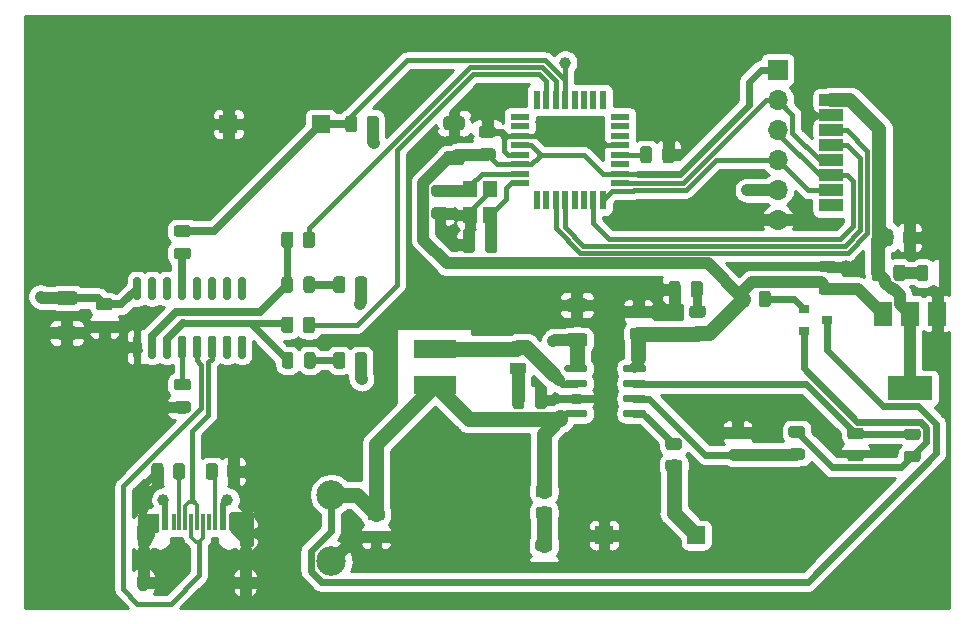
<source format=gtl>
%TF.GenerationSoftware,KiCad,Pcbnew,(5.1.9)-1*%
%TF.CreationDate,2021-08-04T23:07:09+08:00*%
%TF.ProjectId,Arduino charger,41726475-696e-46f2-9063-686172676572,rev?*%
%TF.SameCoordinates,Original*%
%TF.FileFunction,Copper,L1,Top*%
%TF.FilePolarity,Positive*%
%FSLAX46Y46*%
G04 Gerber Fmt 4.6, Leading zero omitted, Abs format (unit mm)*
G04 Created by KiCad (PCBNEW (5.1.9)-1) date 2021-08-04 23:07:09*
%MOMM*%
%LPD*%
G01*
G04 APERTURE LIST*
%TA.AperFunction,SMDPad,CuDef*%
%ADD10R,3.600000X1.500000*%
%TD*%
%TA.AperFunction,SMDPad,CuDef*%
%ADD11R,1.200000X1.400000*%
%TD*%
%TA.AperFunction,SMDPad,CuDef*%
%ADD12R,0.600000X1.450000*%
%TD*%
%TA.AperFunction,SMDPad,CuDef*%
%ADD13R,0.300000X1.450000*%
%TD*%
%TA.AperFunction,ComponentPad*%
%ADD14O,1.000000X2.100000*%
%TD*%
%TA.AperFunction,ComponentPad*%
%ADD15O,1.000000X1.600000*%
%TD*%
%TA.AperFunction,ComponentPad*%
%ADD16O,1.700000X1.700000*%
%TD*%
%TA.AperFunction,ComponentPad*%
%ADD17R,1.700000X1.700000*%
%TD*%
%TA.AperFunction,SMDPad,CuDef*%
%ADD18R,0.550000X1.600000*%
%TD*%
%TA.AperFunction,SMDPad,CuDef*%
%ADD19R,1.600000X0.550000*%
%TD*%
%TA.AperFunction,SMDPad,CuDef*%
%ADD20R,2.000000X1.000000*%
%TD*%
%TA.AperFunction,SMDPad,CuDef*%
%ADD21R,1.500000X2.000000*%
%TD*%
%TA.AperFunction,SMDPad,CuDef*%
%ADD22R,3.800000X2.000000*%
%TD*%
%TA.AperFunction,SMDPad,CuDef*%
%ADD23C,2.500000*%
%TD*%
%TA.AperFunction,SMDPad,CuDef*%
%ADD24R,1.500000X1.500000*%
%TD*%
%TA.AperFunction,SMDPad,CuDef*%
%ADD25R,0.900000X0.800000*%
%TD*%
%TA.AperFunction,ViaPad*%
%ADD26C,1.000000*%
%TD*%
%TA.AperFunction,Conductor*%
%ADD27C,0.400000*%
%TD*%
%TA.AperFunction,Conductor*%
%ADD28C,0.600000*%
%TD*%
%TA.AperFunction,Conductor*%
%ADD29C,1.000000*%
%TD*%
%TA.AperFunction,Conductor*%
%ADD30C,0.700000*%
%TD*%
%TA.AperFunction,Conductor*%
%ADD31C,1.300000*%
%TD*%
%TA.AperFunction,Conductor*%
%ADD32C,0.300000*%
%TD*%
%TA.AperFunction,Conductor*%
%ADD33C,0.500000*%
%TD*%
%TA.AperFunction,Conductor*%
%ADD34C,1.100000*%
%TD*%
%TA.AperFunction,Conductor*%
%ADD35C,0.900000*%
%TD*%
%TA.AperFunction,Conductor*%
%ADD36C,0.800000*%
%TD*%
%TA.AperFunction,Conductor*%
%ADD37C,1.200000*%
%TD*%
%TA.AperFunction,Conductor*%
%ADD38C,0.254000*%
%TD*%
%TA.AperFunction,Conductor*%
%ADD39C,0.100000*%
%TD*%
G04 APERTURE END LIST*
%TO.P,R13,2*%
%TO.N,Net-(Q1-Pad1)*%
%TA.AperFunction,SMDPad,CuDef*%
G36*
G01*
X173600000Y-101450002D02*
X173600000Y-100549998D01*
G75*
G02*
X173849998Y-100300000I249998J0D01*
G01*
X174375002Y-100300000D01*
G75*
G02*
X174625000Y-100549998I0J-249998D01*
G01*
X174625000Y-101450002D01*
G75*
G02*
X174375002Y-101700000I-249998J0D01*
G01*
X173849998Y-101700000D01*
G75*
G02*
X173600000Y-101450002I0J249998D01*
G01*
G37*
%TD.AperFunction*%
%TO.P,R13,1*%
%TO.N,VCC*%
%TA.AperFunction,SMDPad,CuDef*%
G36*
G01*
X171775000Y-101450002D02*
X171775000Y-100549998D01*
G75*
G02*
X172024998Y-100300000I249998J0D01*
G01*
X172550002Y-100300000D01*
G75*
G02*
X172800000Y-100549998I0J-249998D01*
G01*
X172800000Y-101450002D01*
G75*
G02*
X172550002Y-101700000I-249998J0D01*
G01*
X172024998Y-101700000D01*
G75*
G02*
X171775000Y-101450002I0J249998D01*
G01*
G37*
%TD.AperFunction*%
%TD*%
%TO.P,R12,2*%
%TO.N,+5V*%
%TA.AperFunction,SMDPad,CuDef*%
G36*
G01*
X139400000Y-106650002D02*
X139400000Y-105749998D01*
G75*
G02*
X139649998Y-105500000I249998J0D01*
G01*
X140175002Y-105500000D01*
G75*
G02*
X140425000Y-105749998I0J-249998D01*
G01*
X140425000Y-106650002D01*
G75*
G02*
X140175002Y-106900000I-249998J0D01*
G01*
X139649998Y-106900000D01*
G75*
G02*
X139400000Y-106650002I0J249998D01*
G01*
G37*
%TD.AperFunction*%
%TO.P,R12,1*%
%TO.N,Net-(D7-Pad2)*%
%TA.AperFunction,SMDPad,CuDef*%
G36*
G01*
X137575000Y-106650002D02*
X137575000Y-105749998D01*
G75*
G02*
X137824998Y-105500000I249998J0D01*
G01*
X138350002Y-105500000D01*
G75*
G02*
X138600000Y-105749998I0J-249998D01*
G01*
X138600000Y-106650002D01*
G75*
G02*
X138350002Y-106900000I-249998J0D01*
G01*
X137824998Y-106900000D01*
G75*
G02*
X137575000Y-106650002I0J249998D01*
G01*
G37*
%TD.AperFunction*%
%TD*%
%TO.P,R11,2*%
%TO.N,+5V*%
%TA.AperFunction,SMDPad,CuDef*%
G36*
G01*
X139400000Y-100250002D02*
X139400000Y-99349998D01*
G75*
G02*
X139649998Y-99100000I249998J0D01*
G01*
X140175002Y-99100000D01*
G75*
G02*
X140425000Y-99349998I0J-249998D01*
G01*
X140425000Y-100250002D01*
G75*
G02*
X140175002Y-100500000I-249998J0D01*
G01*
X139649998Y-100500000D01*
G75*
G02*
X139400000Y-100250002I0J249998D01*
G01*
G37*
%TD.AperFunction*%
%TO.P,R11,1*%
%TO.N,Net-(D6-Pad2)*%
%TA.AperFunction,SMDPad,CuDef*%
G36*
G01*
X137575000Y-100250002D02*
X137575000Y-99349998D01*
G75*
G02*
X137824998Y-99100000I249998J0D01*
G01*
X138350002Y-99100000D01*
G75*
G02*
X138600000Y-99349998I0J-249998D01*
G01*
X138600000Y-100250002D01*
G75*
G02*
X138350002Y-100500000I-249998J0D01*
G01*
X137824998Y-100500000D01*
G75*
G02*
X137575000Y-100250002I0J249998D01*
G01*
G37*
%TD.AperFunction*%
%TD*%
%TO.P,D7,2*%
%TO.N,Net-(D7-Pad2)*%
%TA.AperFunction,SMDPad,CuDef*%
G36*
G01*
X135100000Y-106656250D02*
X135100000Y-105743750D01*
G75*
G02*
X135343750Y-105500000I243750J0D01*
G01*
X135831250Y-105500000D01*
G75*
G02*
X136075000Y-105743750I0J-243750D01*
G01*
X136075000Y-106656250D01*
G75*
G02*
X135831250Y-106900000I-243750J0D01*
G01*
X135343750Y-106900000D01*
G75*
G02*
X135100000Y-106656250I0J243750D01*
G01*
G37*
%TD.AperFunction*%
%TO.P,D7,1*%
%TO.N,/RX*%
%TA.AperFunction,SMDPad,CuDef*%
G36*
G01*
X133225000Y-106656250D02*
X133225000Y-105743750D01*
G75*
G02*
X133468750Y-105500000I243750J0D01*
G01*
X133956250Y-105500000D01*
G75*
G02*
X134200000Y-105743750I0J-243750D01*
G01*
X134200000Y-106656250D01*
G75*
G02*
X133956250Y-106900000I-243750J0D01*
G01*
X133468750Y-106900000D01*
G75*
G02*
X133225000Y-106656250I0J243750D01*
G01*
G37*
%TD.AperFunction*%
%TD*%
%TO.P,D6,2*%
%TO.N,Net-(D6-Pad2)*%
%TA.AperFunction,SMDPad,CuDef*%
G36*
G01*
X135050000Y-100256250D02*
X135050000Y-99343750D01*
G75*
G02*
X135293750Y-99100000I243750J0D01*
G01*
X135781250Y-99100000D01*
G75*
G02*
X136025000Y-99343750I0J-243750D01*
G01*
X136025000Y-100256250D01*
G75*
G02*
X135781250Y-100500000I-243750J0D01*
G01*
X135293750Y-100500000D01*
G75*
G02*
X135050000Y-100256250I0J243750D01*
G01*
G37*
%TD.AperFunction*%
%TO.P,D6,1*%
%TO.N,/TX*%
%TA.AperFunction,SMDPad,CuDef*%
G36*
G01*
X133175000Y-100256250D02*
X133175000Y-99343750D01*
G75*
G02*
X133418750Y-99100000I243750J0D01*
G01*
X133906250Y-99100000D01*
G75*
G02*
X134150000Y-99343750I0J-243750D01*
G01*
X134150000Y-100256250D01*
G75*
G02*
X133906250Y-100500000I-243750J0D01*
G01*
X133418750Y-100500000D01*
G75*
G02*
X133175000Y-100256250I0J243750D01*
G01*
G37*
%TD.AperFunction*%
%TD*%
D10*
%TO.P,L1,2*%
%TO.N,+BATT*%
X146200000Y-108325000D03*
%TO.P,L1,1*%
%TO.N,Net-(L1-Pad1)*%
X146200000Y-105275000D03*
%TD*%
D11*
%TO.P,Y1,4*%
%TO.N,GND*%
X150850000Y-91700000D03*
%TO.P,Y1,3*%
%TO.N,Net-(C17-Pad1)*%
X150850000Y-93900000D03*
%TO.P,Y1,2*%
%TO.N,GND*%
X149150000Y-93900000D03*
%TO.P,Y1,1*%
%TO.N,Net-(C16-Pad1)*%
X149150000Y-91700000D03*
%TD*%
D12*
%TO.P,USB1,12*%
%TO.N,GND*%
X129025000Y-119905000D03*
%TO.P,USB1,1*%
X122575000Y-119905000D03*
%TO.P,USB1,11*%
%TO.N,+5V*%
X128250000Y-119905000D03*
%TO.P,USB1,2*%
X123350000Y-119905000D03*
D13*
%TO.P,USB1,3*%
%TO.N,Net-(USB1-Pad3)*%
X124050000Y-119905000D03*
%TO.P,USB1,10*%
%TO.N,/CC2*%
X127550000Y-119905000D03*
%TO.P,USB1,4*%
%TO.N,/CC1*%
X124550000Y-119905000D03*
%TO.P,USB1,9*%
%TO.N,Net-(USB1-Pad9)*%
X127050000Y-119905000D03*
%TO.P,USB1,5*%
%TO.N,Net-(U2-Pad6)*%
X125050000Y-119905000D03*
%TO.P,USB1,8*%
%TO.N,Net-(U2-Pad5)*%
X126550000Y-119905000D03*
%TO.P,USB1,7*%
%TO.N,Net-(U2-Pad6)*%
X126050000Y-119905000D03*
%TO.P,USB1,6*%
%TO.N,Net-(U2-Pad5)*%
X125550000Y-119905000D03*
D14*
%TO.P,USB1,13*%
%TO.N,GND*%
X121480000Y-120820000D03*
X130120000Y-120820000D03*
D15*
X121480000Y-125000000D03*
X130120000Y-125000000D03*
%TD*%
D16*
%TO.P,J1,6*%
%TO.N,GND*%
X175200000Y-94300000D03*
%TO.P,J1,5*%
%TO.N,/Reset*%
X175200000Y-91760000D03*
%TO.P,J1,4*%
%TO.N,/MISO*%
X175200000Y-89220000D03*
%TO.P,J1,3*%
%TO.N,/MOSI*%
X175200000Y-86680000D03*
%TO.P,J1,2*%
%TO.N,/SCK*%
X175200000Y-84140000D03*
D17*
%TO.P,J1,1*%
%TO.N,VCC*%
X175200000Y-81600000D03*
%TD*%
D18*
%TO.P,U5,32*%
%TO.N,Net-(U5-Pad32)*%
X154800000Y-84150000D03*
%TO.P,U5,31*%
%TO.N,Net-(R10-Pad2)*%
X155600000Y-84150000D03*
%TO.P,U5,30*%
%TO.N,Net-(R9-Pad2)*%
X156400000Y-84150000D03*
%TO.P,U5,29*%
%TO.N,/Reset*%
X157200000Y-84150000D03*
%TO.P,U5,28*%
%TO.N,Net-(U5-Pad28)*%
X158000000Y-84150000D03*
%TO.P,U5,27*%
%TO.N,Net-(U5-Pad27)*%
X158800000Y-84150000D03*
%TO.P,U5,26*%
%TO.N,Net-(U5-Pad26)*%
X159600000Y-84150000D03*
%TO.P,U5,25*%
%TO.N,Net-(U5-Pad25)*%
X160400000Y-84150000D03*
D19*
%TO.P,U5,24*%
%TO.N,Net-(U5-Pad24)*%
X161850000Y-85600000D03*
%TO.P,U5,23*%
%TO.N,Net-(U5-Pad23)*%
X161850000Y-86400000D03*
%TO.P,U5,22*%
%TO.N,Net-(U5-Pad22)*%
X161850000Y-87200000D03*
%TO.P,U5,21*%
%TO.N,GND*%
X161850000Y-88000000D03*
%TO.P,U5,20*%
%TO.N,Net-(C14-Pad2)*%
X161850000Y-88800000D03*
%TO.P,U5,19*%
%TO.N,Net-(U5-Pad19)*%
X161850000Y-89600000D03*
%TO.P,U5,18*%
%TO.N,VCC*%
X161850000Y-90400000D03*
%TO.P,U5,17*%
%TO.N,/SCK*%
X161850000Y-91200000D03*
D18*
%TO.P,U5,16*%
%TO.N,/MISO*%
X160400000Y-92650000D03*
%TO.P,U5,15*%
%TO.N,/MOSI*%
X159600000Y-92650000D03*
%TO.P,U5,14*%
%TO.N,Net-(U5-Pad14)*%
X158800000Y-92650000D03*
%TO.P,U5,13*%
%TO.N,Net-(U5-Pad13)*%
X158000000Y-92650000D03*
%TO.P,U5,12*%
%TO.N,/CSN*%
X157200000Y-92650000D03*
%TO.P,U5,11*%
%TO.N,/CE*%
X156400000Y-92650000D03*
%TO.P,U5,10*%
%TO.N,Net-(U5-Pad10)*%
X155600000Y-92650000D03*
%TO.P,U5,9*%
%TO.N,Net-(U5-Pad9)*%
X154800000Y-92650000D03*
D19*
%TO.P,U5,8*%
%TO.N,Net-(C17-Pad1)*%
X153350000Y-91200000D03*
%TO.P,U5,7*%
%TO.N,Net-(C16-Pad1)*%
X153350000Y-90400000D03*
%TO.P,U5,6*%
%TO.N,VCC*%
X153350000Y-89600000D03*
%TO.P,U5,5*%
%TO.N,GND*%
X153350000Y-88800000D03*
%TO.P,U5,4*%
%TO.N,VCC*%
X153350000Y-88000000D03*
%TO.P,U5,3*%
%TO.N,GND*%
X153350000Y-87200000D03*
%TO.P,U5,2*%
%TO.N,Net-(U5-Pad2)*%
X153350000Y-86400000D03*
%TO.P,U5,1*%
%TO.N,Net-(U5-Pad1)*%
X153350000Y-85600000D03*
%TD*%
D20*
%TO.P,U4,8*%
%TO.N,Net-(U4-Pad8)*%
X179700000Y-93090000D03*
%TO.P,U4,7*%
%TO.N,/MISO*%
X179700000Y-91820000D03*
%TO.P,U4,6*%
%TO.N,/MOSI*%
X179700000Y-90550000D03*
%TO.P,U4,5*%
%TO.N,/SCK*%
X179700000Y-89280000D03*
%TO.P,U4,4*%
%TO.N,/CSN*%
X179700000Y-88010000D03*
%TO.P,U4,3*%
%TO.N,/CE*%
X179700000Y-86740000D03*
%TO.P,U4,1*%
%TO.N,GND*%
X179700000Y-85470000D03*
%TO.P,U4,2*%
%TO.N,+3V3*%
X179700000Y-84200000D03*
%TD*%
D21*
%TO.P,U3,1*%
%TO.N,GND*%
X188700000Y-102250000D03*
%TO.P,U3,3*%
%TO.N,VCC*%
X184100000Y-102250000D03*
%TO.P,U3,2*%
%TO.N,+3V3*%
X186400000Y-102250000D03*
D22*
X186400000Y-108550000D03*
%TD*%
%TO.P,U2,16*%
%TO.N,+5V*%
%TA.AperFunction,SMDPad,CuDef*%
G36*
G01*
X121105000Y-101100000D02*
X120805000Y-101100000D01*
G75*
G02*
X120655000Y-100950000I0J150000D01*
G01*
X120655000Y-99300000D01*
G75*
G02*
X120805000Y-99150000I150000J0D01*
G01*
X121105000Y-99150000D01*
G75*
G02*
X121255000Y-99300000I0J-150000D01*
G01*
X121255000Y-100950000D01*
G75*
G02*
X121105000Y-101100000I-150000J0D01*
G01*
G37*
%TD.AperFunction*%
%TO.P,U2,15*%
%TO.N,Net-(U2-Pad15)*%
%TA.AperFunction,SMDPad,CuDef*%
G36*
G01*
X122375000Y-101100000D02*
X122075000Y-101100000D01*
G75*
G02*
X121925000Y-100950000I0J150000D01*
G01*
X121925000Y-99300000D01*
G75*
G02*
X122075000Y-99150000I150000J0D01*
G01*
X122375000Y-99150000D01*
G75*
G02*
X122525000Y-99300000I0J-150000D01*
G01*
X122525000Y-100950000D01*
G75*
G02*
X122375000Y-101100000I-150000J0D01*
G01*
G37*
%TD.AperFunction*%
%TO.P,U2,14*%
%TO.N,Net-(U2-Pad14)*%
%TA.AperFunction,SMDPad,CuDef*%
G36*
G01*
X123645000Y-101100000D02*
X123345000Y-101100000D01*
G75*
G02*
X123195000Y-100950000I0J150000D01*
G01*
X123195000Y-99300000D01*
G75*
G02*
X123345000Y-99150000I150000J0D01*
G01*
X123645000Y-99150000D01*
G75*
G02*
X123795000Y-99300000I0J-150000D01*
G01*
X123795000Y-100950000D01*
G75*
G02*
X123645000Y-101100000I-150000J0D01*
G01*
G37*
%TD.AperFunction*%
%TO.P,U2,13*%
%TO.N,Net-(C8-Pad2)*%
%TA.AperFunction,SMDPad,CuDef*%
G36*
G01*
X124915000Y-101100000D02*
X124615000Y-101100000D01*
G75*
G02*
X124465000Y-100950000I0J150000D01*
G01*
X124465000Y-99300000D01*
G75*
G02*
X124615000Y-99150000I150000J0D01*
G01*
X124915000Y-99150000D01*
G75*
G02*
X125065000Y-99300000I0J-150000D01*
G01*
X125065000Y-100950000D01*
G75*
G02*
X124915000Y-101100000I-150000J0D01*
G01*
G37*
%TD.AperFunction*%
%TO.P,U2,12*%
%TO.N,Net-(U2-Pad12)*%
%TA.AperFunction,SMDPad,CuDef*%
G36*
G01*
X126185000Y-101100000D02*
X125885000Y-101100000D01*
G75*
G02*
X125735000Y-100950000I0J150000D01*
G01*
X125735000Y-99300000D01*
G75*
G02*
X125885000Y-99150000I150000J0D01*
G01*
X126185000Y-99150000D01*
G75*
G02*
X126335000Y-99300000I0J-150000D01*
G01*
X126335000Y-100950000D01*
G75*
G02*
X126185000Y-101100000I-150000J0D01*
G01*
G37*
%TD.AperFunction*%
%TO.P,U2,11*%
%TO.N,Net-(U2-Pad11)*%
%TA.AperFunction,SMDPad,CuDef*%
G36*
G01*
X127455000Y-101100000D02*
X127155000Y-101100000D01*
G75*
G02*
X127005000Y-100950000I0J150000D01*
G01*
X127005000Y-99300000D01*
G75*
G02*
X127155000Y-99150000I150000J0D01*
G01*
X127455000Y-99150000D01*
G75*
G02*
X127605000Y-99300000I0J-150000D01*
G01*
X127605000Y-100950000D01*
G75*
G02*
X127455000Y-101100000I-150000J0D01*
G01*
G37*
%TD.AperFunction*%
%TO.P,U2,10*%
%TO.N,Net-(U2-Pad10)*%
%TA.AperFunction,SMDPad,CuDef*%
G36*
G01*
X128725000Y-101100000D02*
X128425000Y-101100000D01*
G75*
G02*
X128275000Y-100950000I0J150000D01*
G01*
X128275000Y-99300000D01*
G75*
G02*
X128425000Y-99150000I150000J0D01*
G01*
X128725000Y-99150000D01*
G75*
G02*
X128875000Y-99300000I0J-150000D01*
G01*
X128875000Y-100950000D01*
G75*
G02*
X128725000Y-101100000I-150000J0D01*
G01*
G37*
%TD.AperFunction*%
%TO.P,U2,9*%
%TO.N,Net-(U2-Pad9)*%
%TA.AperFunction,SMDPad,CuDef*%
G36*
G01*
X129995000Y-101100000D02*
X129695000Y-101100000D01*
G75*
G02*
X129545000Y-100950000I0J150000D01*
G01*
X129545000Y-99300000D01*
G75*
G02*
X129695000Y-99150000I150000J0D01*
G01*
X129995000Y-99150000D01*
G75*
G02*
X130145000Y-99300000I0J-150000D01*
G01*
X130145000Y-100950000D01*
G75*
G02*
X129995000Y-101100000I-150000J0D01*
G01*
G37*
%TD.AperFunction*%
%TO.P,U2,8*%
%TO.N,Net-(U2-Pad8)*%
%TA.AperFunction,SMDPad,CuDef*%
G36*
G01*
X129995000Y-106050000D02*
X129695000Y-106050000D01*
G75*
G02*
X129545000Y-105900000I0J150000D01*
G01*
X129545000Y-104250000D01*
G75*
G02*
X129695000Y-104100000I150000J0D01*
G01*
X129995000Y-104100000D01*
G75*
G02*
X130145000Y-104250000I0J-150000D01*
G01*
X130145000Y-105900000D01*
G75*
G02*
X129995000Y-106050000I-150000J0D01*
G01*
G37*
%TD.AperFunction*%
%TO.P,U2,7*%
%TO.N,Net-(U2-Pad7)*%
%TA.AperFunction,SMDPad,CuDef*%
G36*
G01*
X128725000Y-106050000D02*
X128425000Y-106050000D01*
G75*
G02*
X128275000Y-105900000I0J150000D01*
G01*
X128275000Y-104250000D01*
G75*
G02*
X128425000Y-104100000I150000J0D01*
G01*
X128725000Y-104100000D01*
G75*
G02*
X128875000Y-104250000I0J-150000D01*
G01*
X128875000Y-105900000D01*
G75*
G02*
X128725000Y-106050000I-150000J0D01*
G01*
G37*
%TD.AperFunction*%
%TO.P,U2,6*%
%TO.N,Net-(U2-Pad6)*%
%TA.AperFunction,SMDPad,CuDef*%
G36*
G01*
X127455000Y-106050000D02*
X127155000Y-106050000D01*
G75*
G02*
X127005000Y-105900000I0J150000D01*
G01*
X127005000Y-104250000D01*
G75*
G02*
X127155000Y-104100000I150000J0D01*
G01*
X127455000Y-104100000D01*
G75*
G02*
X127605000Y-104250000I0J-150000D01*
G01*
X127605000Y-105900000D01*
G75*
G02*
X127455000Y-106050000I-150000J0D01*
G01*
G37*
%TD.AperFunction*%
%TO.P,U2,5*%
%TO.N,Net-(U2-Pad5)*%
%TA.AperFunction,SMDPad,CuDef*%
G36*
G01*
X126185000Y-106050000D02*
X125885000Y-106050000D01*
G75*
G02*
X125735000Y-105900000I0J150000D01*
G01*
X125735000Y-104250000D01*
G75*
G02*
X125885000Y-104100000I150000J0D01*
G01*
X126185000Y-104100000D01*
G75*
G02*
X126335000Y-104250000I0J-150000D01*
G01*
X126335000Y-105900000D01*
G75*
G02*
X126185000Y-106050000I-150000J0D01*
G01*
G37*
%TD.AperFunction*%
%TO.P,U2,4*%
%TO.N,Net-(C7-Pad2)*%
%TA.AperFunction,SMDPad,CuDef*%
G36*
G01*
X124915000Y-106050000D02*
X124615000Y-106050000D01*
G75*
G02*
X124465000Y-105900000I0J150000D01*
G01*
X124465000Y-104250000D01*
G75*
G02*
X124615000Y-104100000I150000J0D01*
G01*
X124915000Y-104100000D01*
G75*
G02*
X125065000Y-104250000I0J-150000D01*
G01*
X125065000Y-105900000D01*
G75*
G02*
X124915000Y-106050000I-150000J0D01*
G01*
G37*
%TD.AperFunction*%
%TO.P,U2,3*%
%TO.N,/RX*%
%TA.AperFunction,SMDPad,CuDef*%
G36*
G01*
X123645000Y-106050000D02*
X123345000Y-106050000D01*
G75*
G02*
X123195000Y-105900000I0J150000D01*
G01*
X123195000Y-104250000D01*
G75*
G02*
X123345000Y-104100000I150000J0D01*
G01*
X123645000Y-104100000D01*
G75*
G02*
X123795000Y-104250000I0J-150000D01*
G01*
X123795000Y-105900000D01*
G75*
G02*
X123645000Y-106050000I-150000J0D01*
G01*
G37*
%TD.AperFunction*%
%TO.P,U2,2*%
%TO.N,/TX*%
%TA.AperFunction,SMDPad,CuDef*%
G36*
G01*
X122375000Y-106050000D02*
X122075000Y-106050000D01*
G75*
G02*
X121925000Y-105900000I0J150000D01*
G01*
X121925000Y-104250000D01*
G75*
G02*
X122075000Y-104100000I150000J0D01*
G01*
X122375000Y-104100000D01*
G75*
G02*
X122525000Y-104250000I0J-150000D01*
G01*
X122525000Y-105900000D01*
G75*
G02*
X122375000Y-106050000I-150000J0D01*
G01*
G37*
%TD.AperFunction*%
%TO.P,U2,1*%
%TO.N,GND*%
%TA.AperFunction,SMDPad,CuDef*%
G36*
G01*
X121105000Y-106050000D02*
X120805000Y-106050000D01*
G75*
G02*
X120655000Y-105900000I0J150000D01*
G01*
X120655000Y-104250000D01*
G75*
G02*
X120805000Y-104100000I150000J0D01*
G01*
X121105000Y-104100000D01*
G75*
G02*
X121255000Y-104250000I0J-150000D01*
G01*
X121255000Y-105900000D01*
G75*
G02*
X121105000Y-106050000I-150000J0D01*
G01*
G37*
%TD.AperFunction*%
%TD*%
%TO.P,U1,8*%
%TO.N,VCC*%
%TA.AperFunction,SMDPad,CuDef*%
G36*
G01*
X162100000Y-107045000D02*
X162100000Y-106745000D01*
G75*
G02*
X162250000Y-106595000I150000J0D01*
G01*
X163900000Y-106595000D01*
G75*
G02*
X164050000Y-106745000I0J-150000D01*
G01*
X164050000Y-107045000D01*
G75*
G02*
X163900000Y-107195000I-150000J0D01*
G01*
X162250000Y-107195000D01*
G75*
G02*
X162100000Y-107045000I0J150000D01*
G01*
G37*
%TD.AperFunction*%
%TO.P,U1,7*%
%TO.N,/LED2*%
%TA.AperFunction,SMDPad,CuDef*%
G36*
G01*
X162100000Y-108315000D02*
X162100000Y-108015000D01*
G75*
G02*
X162250000Y-107865000I150000J0D01*
G01*
X163900000Y-107865000D01*
G75*
G02*
X164050000Y-108015000I0J-150000D01*
G01*
X164050000Y-108315000D01*
G75*
G02*
X163900000Y-108465000I-150000J0D01*
G01*
X162250000Y-108465000D01*
G75*
G02*
X162100000Y-108315000I0J150000D01*
G01*
G37*
%TD.AperFunction*%
%TO.P,U1,6*%
%TO.N,/LED1*%
%TA.AperFunction,SMDPad,CuDef*%
G36*
G01*
X162100000Y-109585000D02*
X162100000Y-109285000D01*
G75*
G02*
X162250000Y-109135000I150000J0D01*
G01*
X163900000Y-109135000D01*
G75*
G02*
X164050000Y-109285000I0J-150000D01*
G01*
X164050000Y-109585000D01*
G75*
G02*
X163900000Y-109735000I-150000J0D01*
G01*
X162250000Y-109735000D01*
G75*
G02*
X162100000Y-109585000I0J150000D01*
G01*
G37*
%TD.AperFunction*%
%TO.P,U1,5*%
%TO.N,Net-(R5-Pad1)*%
%TA.AperFunction,SMDPad,CuDef*%
G36*
G01*
X162100000Y-110855000D02*
X162100000Y-110555000D01*
G75*
G02*
X162250000Y-110405000I150000J0D01*
G01*
X163900000Y-110405000D01*
G75*
G02*
X164050000Y-110555000I0J-150000D01*
G01*
X164050000Y-110855000D01*
G75*
G02*
X163900000Y-111005000I-150000J0D01*
G01*
X162250000Y-111005000D01*
G75*
G02*
X162100000Y-110855000I0J150000D01*
G01*
G37*
%TD.AperFunction*%
%TO.P,U1,4*%
%TO.N,+BATT*%
%TA.AperFunction,SMDPad,CuDef*%
G36*
G01*
X157150000Y-110855000D02*
X157150000Y-110555000D01*
G75*
G02*
X157300000Y-110405000I150000J0D01*
G01*
X158950000Y-110405000D01*
G75*
G02*
X159100000Y-110555000I0J-150000D01*
G01*
X159100000Y-110855000D01*
G75*
G02*
X158950000Y-111005000I-150000J0D01*
G01*
X157300000Y-111005000D01*
G75*
G02*
X157150000Y-110855000I0J150000D01*
G01*
G37*
%TD.AperFunction*%
%TO.P,U1,3*%
%TO.N,GND*%
%TA.AperFunction,SMDPad,CuDef*%
G36*
G01*
X157150000Y-109585000D02*
X157150000Y-109285000D01*
G75*
G02*
X157300000Y-109135000I150000J0D01*
G01*
X158950000Y-109135000D01*
G75*
G02*
X159100000Y-109285000I0J-150000D01*
G01*
X159100000Y-109585000D01*
G75*
G02*
X158950000Y-109735000I-150000J0D01*
G01*
X157300000Y-109735000D01*
G75*
G02*
X157150000Y-109585000I0J150000D01*
G01*
G37*
%TD.AperFunction*%
%TO.P,U1,2*%
%TO.N,Net-(L1-Pad1)*%
%TA.AperFunction,SMDPad,CuDef*%
G36*
G01*
X157150000Y-108315000D02*
X157150000Y-108015000D01*
G75*
G02*
X157300000Y-107865000I150000J0D01*
G01*
X158950000Y-107865000D01*
G75*
G02*
X159100000Y-108015000I0J-150000D01*
G01*
X159100000Y-108315000D01*
G75*
G02*
X158950000Y-108465000I-150000J0D01*
G01*
X157300000Y-108465000D01*
G75*
G02*
X157150000Y-108315000I0J150000D01*
G01*
G37*
%TD.AperFunction*%
%TO.P,U1,1*%
%TO.N,+5V*%
%TA.AperFunction,SMDPad,CuDef*%
G36*
G01*
X157150000Y-107045000D02*
X157150000Y-106745000D01*
G75*
G02*
X157300000Y-106595000I150000J0D01*
G01*
X158950000Y-106595000D01*
G75*
G02*
X159100000Y-106745000I0J-150000D01*
G01*
X159100000Y-107045000D01*
G75*
G02*
X158950000Y-107195000I-150000J0D01*
G01*
X157300000Y-107195000D01*
G75*
G02*
X157150000Y-107045000I0J150000D01*
G01*
G37*
%TD.AperFunction*%
%TD*%
D23*
%TO.P,TP2,1*%
%TO.N,GND*%
X137400000Y-123200000D03*
%TD*%
%TO.P,TP1,1*%
%TO.N,+BATT*%
X137400000Y-117600000D03*
%TD*%
D24*
%TO.P,SW2,2*%
%TO.N,GND*%
X128700000Y-86200000D03*
%TO.P,SW2,1*%
%TO.N,/Reset*%
X136500000Y-86200000D03*
%TD*%
%TO.P,SW1,2*%
%TO.N,GND*%
X160500000Y-121000000D03*
%TO.P,SW1,1*%
%TO.N,Net-(R5-Pad2)*%
X168300000Y-121000000D03*
%TD*%
%TO.P,R10,2*%
%TO.N,Net-(R10-Pad2)*%
%TA.AperFunction,SMDPad,CuDef*%
G36*
G01*
X135000000Y-103650002D02*
X135000000Y-102749998D01*
G75*
G02*
X135249998Y-102500000I249998J0D01*
G01*
X135775002Y-102500000D01*
G75*
G02*
X136025000Y-102749998I0J-249998D01*
G01*
X136025000Y-103650002D01*
G75*
G02*
X135775002Y-103900000I-249998J0D01*
G01*
X135249998Y-103900000D01*
G75*
G02*
X135000000Y-103650002I0J249998D01*
G01*
G37*
%TD.AperFunction*%
%TO.P,R10,1*%
%TO.N,/RX*%
%TA.AperFunction,SMDPad,CuDef*%
G36*
G01*
X133175000Y-103650002D02*
X133175000Y-102749998D01*
G75*
G02*
X133424998Y-102500000I249998J0D01*
G01*
X133950002Y-102500000D01*
G75*
G02*
X134200000Y-102749998I0J-249998D01*
G01*
X134200000Y-103650002D01*
G75*
G02*
X133950002Y-103900000I-249998J0D01*
G01*
X133424998Y-103900000D01*
G75*
G02*
X133175000Y-103650002I0J249998D01*
G01*
G37*
%TD.AperFunction*%
%TD*%
%TO.P,R9,2*%
%TO.N,Net-(R9-Pad2)*%
%TA.AperFunction,SMDPad,CuDef*%
G36*
G01*
X135000000Y-96450002D02*
X135000000Y-95549998D01*
G75*
G02*
X135249998Y-95300000I249998J0D01*
G01*
X135775002Y-95300000D01*
G75*
G02*
X136025000Y-95549998I0J-249998D01*
G01*
X136025000Y-96450002D01*
G75*
G02*
X135775002Y-96700000I-249998J0D01*
G01*
X135249998Y-96700000D01*
G75*
G02*
X135000000Y-96450002I0J249998D01*
G01*
G37*
%TD.AperFunction*%
%TO.P,R9,1*%
%TO.N,/TX*%
%TA.AperFunction,SMDPad,CuDef*%
G36*
G01*
X133175000Y-96450002D02*
X133175000Y-95549998D01*
G75*
G02*
X133424998Y-95300000I249998J0D01*
G01*
X133950002Y-95300000D01*
G75*
G02*
X134200000Y-95549998I0J-249998D01*
G01*
X134200000Y-96450002D01*
G75*
G02*
X133950002Y-96700000I-249998J0D01*
G01*
X133424998Y-96700000D01*
G75*
G02*
X133175000Y-96450002I0J249998D01*
G01*
G37*
%TD.AperFunction*%
%TD*%
%TO.P,R8,2*%
%TO.N,/Reset*%
%TA.AperFunction,SMDPad,CuDef*%
G36*
G01*
X139600000Y-85749998D02*
X139600000Y-86650002D01*
G75*
G02*
X139350002Y-86900000I-249998J0D01*
G01*
X138824998Y-86900000D01*
G75*
G02*
X138575000Y-86650002I0J249998D01*
G01*
X138575000Y-85749998D01*
G75*
G02*
X138824998Y-85500000I249998J0D01*
G01*
X139350002Y-85500000D01*
G75*
G02*
X139600000Y-85749998I0J-249998D01*
G01*
G37*
%TD.AperFunction*%
%TO.P,R8,1*%
%TO.N,VCC*%
%TA.AperFunction,SMDPad,CuDef*%
G36*
G01*
X141425000Y-85749998D02*
X141425000Y-86650002D01*
G75*
G02*
X141175002Y-86900000I-249998J0D01*
G01*
X140649998Y-86900000D01*
G75*
G02*
X140400000Y-86650002I0J249998D01*
G01*
X140400000Y-85749998D01*
G75*
G02*
X140649998Y-85500000I249998J0D01*
G01*
X141175002Y-85500000D01*
G75*
G02*
X141425000Y-85749998I0J-249998D01*
G01*
G37*
%TD.AperFunction*%
%TD*%
%TO.P,R7,2*%
%TO.N,Net-(D5-Pad2)*%
%TA.AperFunction,SMDPad,CuDef*%
G36*
G01*
X185000000Y-99250002D02*
X185000000Y-98349998D01*
G75*
G02*
X185249998Y-98100000I249998J0D01*
G01*
X185775002Y-98100000D01*
G75*
G02*
X186025000Y-98349998I0J-249998D01*
G01*
X186025000Y-99250002D01*
G75*
G02*
X185775002Y-99500000I-249998J0D01*
G01*
X185249998Y-99500000D01*
G75*
G02*
X185000000Y-99250002I0J249998D01*
G01*
G37*
%TD.AperFunction*%
%TO.P,R7,1*%
%TO.N,+3V3*%
%TA.AperFunction,SMDPad,CuDef*%
G36*
G01*
X183175000Y-99250002D02*
X183175000Y-98349998D01*
G75*
G02*
X183424998Y-98100000I249998J0D01*
G01*
X183950002Y-98100000D01*
G75*
G02*
X184200000Y-98349998I0J-249998D01*
G01*
X184200000Y-99250002D01*
G75*
G02*
X183950002Y-99500000I-249998J0D01*
G01*
X183424998Y-99500000D01*
G75*
G02*
X183175000Y-99250002I0J249998D01*
G01*
G37*
%TD.AperFunction*%
%TD*%
%TO.P,R6,2*%
%TO.N,Net-(C10-Pad2)*%
%TA.AperFunction,SMDPad,CuDef*%
G36*
G01*
X168850002Y-102600000D02*
X167949998Y-102600000D01*
G75*
G02*
X167700000Y-102350002I0J249998D01*
G01*
X167700000Y-101824998D01*
G75*
G02*
X167949998Y-101575000I249998J0D01*
G01*
X168850002Y-101575000D01*
G75*
G02*
X169100000Y-101824998I0J-249998D01*
G01*
X169100000Y-102350002D01*
G75*
G02*
X168850002Y-102600000I-249998J0D01*
G01*
G37*
%TD.AperFunction*%
%TO.P,R6,1*%
%TO.N,VCC*%
%TA.AperFunction,SMDPad,CuDef*%
G36*
G01*
X168850002Y-104425000D02*
X167949998Y-104425000D01*
G75*
G02*
X167700000Y-104175002I0J249998D01*
G01*
X167700000Y-103649998D01*
G75*
G02*
X167949998Y-103400000I249998J0D01*
G01*
X168850002Y-103400000D01*
G75*
G02*
X169100000Y-103649998I0J-249998D01*
G01*
X169100000Y-104175002D01*
G75*
G02*
X168850002Y-104425000I-249998J0D01*
G01*
G37*
%TD.AperFunction*%
%TD*%
%TO.P,R5,2*%
%TO.N,Net-(R5-Pad2)*%
%TA.AperFunction,SMDPad,CuDef*%
G36*
G01*
X165949998Y-114600000D02*
X166850002Y-114600000D01*
G75*
G02*
X167100000Y-114849998I0J-249998D01*
G01*
X167100000Y-115375002D01*
G75*
G02*
X166850002Y-115625000I-249998J0D01*
G01*
X165949998Y-115625000D01*
G75*
G02*
X165700000Y-115375002I0J249998D01*
G01*
X165700000Y-114849998D01*
G75*
G02*
X165949998Y-114600000I249998J0D01*
G01*
G37*
%TD.AperFunction*%
%TO.P,R5,1*%
%TO.N,Net-(R5-Pad1)*%
%TA.AperFunction,SMDPad,CuDef*%
G36*
G01*
X165949998Y-112775000D02*
X166850002Y-112775000D01*
G75*
G02*
X167100000Y-113024998I0J-249998D01*
G01*
X167100000Y-113550002D01*
G75*
G02*
X166850002Y-113800000I-249998J0D01*
G01*
X165949998Y-113800000D01*
G75*
G02*
X165700000Y-113550002I0J249998D01*
G01*
X165700000Y-113024998D01*
G75*
G02*
X165949998Y-112775000I249998J0D01*
G01*
G37*
%TD.AperFunction*%
%TD*%
%TO.P,R4,2*%
%TO.N,Net-(C5-Pad2)*%
%TA.AperFunction,SMDPad,CuDef*%
G36*
G01*
X154949998Y-118600000D02*
X155850002Y-118600000D01*
G75*
G02*
X156100000Y-118849998I0J-249998D01*
G01*
X156100000Y-119375002D01*
G75*
G02*
X155850002Y-119625000I-249998J0D01*
G01*
X154949998Y-119625000D01*
G75*
G02*
X154700000Y-119375002I0J249998D01*
G01*
X154700000Y-118849998D01*
G75*
G02*
X154949998Y-118600000I249998J0D01*
G01*
G37*
%TD.AperFunction*%
%TO.P,R4,1*%
%TO.N,+BATT*%
%TA.AperFunction,SMDPad,CuDef*%
G36*
G01*
X154949998Y-116775000D02*
X155850002Y-116775000D01*
G75*
G02*
X156100000Y-117024998I0J-249998D01*
G01*
X156100000Y-117550002D01*
G75*
G02*
X155850002Y-117800000I-249998J0D01*
G01*
X154949998Y-117800000D01*
G75*
G02*
X154700000Y-117550002I0J249998D01*
G01*
X154700000Y-117024998D01*
G75*
G02*
X154949998Y-116775000I249998J0D01*
G01*
G37*
%TD.AperFunction*%
%TD*%
%TO.P,R3,2*%
%TO.N,Net-(C4-Pad2)*%
%TA.AperFunction,SMDPad,CuDef*%
G36*
G01*
X152749998Y-106400000D02*
X153650002Y-106400000D01*
G75*
G02*
X153900000Y-106649998I0J-249998D01*
G01*
X153900000Y-107175002D01*
G75*
G02*
X153650002Y-107425000I-249998J0D01*
G01*
X152749998Y-107425000D01*
G75*
G02*
X152500000Y-107175002I0J249998D01*
G01*
X152500000Y-106649998D01*
G75*
G02*
X152749998Y-106400000I249998J0D01*
G01*
G37*
%TD.AperFunction*%
%TO.P,R3,1*%
%TO.N,Net-(L1-Pad1)*%
%TA.AperFunction,SMDPad,CuDef*%
G36*
G01*
X152749998Y-104575000D02*
X153650002Y-104575000D01*
G75*
G02*
X153900000Y-104824998I0J-249998D01*
G01*
X153900000Y-105350002D01*
G75*
G02*
X153650002Y-105600000I-249998J0D01*
G01*
X152749998Y-105600000D01*
G75*
G02*
X152500000Y-105350002I0J249998D01*
G01*
X152500000Y-104824998D01*
G75*
G02*
X152749998Y-104575000I249998J0D01*
G01*
G37*
%TD.AperFunction*%
%TD*%
%TO.P,R2,2*%
%TO.N,GND*%
%TA.AperFunction,SMDPad,CuDef*%
G36*
G01*
X123200000Y-115149998D02*
X123200000Y-116050002D01*
G75*
G02*
X122950002Y-116300000I-249998J0D01*
G01*
X122424998Y-116300000D01*
G75*
G02*
X122175000Y-116050002I0J249998D01*
G01*
X122175000Y-115149998D01*
G75*
G02*
X122424998Y-114900000I249998J0D01*
G01*
X122950002Y-114900000D01*
G75*
G02*
X123200000Y-115149998I0J-249998D01*
G01*
G37*
%TD.AperFunction*%
%TO.P,R2,1*%
%TO.N,/CC1*%
%TA.AperFunction,SMDPad,CuDef*%
G36*
G01*
X125025000Y-115149998D02*
X125025000Y-116050002D01*
G75*
G02*
X124775002Y-116300000I-249998J0D01*
G01*
X124249998Y-116300000D01*
G75*
G02*
X124000000Y-116050002I0J249998D01*
G01*
X124000000Y-115149998D01*
G75*
G02*
X124249998Y-114900000I249998J0D01*
G01*
X124775002Y-114900000D01*
G75*
G02*
X125025000Y-115149998I0J-249998D01*
G01*
G37*
%TD.AperFunction*%
%TD*%
%TO.P,R1,2*%
%TO.N,GND*%
%TA.AperFunction,SMDPad,CuDef*%
G36*
G01*
X128600000Y-116050002D02*
X128600000Y-115149998D01*
G75*
G02*
X128849998Y-114900000I249998J0D01*
G01*
X129375002Y-114900000D01*
G75*
G02*
X129625000Y-115149998I0J-249998D01*
G01*
X129625000Y-116050002D01*
G75*
G02*
X129375002Y-116300000I-249998J0D01*
G01*
X128849998Y-116300000D01*
G75*
G02*
X128600000Y-116050002I0J249998D01*
G01*
G37*
%TD.AperFunction*%
%TO.P,R1,1*%
%TO.N,/CC2*%
%TA.AperFunction,SMDPad,CuDef*%
G36*
G01*
X126775000Y-116050002D02*
X126775000Y-115149998D01*
G75*
G02*
X127024998Y-114900000I249998J0D01*
G01*
X127550002Y-114900000D01*
G75*
G02*
X127800000Y-115149998I0J-249998D01*
G01*
X127800000Y-116050002D01*
G75*
G02*
X127550002Y-116300000I-249998J0D01*
G01*
X127024998Y-116300000D01*
G75*
G02*
X126775000Y-116050002I0J249998D01*
G01*
G37*
%TD.AperFunction*%
%TD*%
D25*
%TO.P,Q1,3*%
%TO.N,+BATT*%
X179400000Y-102800000D03*
%TO.P,Q1,2*%
%TO.N,Net-(D1-Pad2)*%
X177400000Y-103750000D03*
%TO.P,Q1,1*%
%TO.N,Net-(Q1-Pad1)*%
X177400000Y-101850000D03*
%TD*%
%TO.P,D5,2*%
%TO.N,Net-(D5-Pad2)*%
%TA.AperFunction,SMDPad,CuDef*%
G36*
G01*
X187950000Y-98343750D02*
X187950000Y-99256250D01*
G75*
G02*
X187706250Y-99500000I-243750J0D01*
G01*
X187218750Y-99500000D01*
G75*
G02*
X186975000Y-99256250I0J243750D01*
G01*
X186975000Y-98343750D01*
G75*
G02*
X187218750Y-98100000I243750J0D01*
G01*
X187706250Y-98100000D01*
G75*
G02*
X187950000Y-98343750I0J-243750D01*
G01*
G37*
%TD.AperFunction*%
%TO.P,D5,1*%
%TO.N,GND*%
%TA.AperFunction,SMDPad,CuDef*%
G36*
G01*
X189825000Y-98343750D02*
X189825000Y-99256250D01*
G75*
G02*
X189581250Y-99500000I-243750J0D01*
G01*
X189093750Y-99500000D01*
G75*
G02*
X188850000Y-99256250I0J243750D01*
G01*
X188850000Y-98343750D01*
G75*
G02*
X189093750Y-98100000I243750J0D01*
G01*
X189581250Y-98100000D01*
G75*
G02*
X189825000Y-98343750I0J-243750D01*
G01*
G37*
%TD.AperFunction*%
%TD*%
%TO.P,D4,2*%
%TO.N,/LED1*%
%TA.AperFunction,SMDPad,CuDef*%
G36*
G01*
X171343750Y-113712500D02*
X172256250Y-113712500D01*
G75*
G02*
X172500000Y-113956250I0J-243750D01*
G01*
X172500000Y-114443750D01*
G75*
G02*
X172256250Y-114687500I-243750J0D01*
G01*
X171343750Y-114687500D01*
G75*
G02*
X171100000Y-114443750I0J243750D01*
G01*
X171100000Y-113956250D01*
G75*
G02*
X171343750Y-113712500I243750J0D01*
G01*
G37*
%TD.AperFunction*%
%TO.P,D4,1*%
%TO.N,GND*%
%TA.AperFunction,SMDPad,CuDef*%
G36*
G01*
X171343750Y-111837500D02*
X172256250Y-111837500D01*
G75*
G02*
X172500000Y-112081250I0J-243750D01*
G01*
X172500000Y-112568750D01*
G75*
G02*
X172256250Y-112812500I-243750J0D01*
G01*
X171343750Y-112812500D01*
G75*
G02*
X171100000Y-112568750I0J243750D01*
G01*
X171100000Y-112081250D01*
G75*
G02*
X171343750Y-111837500I243750J0D01*
G01*
G37*
%TD.AperFunction*%
%TD*%
%TO.P,D3,2*%
%TO.N,Net-(D1-Pad2)*%
%TA.AperFunction,SMDPad,CuDef*%
G36*
G01*
X177256250Y-112750000D02*
X176343750Y-112750000D01*
G75*
G02*
X176100000Y-112506250I0J243750D01*
G01*
X176100000Y-112018750D01*
G75*
G02*
X176343750Y-111775000I243750J0D01*
G01*
X177256250Y-111775000D01*
G75*
G02*
X177500000Y-112018750I0J-243750D01*
G01*
X177500000Y-112506250D01*
G75*
G02*
X177256250Y-112750000I-243750J0D01*
G01*
G37*
%TD.AperFunction*%
%TO.P,D3,1*%
%TO.N,/LED1*%
%TA.AperFunction,SMDPad,CuDef*%
G36*
G01*
X177256250Y-114625000D02*
X176343750Y-114625000D01*
G75*
G02*
X176100000Y-114381250I0J243750D01*
G01*
X176100000Y-113893750D01*
G75*
G02*
X176343750Y-113650000I243750J0D01*
G01*
X177256250Y-113650000D01*
G75*
G02*
X177500000Y-113893750I0J-243750D01*
G01*
X177500000Y-114381250D01*
G75*
G02*
X177256250Y-114625000I-243750J0D01*
G01*
G37*
%TD.AperFunction*%
%TD*%
%TO.P,D2,2*%
%TO.N,/LED2*%
%TA.AperFunction,SMDPad,CuDef*%
G36*
G01*
X182256250Y-112887500D02*
X181343750Y-112887500D01*
G75*
G02*
X181100000Y-112643750I0J243750D01*
G01*
X181100000Y-112156250D01*
G75*
G02*
X181343750Y-111912500I243750J0D01*
G01*
X182256250Y-111912500D01*
G75*
G02*
X182500000Y-112156250I0J-243750D01*
G01*
X182500000Y-112643750D01*
G75*
G02*
X182256250Y-112887500I-243750J0D01*
G01*
G37*
%TD.AperFunction*%
%TO.P,D2,1*%
%TO.N,GND*%
%TA.AperFunction,SMDPad,CuDef*%
G36*
G01*
X182256250Y-114762500D02*
X181343750Y-114762500D01*
G75*
G02*
X181100000Y-114518750I0J243750D01*
G01*
X181100000Y-114031250D01*
G75*
G02*
X181343750Y-113787500I243750J0D01*
G01*
X182256250Y-113787500D01*
G75*
G02*
X182500000Y-114031250I0J-243750D01*
G01*
X182500000Y-114518750D01*
G75*
G02*
X182256250Y-114762500I-243750J0D01*
G01*
G37*
%TD.AperFunction*%
%TD*%
%TO.P,D1,2*%
%TO.N,Net-(D1-Pad2)*%
%TA.AperFunction,SMDPad,CuDef*%
G36*
G01*
X186143750Y-113850000D02*
X187056250Y-113850000D01*
G75*
G02*
X187300000Y-114093750I0J-243750D01*
G01*
X187300000Y-114581250D01*
G75*
G02*
X187056250Y-114825000I-243750J0D01*
G01*
X186143750Y-114825000D01*
G75*
G02*
X185900000Y-114581250I0J243750D01*
G01*
X185900000Y-114093750D01*
G75*
G02*
X186143750Y-113850000I243750J0D01*
G01*
G37*
%TD.AperFunction*%
%TO.P,D1,1*%
%TO.N,/LED2*%
%TA.AperFunction,SMDPad,CuDef*%
G36*
G01*
X186143750Y-111975000D02*
X187056250Y-111975000D01*
G75*
G02*
X187300000Y-112218750I0J-243750D01*
G01*
X187300000Y-112706250D01*
G75*
G02*
X187056250Y-112950000I-243750J0D01*
G01*
X186143750Y-112950000D01*
G75*
G02*
X185900000Y-112706250I0J243750D01*
G01*
X185900000Y-112218750D01*
G75*
G02*
X186143750Y-111975000I243750J0D01*
G01*
G37*
%TD.AperFunction*%
%TD*%
%TO.P,C17,2*%
%TO.N,GND*%
%TA.AperFunction,SMDPad,CuDef*%
G36*
G01*
X149550000Y-95925000D02*
X149550000Y-96875000D01*
G75*
G02*
X149300000Y-97125000I-250000J0D01*
G01*
X148800000Y-97125000D01*
G75*
G02*
X148550000Y-96875000I0J250000D01*
G01*
X148550000Y-95925000D01*
G75*
G02*
X148800000Y-95675000I250000J0D01*
G01*
X149300000Y-95675000D01*
G75*
G02*
X149550000Y-95925000I0J-250000D01*
G01*
G37*
%TD.AperFunction*%
%TO.P,C17,1*%
%TO.N,Net-(C17-Pad1)*%
%TA.AperFunction,SMDPad,CuDef*%
G36*
G01*
X151450000Y-95925000D02*
X151450000Y-96875000D01*
G75*
G02*
X151200000Y-97125000I-250000J0D01*
G01*
X150700000Y-97125000D01*
G75*
G02*
X150450000Y-96875000I0J250000D01*
G01*
X150450000Y-95925000D01*
G75*
G02*
X150700000Y-95675000I250000J0D01*
G01*
X151200000Y-95675000D01*
G75*
G02*
X151450000Y-95925000I0J-250000D01*
G01*
G37*
%TD.AperFunction*%
%TD*%
%TO.P,C16,2*%
%TO.N,GND*%
%TA.AperFunction,SMDPad,CuDef*%
G36*
G01*
X146125000Y-93250000D02*
X147075000Y-93250000D01*
G75*
G02*
X147325000Y-93500000I0J-250000D01*
G01*
X147325000Y-94000000D01*
G75*
G02*
X147075000Y-94250000I-250000J0D01*
G01*
X146125000Y-94250000D01*
G75*
G02*
X145875000Y-94000000I0J250000D01*
G01*
X145875000Y-93500000D01*
G75*
G02*
X146125000Y-93250000I250000J0D01*
G01*
G37*
%TD.AperFunction*%
%TO.P,C16,1*%
%TO.N,Net-(C16-Pad1)*%
%TA.AperFunction,SMDPad,CuDef*%
G36*
G01*
X146125000Y-91350000D02*
X147075000Y-91350000D01*
G75*
G02*
X147325000Y-91600000I0J-250000D01*
G01*
X147325000Y-92100000D01*
G75*
G02*
X147075000Y-92350000I-250000J0D01*
G01*
X146125000Y-92350000D01*
G75*
G02*
X145875000Y-92100000I0J250000D01*
G01*
X145875000Y-91600000D01*
G75*
G02*
X146125000Y-91350000I250000J0D01*
G01*
G37*
%TD.AperFunction*%
%TD*%
%TO.P,C15,2*%
%TO.N,GND*%
%TA.AperFunction,SMDPad,CuDef*%
G36*
G01*
X148450001Y-86700000D02*
X147149999Y-86700000D01*
G75*
G02*
X146900000Y-86450001I0J249999D01*
G01*
X146900000Y-85799999D01*
G75*
G02*
X147149999Y-85550000I249999J0D01*
G01*
X148450001Y-85550000D01*
G75*
G02*
X148700000Y-85799999I0J-249999D01*
G01*
X148700000Y-86450001D01*
G75*
G02*
X148450001Y-86700000I-249999J0D01*
G01*
G37*
%TD.AperFunction*%
%TO.P,C15,1*%
%TO.N,VCC*%
%TA.AperFunction,SMDPad,CuDef*%
G36*
G01*
X148450001Y-89650000D02*
X147149999Y-89650000D01*
G75*
G02*
X146900000Y-89400001I0J249999D01*
G01*
X146900000Y-88749999D01*
G75*
G02*
X147149999Y-88500000I249999J0D01*
G01*
X148450001Y-88500000D01*
G75*
G02*
X148700000Y-88749999I0J-249999D01*
G01*
X148700000Y-89400001D01*
G75*
G02*
X148450001Y-89650000I-249999J0D01*
G01*
G37*
%TD.AperFunction*%
%TD*%
%TO.P,C14,2*%
%TO.N,Net-(C14-Pad2)*%
%TA.AperFunction,SMDPad,CuDef*%
G36*
G01*
X164550000Y-88325000D02*
X164550000Y-89275000D01*
G75*
G02*
X164300000Y-89525000I-250000J0D01*
G01*
X163800000Y-89525000D01*
G75*
G02*
X163550000Y-89275000I0J250000D01*
G01*
X163550000Y-88325000D01*
G75*
G02*
X163800000Y-88075000I250000J0D01*
G01*
X164300000Y-88075000D01*
G75*
G02*
X164550000Y-88325000I0J-250000D01*
G01*
G37*
%TD.AperFunction*%
%TO.P,C14,1*%
%TO.N,GND*%
%TA.AperFunction,SMDPad,CuDef*%
G36*
G01*
X166450000Y-88325000D02*
X166450000Y-89275000D01*
G75*
G02*
X166200000Y-89525000I-250000J0D01*
G01*
X165700000Y-89525000D01*
G75*
G02*
X165450000Y-89275000I0J250000D01*
G01*
X165450000Y-88325000D01*
G75*
G02*
X165700000Y-88075000I250000J0D01*
G01*
X166200000Y-88075000D01*
G75*
G02*
X166450000Y-88325000I0J-250000D01*
G01*
G37*
%TD.AperFunction*%
%TD*%
%TO.P,C13,2*%
%TO.N,GND*%
%TA.AperFunction,SMDPad,CuDef*%
G36*
G01*
X151075000Y-87350000D02*
X150125000Y-87350000D01*
G75*
G02*
X149875000Y-87100000I0J250000D01*
G01*
X149875000Y-86600000D01*
G75*
G02*
X150125000Y-86350000I250000J0D01*
G01*
X151075000Y-86350000D01*
G75*
G02*
X151325000Y-86600000I0J-250000D01*
G01*
X151325000Y-87100000D01*
G75*
G02*
X151075000Y-87350000I-250000J0D01*
G01*
G37*
%TD.AperFunction*%
%TO.P,C13,1*%
%TO.N,VCC*%
%TA.AperFunction,SMDPad,CuDef*%
G36*
G01*
X151075000Y-89250000D02*
X150125000Y-89250000D01*
G75*
G02*
X149875000Y-89000000I0J250000D01*
G01*
X149875000Y-88500000D01*
G75*
G02*
X150125000Y-88250000I250000J0D01*
G01*
X151075000Y-88250000D01*
G75*
G02*
X151325000Y-88500000I0J-250000D01*
G01*
X151325000Y-89000000D01*
G75*
G02*
X151075000Y-89250000I-250000J0D01*
G01*
G37*
%TD.AperFunction*%
%TD*%
%TO.P,C12,2*%
%TO.N,+3V3*%
%TA.AperFunction,SMDPad,CuDef*%
G36*
G01*
X184950000Y-95325000D02*
X184950000Y-96275000D01*
G75*
G02*
X184700000Y-96525000I-250000J0D01*
G01*
X184200000Y-96525000D01*
G75*
G02*
X183950000Y-96275000I0J250000D01*
G01*
X183950000Y-95325000D01*
G75*
G02*
X184200000Y-95075000I250000J0D01*
G01*
X184700000Y-95075000D01*
G75*
G02*
X184950000Y-95325000I0J-250000D01*
G01*
G37*
%TD.AperFunction*%
%TO.P,C12,1*%
%TO.N,GND*%
%TA.AperFunction,SMDPad,CuDef*%
G36*
G01*
X186850000Y-95325000D02*
X186850000Y-96275000D01*
G75*
G02*
X186600000Y-96525000I-250000J0D01*
G01*
X186100000Y-96525000D01*
G75*
G02*
X185850000Y-96275000I0J250000D01*
G01*
X185850000Y-95325000D01*
G75*
G02*
X186100000Y-95075000I250000J0D01*
G01*
X186600000Y-95075000D01*
G75*
G02*
X186850000Y-95325000I0J-250000D01*
G01*
G37*
%TD.AperFunction*%
%TD*%
%TO.P,C11,2*%
%TO.N,VCC*%
%TA.AperFunction,SMDPad,CuDef*%
G36*
G01*
X178925000Y-99650000D02*
X179875000Y-99650000D01*
G75*
G02*
X180125000Y-99900000I0J-250000D01*
G01*
X180125000Y-100400000D01*
G75*
G02*
X179875000Y-100650000I-250000J0D01*
G01*
X178925000Y-100650000D01*
G75*
G02*
X178675000Y-100400000I0J250000D01*
G01*
X178675000Y-99900000D01*
G75*
G02*
X178925000Y-99650000I250000J0D01*
G01*
G37*
%TD.AperFunction*%
%TO.P,C11,1*%
%TO.N,GND*%
%TA.AperFunction,SMDPad,CuDef*%
G36*
G01*
X178925000Y-97750000D02*
X179875000Y-97750000D01*
G75*
G02*
X180125000Y-98000000I0J-250000D01*
G01*
X180125000Y-98500000D01*
G75*
G02*
X179875000Y-98750000I-250000J0D01*
G01*
X178925000Y-98750000D01*
G75*
G02*
X178675000Y-98500000I0J250000D01*
G01*
X178675000Y-98000000D01*
G75*
G02*
X178925000Y-97750000I250000J0D01*
G01*
G37*
%TD.AperFunction*%
%TD*%
%TO.P,C10,2*%
%TO.N,Net-(C10-Pad2)*%
%TA.AperFunction,SMDPad,CuDef*%
G36*
G01*
X167850000Y-100675000D02*
X167850000Y-99725000D01*
G75*
G02*
X168100000Y-99475000I250000J0D01*
G01*
X168600000Y-99475000D01*
G75*
G02*
X168850000Y-99725000I0J-250000D01*
G01*
X168850000Y-100675000D01*
G75*
G02*
X168600000Y-100925000I-250000J0D01*
G01*
X168100000Y-100925000D01*
G75*
G02*
X167850000Y-100675000I0J250000D01*
G01*
G37*
%TD.AperFunction*%
%TO.P,C10,1*%
%TO.N,GND*%
%TA.AperFunction,SMDPad,CuDef*%
G36*
G01*
X165950000Y-100675000D02*
X165950000Y-99725000D01*
G75*
G02*
X166200000Y-99475000I250000J0D01*
G01*
X166700000Y-99475000D01*
G75*
G02*
X166950000Y-99725000I0J-250000D01*
G01*
X166950000Y-100675000D01*
G75*
G02*
X166700000Y-100925000I-250000J0D01*
G01*
X166200000Y-100925000D01*
G75*
G02*
X165950000Y-100675000I0J250000D01*
G01*
G37*
%TD.AperFunction*%
%TD*%
%TO.P,C9,2*%
%TO.N,VCC*%
%TA.AperFunction,SMDPad,CuDef*%
G36*
G01*
X162925000Y-103450000D02*
X163875000Y-103450000D01*
G75*
G02*
X164125000Y-103700000I0J-250000D01*
G01*
X164125000Y-104200000D01*
G75*
G02*
X163875000Y-104450000I-250000J0D01*
G01*
X162925000Y-104450000D01*
G75*
G02*
X162675000Y-104200000I0J250000D01*
G01*
X162675000Y-103700000D01*
G75*
G02*
X162925000Y-103450000I250000J0D01*
G01*
G37*
%TD.AperFunction*%
%TO.P,C9,1*%
%TO.N,GND*%
%TA.AperFunction,SMDPad,CuDef*%
G36*
G01*
X162925000Y-101550000D02*
X163875000Y-101550000D01*
G75*
G02*
X164125000Y-101800000I0J-250000D01*
G01*
X164125000Y-102300000D01*
G75*
G02*
X163875000Y-102550000I-250000J0D01*
G01*
X162925000Y-102550000D01*
G75*
G02*
X162675000Y-102300000I0J250000D01*
G01*
X162675000Y-101800000D01*
G75*
G02*
X162925000Y-101550000I250000J0D01*
G01*
G37*
%TD.AperFunction*%
%TD*%
%TO.P,C8,2*%
%TO.N,Net-(C8-Pad2)*%
%TA.AperFunction,SMDPad,CuDef*%
G36*
G01*
X124325000Y-96650000D02*
X125275000Y-96650000D01*
G75*
G02*
X125525000Y-96900000I0J-250000D01*
G01*
X125525000Y-97400000D01*
G75*
G02*
X125275000Y-97650000I-250000J0D01*
G01*
X124325000Y-97650000D01*
G75*
G02*
X124075000Y-97400000I0J250000D01*
G01*
X124075000Y-96900000D01*
G75*
G02*
X124325000Y-96650000I250000J0D01*
G01*
G37*
%TD.AperFunction*%
%TO.P,C8,1*%
%TO.N,/Reset*%
%TA.AperFunction,SMDPad,CuDef*%
G36*
G01*
X124325000Y-94750000D02*
X125275000Y-94750000D01*
G75*
G02*
X125525000Y-95000000I0J-250000D01*
G01*
X125525000Y-95500000D01*
G75*
G02*
X125275000Y-95750000I-250000J0D01*
G01*
X124325000Y-95750000D01*
G75*
G02*
X124075000Y-95500000I0J250000D01*
G01*
X124075000Y-95000000D01*
G75*
G02*
X124325000Y-94750000I250000J0D01*
G01*
G37*
%TD.AperFunction*%
%TD*%
%TO.P,C7,2*%
%TO.N,Net-(C7-Pad2)*%
%TA.AperFunction,SMDPad,CuDef*%
G36*
G01*
X125275000Y-108750000D02*
X124325000Y-108750000D01*
G75*
G02*
X124075000Y-108500000I0J250000D01*
G01*
X124075000Y-108000000D01*
G75*
G02*
X124325000Y-107750000I250000J0D01*
G01*
X125275000Y-107750000D01*
G75*
G02*
X125525000Y-108000000I0J-250000D01*
G01*
X125525000Y-108500000D01*
G75*
G02*
X125275000Y-108750000I-250000J0D01*
G01*
G37*
%TD.AperFunction*%
%TO.P,C7,1*%
%TO.N,GND*%
%TA.AperFunction,SMDPad,CuDef*%
G36*
G01*
X125275000Y-110650000D02*
X124325000Y-110650000D01*
G75*
G02*
X124075000Y-110400000I0J250000D01*
G01*
X124075000Y-109900000D01*
G75*
G02*
X124325000Y-109650000I250000J0D01*
G01*
X125275000Y-109650000D01*
G75*
G02*
X125525000Y-109900000I0J-250000D01*
G01*
X125525000Y-110400000D01*
G75*
G02*
X125275000Y-110650000I-250000J0D01*
G01*
G37*
%TD.AperFunction*%
%TD*%
%TO.P,C6,2*%
%TO.N,GND*%
%TA.AperFunction,SMDPad,CuDef*%
G36*
G01*
X114349999Y-103300000D02*
X115650001Y-103300000D01*
G75*
G02*
X115900000Y-103549999I0J-249999D01*
G01*
X115900000Y-104200001D01*
G75*
G02*
X115650001Y-104450000I-249999J0D01*
G01*
X114349999Y-104450000D01*
G75*
G02*
X114100000Y-104200001I0J249999D01*
G01*
X114100000Y-103549999D01*
G75*
G02*
X114349999Y-103300000I249999J0D01*
G01*
G37*
%TD.AperFunction*%
%TO.P,C6,1*%
%TO.N,+5V*%
%TA.AperFunction,SMDPad,CuDef*%
G36*
G01*
X114349999Y-100350000D02*
X115650001Y-100350000D01*
G75*
G02*
X115900000Y-100599999I0J-249999D01*
G01*
X115900000Y-101250001D01*
G75*
G02*
X115650001Y-101500000I-249999J0D01*
G01*
X114349999Y-101500000D01*
G75*
G02*
X114100000Y-101250001I0J249999D01*
G01*
X114100000Y-100599999D01*
G75*
G02*
X114349999Y-100350000I249999J0D01*
G01*
G37*
%TD.AperFunction*%
%TD*%
%TO.P,C5,2*%
%TO.N,Net-(C5-Pad2)*%
%TA.AperFunction,SMDPad,CuDef*%
G36*
G01*
X155875000Y-122350000D02*
X154925000Y-122350000D01*
G75*
G02*
X154675000Y-122100000I0J250000D01*
G01*
X154675000Y-121600000D01*
G75*
G02*
X154925000Y-121350000I250000J0D01*
G01*
X155875000Y-121350000D01*
G75*
G02*
X156125000Y-121600000I0J-250000D01*
G01*
X156125000Y-122100000D01*
G75*
G02*
X155875000Y-122350000I-250000J0D01*
G01*
G37*
%TD.AperFunction*%
%TO.P,C5,1*%
%TO.N,GND*%
%TA.AperFunction,SMDPad,CuDef*%
G36*
G01*
X155875000Y-124250000D02*
X154925000Y-124250000D01*
G75*
G02*
X154675000Y-124000000I0J250000D01*
G01*
X154675000Y-123500000D01*
G75*
G02*
X154925000Y-123250000I250000J0D01*
G01*
X155875000Y-123250000D01*
G75*
G02*
X156125000Y-123500000I0J-250000D01*
G01*
X156125000Y-124000000D01*
G75*
G02*
X155875000Y-124250000I-250000J0D01*
G01*
G37*
%TD.AperFunction*%
%TD*%
%TO.P,C4,2*%
%TO.N,Net-(C4-Pad2)*%
%TA.AperFunction,SMDPad,CuDef*%
G36*
G01*
X153750000Y-109125000D02*
X153750000Y-110075000D01*
G75*
G02*
X153500000Y-110325000I-250000J0D01*
G01*
X153000000Y-110325000D01*
G75*
G02*
X152750000Y-110075000I0J250000D01*
G01*
X152750000Y-109125000D01*
G75*
G02*
X153000000Y-108875000I250000J0D01*
G01*
X153500000Y-108875000D01*
G75*
G02*
X153750000Y-109125000I0J-250000D01*
G01*
G37*
%TD.AperFunction*%
%TO.P,C4,1*%
%TO.N,GND*%
%TA.AperFunction,SMDPad,CuDef*%
G36*
G01*
X155650000Y-109125000D02*
X155650000Y-110075000D01*
G75*
G02*
X155400000Y-110325000I-250000J0D01*
G01*
X154900000Y-110325000D01*
G75*
G02*
X154650000Y-110075000I0J250000D01*
G01*
X154650000Y-109125000D01*
G75*
G02*
X154900000Y-108875000I250000J0D01*
G01*
X155400000Y-108875000D01*
G75*
G02*
X155650000Y-109125000I0J-250000D01*
G01*
G37*
%TD.AperFunction*%
%TD*%
%TO.P,C3,2*%
%TO.N,GND*%
%TA.AperFunction,SMDPad,CuDef*%
G36*
G01*
X117725000Y-102850000D02*
X118675000Y-102850000D01*
G75*
G02*
X118925000Y-103100000I0J-250000D01*
G01*
X118925000Y-103600000D01*
G75*
G02*
X118675000Y-103850000I-250000J0D01*
G01*
X117725000Y-103850000D01*
G75*
G02*
X117475000Y-103600000I0J250000D01*
G01*
X117475000Y-103100000D01*
G75*
G02*
X117725000Y-102850000I250000J0D01*
G01*
G37*
%TD.AperFunction*%
%TO.P,C3,1*%
%TO.N,+5V*%
%TA.AperFunction,SMDPad,CuDef*%
G36*
G01*
X117725000Y-100950000D02*
X118675000Y-100950000D01*
G75*
G02*
X118925000Y-101200000I0J-250000D01*
G01*
X118925000Y-101700000D01*
G75*
G02*
X118675000Y-101950000I-250000J0D01*
G01*
X117725000Y-101950000D01*
G75*
G02*
X117475000Y-101700000I0J250000D01*
G01*
X117475000Y-101200000D01*
G75*
G02*
X117725000Y-100950000I250000J0D01*
G01*
G37*
%TD.AperFunction*%
%TD*%
%TO.P,C2,2*%
%TO.N,+BATT*%
%TA.AperFunction,SMDPad,CuDef*%
G36*
G01*
X141675000Y-119750000D02*
X140725000Y-119750000D01*
G75*
G02*
X140475000Y-119500000I0J250000D01*
G01*
X140475000Y-119000000D01*
G75*
G02*
X140725000Y-118750000I250000J0D01*
G01*
X141675000Y-118750000D01*
G75*
G02*
X141925000Y-119000000I0J-250000D01*
G01*
X141925000Y-119500000D01*
G75*
G02*
X141675000Y-119750000I-250000J0D01*
G01*
G37*
%TD.AperFunction*%
%TO.P,C2,1*%
%TO.N,GND*%
%TA.AperFunction,SMDPad,CuDef*%
G36*
G01*
X141675000Y-121650000D02*
X140725000Y-121650000D01*
G75*
G02*
X140475000Y-121400000I0J250000D01*
G01*
X140475000Y-120900000D01*
G75*
G02*
X140725000Y-120650000I250000J0D01*
G01*
X141675000Y-120650000D01*
G75*
G02*
X141925000Y-120900000I0J-250000D01*
G01*
X141925000Y-121400000D01*
G75*
G02*
X141675000Y-121650000I-250000J0D01*
G01*
G37*
%TD.AperFunction*%
%TD*%
%TO.P,C1,2*%
%TO.N,GND*%
%TA.AperFunction,SMDPad,CuDef*%
G36*
G01*
X158850001Y-102100000D02*
X157549999Y-102100000D01*
G75*
G02*
X157300000Y-101850001I0J249999D01*
G01*
X157300000Y-101199999D01*
G75*
G02*
X157549999Y-100950000I249999J0D01*
G01*
X158850001Y-100950000D01*
G75*
G02*
X159100000Y-101199999I0J-249999D01*
G01*
X159100000Y-101850001D01*
G75*
G02*
X158850001Y-102100000I-249999J0D01*
G01*
G37*
%TD.AperFunction*%
%TO.P,C1,1*%
%TO.N,+5V*%
%TA.AperFunction,SMDPad,CuDef*%
G36*
G01*
X158850001Y-105050000D02*
X157549999Y-105050000D01*
G75*
G02*
X157300000Y-104800001I0J249999D01*
G01*
X157300000Y-104149999D01*
G75*
G02*
X157549999Y-103900000I249999J0D01*
G01*
X158850001Y-103900000D01*
G75*
G02*
X159100000Y-104149999I0J-249999D01*
G01*
X159100000Y-104800001D01*
G75*
G02*
X158850001Y-105050000I-249999J0D01*
G01*
G37*
%TD.AperFunction*%
%TD*%
D26*
%TO.N,GND*%
X147200000Y-95600000D03*
X149800000Y-85200000D03*
X143800000Y-84000000D03*
X175800000Y-110000000D03*
X189400000Y-108600000D03*
X181000000Y-98200000D03*
%TO.N,+5V*%
X112800000Y-100800000D03*
X139800000Y-101400000D03*
X140000000Y-107800000D03*
X156200000Y-104600000D03*
X123200004Y-118000000D03*
X128599999Y-118000001D03*
%TO.N,/Reset*%
X157200000Y-81000000D03*
X172600000Y-91800000D03*
%TO.N,VCC*%
X141000000Y-87800000D03*
X145174990Y-91206490D03*
%TD*%
D27*
%TO.N,GND*%
X149150000Y-93579998D02*
X149150000Y-93900000D01*
X150850000Y-91879998D02*
X149150000Y-93579998D01*
X150850000Y-91700000D02*
X150850000Y-91879998D01*
X160650000Y-88000000D02*
X161850000Y-88000000D01*
X159850000Y-87200000D02*
X160650000Y-88000000D01*
X153350000Y-87200000D02*
X159850000Y-87200000D01*
X153350000Y-87200000D02*
X152200000Y-87200000D01*
X152200000Y-87200000D02*
X152000000Y-87400000D01*
X152354998Y-88800000D02*
X153350000Y-88800000D01*
X152000000Y-88445002D02*
X152354998Y-88800000D01*
X152000000Y-87400000D02*
X152000000Y-88445002D01*
D28*
X151850000Y-86850000D02*
X152200000Y-87200000D01*
X150600000Y-86850000D02*
X151850000Y-86850000D01*
D29*
X130120000Y-120820000D02*
X130120000Y-120520000D01*
D28*
X121399990Y-120739990D02*
X121480000Y-120820000D01*
X121399990Y-116887510D02*
X121399990Y-120739990D01*
X122687500Y-115600000D02*
X121399990Y-116887510D01*
X180950000Y-98250000D02*
X181000000Y-98200000D01*
X179400000Y-98250000D02*
X180950000Y-98250000D01*
D30*
%TO.N,+5V*%
X117675000Y-100925000D02*
X118200000Y-101450000D01*
X115000000Y-100925000D02*
X117675000Y-100925000D01*
X119630000Y-101450000D02*
X120955000Y-100125000D01*
X118200000Y-101450000D02*
X119630000Y-101450000D01*
D31*
X158200000Y-104475000D02*
X158200000Y-106400000D01*
D32*
X158200000Y-106820000D02*
X158125000Y-106895000D01*
X158200000Y-106400000D02*
X158200000Y-106820000D01*
D29*
X112925000Y-100925000D02*
X112800000Y-100800000D01*
X115000000Y-100925000D02*
X112925000Y-100925000D01*
X139912500Y-101287500D02*
X139800000Y-101400000D01*
X139912500Y-99800000D02*
X139912500Y-101287500D01*
X139912500Y-107712500D02*
X140000000Y-107800000D01*
X139912500Y-106200000D02*
X139912500Y-107712500D01*
X156325000Y-104475000D02*
X156200000Y-104600000D01*
X158200000Y-104475000D02*
X156325000Y-104475000D01*
D33*
X123350000Y-119905000D02*
X123350000Y-118149996D01*
X123350000Y-118149996D02*
X123200004Y-118000000D01*
X128250000Y-118350000D02*
X128599999Y-118000001D01*
X128250000Y-119905000D02*
X128250000Y-118350000D01*
D31*
%TO.N,+BATT*%
X139550000Y-117600000D02*
X141200000Y-119250000D01*
X137400000Y-117600000D02*
X139550000Y-117600000D01*
X141200000Y-113325000D02*
X146200000Y-108325000D01*
X141200000Y-119250000D02*
X141200000Y-113325000D01*
X149050010Y-111175010D02*
X156775010Y-111175010D01*
X146200000Y-108325000D02*
X149050010Y-111175010D01*
D33*
X156775010Y-111175010D02*
X156775010Y-111024990D01*
X157095000Y-110705000D02*
X158125000Y-110705000D01*
X156775010Y-111024990D02*
X157095000Y-110705000D01*
D31*
X155400000Y-113600000D02*
X155400000Y-117287500D01*
X155400000Y-112400000D02*
X155400000Y-113600000D01*
X156775010Y-111024990D02*
X155400000Y-112400000D01*
D28*
X179400000Y-105350002D02*
X179400000Y-102800000D01*
X184099999Y-110050001D02*
X179400000Y-105350002D01*
X187070723Y-110050001D02*
X184099999Y-110050001D01*
X188600020Y-111579298D02*
X187070723Y-110050001D01*
X188600020Y-114089318D02*
X188600020Y-111579298D01*
X177739337Y-124950001D02*
X188600020Y-114089318D01*
X136559999Y-124950001D02*
X177739337Y-124950001D01*
X135649999Y-124040001D02*
X136559999Y-124950001D01*
X135649999Y-122359999D02*
X135649999Y-124040001D01*
X137400000Y-120609998D02*
X135649999Y-122359999D01*
X137400000Y-117600000D02*
X137400000Y-120609998D01*
D34*
%TO.N,Net-(C4-Pad2)*%
X153200000Y-109550000D02*
X153250000Y-109600000D01*
X153200000Y-106912500D02*
X153200000Y-109550000D01*
D31*
%TO.N,Net-(C5-Pad2)*%
X155400000Y-119112500D02*
X155400000Y-121850000D01*
D27*
%TO.N,Net-(C7-Pad2)*%
X124800000Y-105110000D02*
X124765000Y-105075000D01*
X124800000Y-108250000D02*
X124800000Y-105110000D01*
D30*
%TO.N,Net-(C8-Pad2)*%
X124765000Y-97185000D02*
X124800000Y-97150000D01*
X124765000Y-100125000D02*
X124765000Y-97185000D01*
%TO.N,/Reset*%
X127450000Y-95250000D02*
X136500000Y-86200000D01*
X124800000Y-95250000D02*
X127450000Y-95250000D01*
X139087500Y-86200000D02*
X136500000Y-86200000D01*
D27*
X139087500Y-85500000D02*
X139087500Y-86200000D01*
X155519576Y-80799989D02*
X143787511Y-80799989D01*
X157200000Y-84150000D02*
X157200000Y-82480413D01*
X157200000Y-82480413D02*
X155519576Y-80799989D01*
X143787511Y-80799989D02*
X139087500Y-85500000D01*
D29*
X175160000Y-91800000D02*
X175200000Y-91760000D01*
X172600000Y-91800000D02*
X175160000Y-91800000D01*
D27*
X157200000Y-81000000D02*
X157200000Y-82480413D01*
D28*
%TO.N,VCC*%
X163075000Y-106895000D02*
X163075000Y-106725000D01*
D31*
X163400000Y-103950000D02*
X163400000Y-106000000D01*
D35*
X163400000Y-106400000D02*
X163075000Y-106725000D01*
X163400000Y-106000000D02*
X163400000Y-106400000D01*
D31*
X168362500Y-103950000D02*
X168400000Y-103912500D01*
X163400000Y-103950000D02*
X168362500Y-103950000D01*
X169375000Y-103912500D02*
X168400000Y-103912500D01*
X172287500Y-101000000D02*
X169375000Y-103912500D01*
D29*
X178849990Y-99599990D02*
X179400000Y-100150000D01*
X172987510Y-99599990D02*
X178849990Y-99599990D01*
X172287500Y-100300000D02*
X172987510Y-99599990D01*
X172287500Y-101000000D02*
X172287500Y-100300000D01*
X182000000Y-100150000D02*
X184100000Y-102250000D01*
X179400000Y-100150000D02*
X182000000Y-100150000D01*
D27*
X154345002Y-89600000D02*
X153350000Y-89600000D01*
X155000000Y-88945002D02*
X154345002Y-89600000D01*
X155000000Y-88654998D02*
X155000000Y-88945002D01*
X154345002Y-88000000D02*
X155000000Y-88654998D01*
X153350000Y-88000000D02*
X154345002Y-88000000D01*
X160400000Y-90400000D02*
X161850000Y-90400000D01*
X158800000Y-88800000D02*
X160400000Y-90400000D01*
X155145002Y-88800000D02*
X158800000Y-88800000D01*
X155000000Y-88654998D02*
X155145002Y-88800000D01*
X151450000Y-89600000D02*
X153350000Y-89600000D01*
X150600000Y-88750000D02*
X151450000Y-89600000D01*
D29*
X150550000Y-88800000D02*
X150600000Y-88750000D01*
X148075000Y-88800000D02*
X150550000Y-88800000D01*
X147800000Y-89075000D02*
X148075000Y-88800000D01*
X145174990Y-91206490D02*
X145174990Y-91206490D01*
X147306480Y-89075000D02*
X147800000Y-89075000D01*
X145174990Y-95974990D02*
X145174990Y-91206490D01*
X147200000Y-98000000D02*
X145174990Y-95974990D01*
X169287500Y-98000000D02*
X147200000Y-98000000D01*
X172287500Y-101000000D02*
X169287500Y-98000000D01*
D27*
X161850000Y-90400000D02*
X163400000Y-90400000D01*
D28*
X166961493Y-90400000D02*
X163400000Y-90400000D01*
X172800000Y-84561493D02*
X166961493Y-90400000D01*
X172800000Y-82600000D02*
X172800000Y-84561493D01*
X173800000Y-81600000D02*
X172800000Y-82600000D01*
X175200000Y-81600000D02*
X173800000Y-81600000D01*
D29*
X145174990Y-91206490D02*
X147306480Y-89075000D01*
X140912500Y-87712500D02*
X141000000Y-87800000D01*
X140912500Y-86200000D02*
X140912500Y-87712500D01*
D36*
%TO.N,Net-(C10-Pad2)*%
X168400000Y-100250000D02*
X168350000Y-100200000D01*
X168400000Y-102087500D02*
X168400000Y-100250000D01*
D29*
%TO.N,+3V3*%
X186400000Y-108550000D02*
X186400000Y-102250000D01*
X185550001Y-101400001D02*
X186400000Y-102250000D01*
X185550001Y-100689999D02*
X185550001Y-101400001D01*
X185060012Y-100200010D02*
X185550001Y-100689999D01*
X184299990Y-99643510D02*
X184856490Y-100200010D01*
X184299990Y-99439988D02*
X184299990Y-99643510D01*
X184856490Y-100200010D02*
X185060012Y-100200010D01*
X183687500Y-98827498D02*
X184299990Y-99439988D01*
X183687500Y-98800000D02*
X183687500Y-98827498D01*
D37*
X183687500Y-96562500D02*
X184450000Y-95800000D01*
X183687500Y-98800000D02*
X183687500Y-96562500D01*
X181340001Y-84169999D02*
X179700000Y-84169999D01*
X183800000Y-86629998D02*
X181340001Y-84169999D01*
X183800000Y-95150000D02*
X183800000Y-86629998D01*
X184450000Y-95800000D02*
X183800000Y-95150000D01*
X183800000Y-95862770D02*
X183800000Y-95150000D01*
X183687500Y-95975270D02*
X183800000Y-95862770D01*
X183687500Y-96562500D02*
X183687500Y-95975270D01*
D27*
%TO.N,Net-(C14-Pad2)*%
X161850000Y-88800000D02*
X164050000Y-88800000D01*
%TO.N,Net-(C16-Pad1)*%
X150129998Y-90400000D02*
X153350000Y-90400000D01*
X149150000Y-91379998D02*
X150129998Y-90400000D01*
X149150000Y-91700000D02*
X149150000Y-91379998D01*
D29*
X149000000Y-91850000D02*
X149150000Y-91700000D01*
X146600000Y-91850000D02*
X149000000Y-91850000D01*
D27*
%TO.N,Net-(C17-Pad1)*%
X152200000Y-92550000D02*
X150850000Y-93900000D01*
X152200000Y-91600000D02*
X152200000Y-92550000D01*
X152600000Y-91200000D02*
X152200000Y-91600000D01*
X153350000Y-91200000D02*
X152600000Y-91200000D01*
D29*
X150950000Y-94000000D02*
X150850000Y-93900000D01*
X150950000Y-96400000D02*
X150950000Y-94000000D01*
D28*
%TO.N,Net-(D1-Pad2)*%
X177400000Y-103750000D02*
X177400000Y-106868616D01*
X187800010Y-113137490D02*
X186600000Y-114337500D01*
X187800010Y-111910672D02*
X187800010Y-113137490D01*
X187301828Y-111412490D02*
X187800010Y-111910672D01*
X181943874Y-111412490D02*
X187301828Y-111412490D01*
X177400000Y-106868616D02*
X181943874Y-111412490D01*
X179800010Y-115262510D02*
X176800000Y-112262500D01*
X185674990Y-115262510D02*
X179800010Y-115262510D01*
X186600000Y-114337500D02*
X185674990Y-115262510D01*
D29*
%TO.N,/LED1*%
X176737500Y-114200000D02*
X176800000Y-114137500D01*
X171800000Y-114200000D02*
X176737500Y-114200000D01*
D28*
X169085678Y-114200000D02*
X171800000Y-114200000D01*
X164320678Y-109435000D02*
X169085678Y-114200000D01*
X163075000Y-109435000D02*
X164320678Y-109435000D01*
%TO.N,/LED2*%
X177565000Y-108165000D02*
X181800000Y-112400000D01*
X163075000Y-108165000D02*
X177565000Y-108165000D01*
X186537500Y-112400000D02*
X186600000Y-112462500D01*
X181800000Y-112400000D02*
X186537500Y-112400000D01*
D29*
%TO.N,Net-(D5-Pad2)*%
X185512500Y-98800000D02*
X187462500Y-98800000D01*
D32*
%TO.N,/CC2*%
X127550000Y-115862500D02*
X127287500Y-115600000D01*
X127550000Y-119905000D02*
X127550000Y-115862500D01*
%TO.N,/CC1*%
X124550000Y-115637500D02*
X124512500Y-115600000D01*
X124550000Y-119905000D02*
X124550000Y-115637500D01*
D28*
%TO.N,Net-(L1-Pad1)*%
X158125000Y-108165000D02*
X156965000Y-108165000D01*
D29*
X156200000Y-107400000D02*
X156700000Y-107900000D01*
D28*
X156965000Y-108165000D02*
X156700000Y-107900000D01*
D31*
X153012500Y-105275000D02*
X153200000Y-105087500D01*
X146200000Y-105275000D02*
X153012500Y-105275000D01*
X153887500Y-105087500D02*
X156200000Y-107400000D01*
X153200000Y-105087500D02*
X153887500Y-105087500D01*
%TO.N,Net-(R5-Pad2)*%
X166400000Y-119100000D02*
X168300000Y-121000000D01*
X166400000Y-115112500D02*
X166400000Y-119100000D01*
D28*
%TO.N,Net-(R5-Pad1)*%
X163817500Y-110705000D02*
X166400000Y-113287500D01*
X163075000Y-110705000D02*
X163817500Y-110705000D01*
D27*
%TO.N,Net-(R9-Pad2)*%
X156400000Y-82528956D02*
X155271033Y-81399989D01*
X156400000Y-84150000D02*
X156400000Y-82528956D01*
X155271033Y-81399989D02*
X149151468Y-81399989D01*
X149151468Y-81399989D02*
X135512500Y-95038957D01*
X135512500Y-95038957D02*
X135512500Y-95300000D01*
X135512500Y-95300000D02*
X135512500Y-96000000D01*
D28*
%TO.N,/TX*%
X133662500Y-96025000D02*
X133687500Y-96000000D01*
X133662500Y-99800000D02*
X133662500Y-96025000D01*
D30*
X122225000Y-105075000D02*
X122225000Y-104100000D01*
X122225000Y-104100000D02*
X124225011Y-102099989D01*
X124225011Y-102099989D02*
X131362511Y-102099989D01*
X131362511Y-102099989D02*
X133662500Y-99800000D01*
D27*
%TO.N,Net-(R10-Pad2)*%
X139600000Y-103200000D02*
X135512500Y-103200000D01*
X143000000Y-99800000D02*
X139600000Y-103200000D01*
X143000000Y-88400000D02*
X143000000Y-99800000D01*
X149400000Y-82000000D02*
X143000000Y-88400000D01*
X155022501Y-82000000D02*
X149400000Y-82000000D01*
X155600000Y-82577499D02*
X155022501Y-82000000D01*
X155600000Y-84150000D02*
X155600000Y-82577499D01*
D30*
%TO.N,/RX*%
X123495000Y-104380034D02*
X124875034Y-103000000D01*
X123495000Y-105075000D02*
X123495000Y-104380034D01*
D28*
X130512500Y-103000000D02*
X133712500Y-106200000D01*
X124875034Y-103000000D02*
X130512500Y-103000000D01*
X133487500Y-103000000D02*
X133687500Y-103200000D01*
X130512500Y-103000000D02*
X133487500Y-103000000D01*
D32*
%TO.N,Net-(U2-Pad6)*%
X125800000Y-118200000D02*
X126050000Y-118450000D01*
X126050000Y-118450000D02*
X126050000Y-119905000D01*
X125400000Y-118200000D02*
X125800000Y-118200000D01*
X125050000Y-118550000D02*
X125400000Y-118200000D01*
X125050000Y-119905000D02*
X125050000Y-118550000D01*
D27*
X127000000Y-110800000D02*
X127000000Y-106355000D01*
X125600000Y-112200000D02*
X127000000Y-110800000D01*
X127305000Y-106050000D02*
X127305000Y-105075000D01*
X127000000Y-106355000D02*
X127305000Y-106050000D01*
X125600000Y-118000000D02*
X125600000Y-112200000D01*
X125800000Y-118200000D02*
X125600000Y-118000000D01*
D32*
%TO.N,Net-(U2-Pad5)*%
X126550000Y-121250000D02*
X126550000Y-119905000D01*
X126200000Y-121600000D02*
X126550000Y-121250000D01*
X125950000Y-121600000D02*
X126200000Y-121600000D01*
X125550000Y-121200000D02*
X125950000Y-121600000D01*
X125550000Y-119905000D02*
X125550000Y-121200000D01*
D27*
X126035000Y-106165000D02*
X126035000Y-105075000D01*
X126000000Y-106200000D02*
X126035000Y-106165000D01*
X126400000Y-106600000D02*
X126000000Y-106200000D01*
X119800000Y-116855744D02*
X126400000Y-110255744D01*
X119800000Y-125600000D02*
X119800000Y-116855744D01*
X121000000Y-126800000D02*
X119800000Y-125600000D01*
X126400000Y-110255744D02*
X126400000Y-106600000D01*
X123800000Y-126800000D02*
X121000000Y-126800000D01*
X126200000Y-124400000D02*
X123800000Y-126800000D01*
X126200000Y-121600000D02*
X126200000Y-124400000D01*
%TO.N,/MISO*%
X177800000Y-91820000D02*
X179700000Y-91820000D01*
X175200000Y-89220000D02*
X177800000Y-91820000D01*
X162970001Y-91875001D02*
X163045002Y-91800000D01*
X161174999Y-91875001D02*
X162970001Y-91875001D01*
X160400000Y-92650000D02*
X161174999Y-91875001D01*
X167400000Y-91800000D02*
X169980000Y-89220000D01*
X169980000Y-89220000D02*
X175200000Y-89220000D01*
X163045002Y-91800000D02*
X167400000Y-91800000D01*
%TO.N,/MOSI*%
X178749998Y-90550000D02*
X175200000Y-87000002D01*
X175200000Y-87000002D02*
X175200000Y-86680000D01*
X179700000Y-90550000D02*
X178749998Y-90550000D01*
X181100000Y-90550000D02*
X179700000Y-90550000D01*
X159600000Y-94600000D02*
X160899967Y-95899967D01*
X181599978Y-91049978D02*
X181100000Y-90550000D01*
X181599978Y-94800022D02*
X181599978Y-91049978D01*
X159600000Y-92650000D02*
X159600000Y-94600000D01*
X180500033Y-95899967D02*
X181599978Y-94800022D01*
X160899967Y-95899967D02*
X180500033Y-95899967D01*
%TO.N,/SCK*%
X178749998Y-89280000D02*
X179700000Y-89280000D01*
X176450001Y-85390001D02*
X176450001Y-86980003D01*
X176450001Y-86980003D02*
X178749998Y-89280000D01*
X175200000Y-84140000D02*
X176450001Y-85390001D01*
X174211457Y-84140000D02*
X175200000Y-84140000D01*
X167151457Y-91200000D02*
X174211457Y-84140000D01*
X161850000Y-91200000D02*
X167151457Y-91200000D01*
%TO.N,/CSN*%
X182199989Y-95200011D02*
X182199989Y-89109989D01*
X181100000Y-88010000D02*
X179700000Y-88010000D01*
X182199989Y-89109989D02*
X181100000Y-88010000D01*
X180900022Y-96499978D02*
X182199989Y-95200011D01*
X158748520Y-96499978D02*
X180900022Y-96499978D01*
X157200000Y-92650000D02*
X157200000Y-94951458D01*
X157200000Y-94951458D02*
X158748520Y-96499978D01*
%TO.N,/CE*%
X156400000Y-92650000D02*
X156400000Y-95000000D01*
X156400000Y-95000000D02*
X158499989Y-97099989D01*
X158499989Y-97099989D02*
X181148554Y-97099989D01*
X181148554Y-97099989D02*
X182800000Y-95448543D01*
X181100000Y-86740000D02*
X179700000Y-86740000D01*
X182800000Y-88440000D02*
X181100000Y-86740000D01*
X182800000Y-95448543D02*
X182800000Y-88440000D01*
D30*
%TO.N,Net-(D6-Pad2)*%
X135537500Y-99800000D02*
X138087500Y-99800000D01*
D28*
%TO.N,Net-(D7-Pad2)*%
X135587500Y-106200000D02*
X138087500Y-106200000D01*
%TO.N,Net-(Q1-Pad1)*%
X176550000Y-101000000D02*
X177400000Y-101850000D01*
X174112500Y-101000000D02*
X176550000Y-101000000D01*
%TD*%
D38*
%TO.N,GND*%
X189740000Y-97581750D02*
X189698000Y-97623750D01*
X189698000Y-98427000D01*
X189730500Y-98427000D01*
X189730500Y-99173000D01*
X189698000Y-99173000D01*
X189698000Y-99976250D01*
X189740000Y-100018250D01*
X189740000Y-100684990D01*
X189694180Y-100660498D01*
X189574482Y-100624188D01*
X189450000Y-100611928D01*
X189231750Y-100615000D01*
X189073000Y-100773750D01*
X189073000Y-101877000D01*
X189093000Y-101877000D01*
X189093000Y-102623000D01*
X189073000Y-102623000D01*
X189073000Y-103726250D01*
X189231750Y-103885000D01*
X189450000Y-103888072D01*
X189574482Y-103875812D01*
X189694180Y-103839502D01*
X189740001Y-103815010D01*
X189740001Y-127140000D01*
X124640867Y-127140000D01*
X126233100Y-125547768D01*
X129022301Y-125547768D01*
X129091730Y-125757158D01*
X129200675Y-125948979D01*
X129344949Y-126115860D01*
X129519008Y-126251388D01*
X129583901Y-126300411D01*
X129747000Y-126202183D01*
X129747000Y-125373000D01*
X130493000Y-125373000D01*
X130493000Y-126202183D01*
X130656099Y-126300411D01*
X130720992Y-126251388D01*
X130895051Y-126115860D01*
X131039325Y-125948979D01*
X131148270Y-125757158D01*
X131217699Y-125547768D01*
X131084194Y-125373000D01*
X130493000Y-125373000D01*
X129747000Y-125373000D01*
X129155806Y-125373000D01*
X129022301Y-125547768D01*
X126233100Y-125547768D01*
X126761432Y-125019437D01*
X126793291Y-124993291D01*
X126897636Y-124866146D01*
X126975172Y-124721087D01*
X127022918Y-124563689D01*
X127033895Y-124452232D01*
X129022301Y-124452232D01*
X129155806Y-124627000D01*
X129747000Y-124627000D01*
X129747000Y-123797817D01*
X130493000Y-123797817D01*
X130493000Y-124627000D01*
X131084194Y-124627000D01*
X131217699Y-124452232D01*
X131148270Y-124242842D01*
X131039325Y-124051021D01*
X130895051Y-123884140D01*
X130720992Y-123748612D01*
X130656099Y-123699589D01*
X130493000Y-123797817D01*
X129747000Y-123797817D01*
X129583901Y-123699589D01*
X129519008Y-123748612D01*
X129344949Y-123884140D01*
X129200675Y-124051021D01*
X129091730Y-124242842D01*
X129022301Y-124452232D01*
X127033895Y-124452232D01*
X127035000Y-124441019D01*
X127035000Y-124441018D01*
X127039040Y-124400000D01*
X127035000Y-124358982D01*
X127035000Y-121875156D01*
X127077806Y-121832350D01*
X127107764Y-121807764D01*
X127205862Y-121688233D01*
X127278754Y-121551860D01*
X127287509Y-121523000D01*
X127323642Y-121403887D01*
X127331020Y-121328974D01*
X127335000Y-121288561D01*
X127335000Y-121288556D01*
X127337622Y-121261929D01*
X127400000Y-121268072D01*
X127700000Y-121268072D01*
X127730000Y-121265117D01*
X127730000Y-121444552D01*
X127766892Y-121630022D01*
X127839259Y-121804731D01*
X127944319Y-121961964D01*
X128078036Y-122095681D01*
X128235269Y-122200741D01*
X128409978Y-122273108D01*
X128595448Y-122310000D01*
X128784552Y-122310000D01*
X128970022Y-122273108D01*
X129144731Y-122200741D01*
X129236358Y-122139518D01*
X129292790Y-122207426D01*
X129472058Y-122352716D01*
X129583901Y-122370411D01*
X129747000Y-122272183D01*
X129747000Y-122127000D01*
X130493000Y-122127000D01*
X130493000Y-122272183D01*
X130656099Y-122370411D01*
X130767942Y-122352716D01*
X130947210Y-122207426D01*
X131094689Y-122029954D01*
X131204711Y-121827121D01*
X131273048Y-121606721D01*
X131297074Y-121377224D01*
X131124962Y-121193000D01*
X130927000Y-121193000D01*
X130927000Y-120447000D01*
X131124962Y-120447000D01*
X131297074Y-120262776D01*
X131273048Y-120033279D01*
X131204711Y-119812879D01*
X131094689Y-119610046D01*
X130947210Y-119432574D01*
X130927000Y-119416195D01*
X130927000Y-119000000D01*
X130924560Y-118975224D01*
X130917333Y-118951399D01*
X130905597Y-118929443D01*
X130889803Y-118910197D01*
X130870557Y-118894403D01*
X130848601Y-118882667D01*
X130824776Y-118875440D01*
X130800000Y-118873000D01*
X129881155Y-118873000D01*
X129860874Y-118833625D01*
X129783003Y-118735737D01*
X129687531Y-118654922D01*
X129578127Y-118594285D01*
X129569754Y-118591605D01*
X129605823Y-118537625D01*
X129691382Y-118331068D01*
X129734999Y-118111789D01*
X129734999Y-117888213D01*
X129691382Y-117668934D01*
X129605823Y-117462377D01*
X129481611Y-117276481D01*
X129323519Y-117118389D01*
X129137623Y-116994177D01*
X128931066Y-116908618D01*
X128711787Y-116865001D01*
X128650749Y-116865001D01*
X128739500Y-116776250D01*
X128739500Y-115973000D01*
X129485500Y-115973000D01*
X129485500Y-116776250D01*
X129644250Y-116935000D01*
X129755396Y-116924606D01*
X129874745Y-116887166D01*
X129984496Y-116827161D01*
X130080433Y-116746897D01*
X130158867Y-116649460D01*
X130216785Y-116538593D01*
X130251961Y-116418557D01*
X130263043Y-116293964D01*
X130260000Y-116131750D01*
X130101250Y-115973000D01*
X129485500Y-115973000D01*
X128739500Y-115973000D01*
X128719500Y-115973000D01*
X128719500Y-115227000D01*
X128739500Y-115227000D01*
X128739500Y-114423750D01*
X129485500Y-114423750D01*
X129485500Y-115227000D01*
X130101250Y-115227000D01*
X130260000Y-115068250D01*
X130263043Y-114906036D01*
X130251961Y-114781443D01*
X130216785Y-114661407D01*
X130158867Y-114550540D01*
X130080433Y-114453103D01*
X129984496Y-114372839D01*
X129874745Y-114312834D01*
X129755396Y-114275394D01*
X129644250Y-114265000D01*
X129485500Y-114423750D01*
X128739500Y-114423750D01*
X128580750Y-114265000D01*
X128469604Y-114275394D01*
X128350255Y-114312834D01*
X128240504Y-114372839D01*
X128144567Y-114453103D01*
X128124437Y-114478111D01*
X128043387Y-114411595D01*
X127889852Y-114329528D01*
X127723256Y-114278992D01*
X127550002Y-114261928D01*
X127024998Y-114261928D01*
X126851744Y-114278992D01*
X126685148Y-114329528D01*
X126531613Y-114411595D01*
X126435000Y-114490883D01*
X126435000Y-112545867D01*
X127561428Y-111419440D01*
X127593291Y-111393291D01*
X127697636Y-111266146D01*
X127775172Y-111121087D01*
X127822918Y-110963689D01*
X127835000Y-110841019D01*
X127835000Y-110841018D01*
X127839040Y-110800000D01*
X127835000Y-110758982D01*
X127835000Y-106700867D01*
X127866422Y-106669445D01*
X127898291Y-106643291D01*
X127977232Y-106547101D01*
X127987171Y-106555258D01*
X128123418Y-106628084D01*
X128271255Y-106672929D01*
X128425000Y-106688072D01*
X128725000Y-106688072D01*
X128878745Y-106672929D01*
X129026582Y-106628084D01*
X129162829Y-106555258D01*
X129210000Y-106516546D01*
X129257171Y-106555258D01*
X129393418Y-106628084D01*
X129541255Y-106672929D01*
X129695000Y-106688072D01*
X129995000Y-106688072D01*
X130148745Y-106672929D01*
X130296582Y-106628084D01*
X130432829Y-106555258D01*
X130552251Y-106457251D01*
X130650258Y-106337829D01*
X130723084Y-106201582D01*
X130767929Y-106053745D01*
X130783072Y-105900000D01*
X130783072Y-104592861D01*
X132586928Y-106396718D01*
X132586928Y-106656250D01*
X132603872Y-106828285D01*
X132654053Y-106993709D01*
X132735542Y-107146164D01*
X132845208Y-107279792D01*
X132978836Y-107389458D01*
X133131291Y-107470947D01*
X133296715Y-107521128D01*
X133468750Y-107538072D01*
X133956250Y-107538072D01*
X134128285Y-107521128D01*
X134293709Y-107470947D01*
X134446164Y-107389458D01*
X134579792Y-107279792D01*
X134650000Y-107194244D01*
X134720208Y-107279792D01*
X134853836Y-107389458D01*
X135006291Y-107470947D01*
X135171715Y-107521128D01*
X135343750Y-107538072D01*
X135831250Y-107538072D01*
X136003285Y-107521128D01*
X136168709Y-107470947D01*
X136321164Y-107389458D01*
X136454792Y-107279792D01*
X136564458Y-107146164D01*
X136570425Y-107135000D01*
X137082112Y-107135000D01*
X137086595Y-107143387D01*
X137197038Y-107277962D01*
X137331613Y-107388405D01*
X137485148Y-107470472D01*
X137651744Y-107521008D01*
X137824998Y-107538072D01*
X138350002Y-107538072D01*
X138523256Y-107521008D01*
X138689852Y-107470472D01*
X138777500Y-107423623D01*
X138777500Y-107656749D01*
X138772009Y-107712500D01*
X138777500Y-107768251D01*
X138777500Y-107768252D01*
X138789898Y-107894127D01*
X138793923Y-107934998D01*
X138858824Y-108148946D01*
X138867405Y-108165000D01*
X138964217Y-108346123D01*
X139106052Y-108518949D01*
X139149355Y-108554487D01*
X139276480Y-108681612D01*
X139323073Y-108712744D01*
X139366378Y-108748284D01*
X139415782Y-108774691D01*
X139462376Y-108805824D01*
X139514153Y-108827271D01*
X139563554Y-108853676D01*
X139617155Y-108869936D01*
X139668933Y-108891383D01*
X139723897Y-108902316D01*
X139777502Y-108918577D01*
X139833252Y-108924068D01*
X139888212Y-108935000D01*
X139944249Y-108935000D01*
X140000000Y-108940491D01*
X140055752Y-108935000D01*
X140111788Y-108935000D01*
X140166747Y-108924068D01*
X140222499Y-108918577D01*
X140276106Y-108902315D01*
X140331067Y-108891383D01*
X140382842Y-108869937D01*
X140436447Y-108853676D01*
X140485851Y-108827269D01*
X140537624Y-108805824D01*
X140584214Y-108774693D01*
X140633623Y-108748284D01*
X140676932Y-108712741D01*
X140723520Y-108681612D01*
X140763143Y-108641989D01*
X140806449Y-108606449D01*
X140841991Y-108563141D01*
X140881612Y-108523520D01*
X140912741Y-108476932D01*
X140948284Y-108433623D01*
X140974693Y-108384214D01*
X141005824Y-108337624D01*
X141027269Y-108285851D01*
X141053676Y-108236447D01*
X141069937Y-108182842D01*
X141091383Y-108131067D01*
X141102315Y-108076106D01*
X141118577Y-108022499D01*
X141124068Y-107966747D01*
X141135000Y-107911788D01*
X141135000Y-107855752D01*
X141140491Y-107800000D01*
X141135000Y-107744249D01*
X141135000Y-107688212D01*
X141124068Y-107633252D01*
X141118577Y-107577502D01*
X141102316Y-107523897D01*
X141091383Y-107468933D01*
X141069936Y-107417155D01*
X141053676Y-107363554D01*
X141047500Y-107351999D01*
X141047500Y-106808107D01*
X141063072Y-106650002D01*
X141063072Y-105749998D01*
X141046008Y-105576744D01*
X140995472Y-105410148D01*
X140913405Y-105256613D01*
X140802962Y-105122038D01*
X140668387Y-105011595D01*
X140514852Y-104929528D01*
X140348256Y-104878992D01*
X140175002Y-104861928D01*
X139649998Y-104861928D01*
X139476744Y-104878992D01*
X139310148Y-104929528D01*
X139156613Y-105011595D01*
X139022038Y-105122038D01*
X139000000Y-105148891D01*
X138977962Y-105122038D01*
X138843387Y-105011595D01*
X138689852Y-104929528D01*
X138523256Y-104878992D01*
X138350002Y-104861928D01*
X137824998Y-104861928D01*
X137651744Y-104878992D01*
X137485148Y-104929528D01*
X137331613Y-105011595D01*
X137197038Y-105122038D01*
X137086595Y-105256613D01*
X137082112Y-105265000D01*
X136570425Y-105265000D01*
X136564458Y-105253836D01*
X136454792Y-105120208D01*
X136321164Y-105010542D01*
X136168709Y-104929053D01*
X136003285Y-104878872D01*
X135831250Y-104861928D01*
X135343750Y-104861928D01*
X135171715Y-104878872D01*
X135006291Y-104929053D01*
X134853836Y-105010542D01*
X134720208Y-105120208D01*
X134650000Y-105205756D01*
X134579792Y-105120208D01*
X134446164Y-105010542D01*
X134293709Y-104929053D01*
X134128285Y-104878872D01*
X133956250Y-104861928D01*
X133696718Y-104861928D01*
X133367166Y-104532376D01*
X133424998Y-104538072D01*
X133950002Y-104538072D01*
X134123256Y-104521008D01*
X134289852Y-104470472D01*
X134443387Y-104388405D01*
X134577962Y-104277962D01*
X134600000Y-104251109D01*
X134622038Y-104277962D01*
X134756613Y-104388405D01*
X134910148Y-104470472D01*
X135076744Y-104521008D01*
X135249998Y-104538072D01*
X135775002Y-104538072D01*
X135948256Y-104521008D01*
X136114852Y-104470472D01*
X136268387Y-104388405D01*
X136402962Y-104277962D01*
X136513405Y-104143387D01*
X136571340Y-104035000D01*
X139558982Y-104035000D01*
X139600000Y-104039040D01*
X139641018Y-104035000D01*
X139641019Y-104035000D01*
X139763689Y-104022918D01*
X139921087Y-103975172D01*
X140066146Y-103897636D01*
X140193291Y-103793291D01*
X140219446Y-103761421D01*
X141880867Y-102100000D01*
X156661928Y-102100000D01*
X156674188Y-102224482D01*
X156710498Y-102344180D01*
X156769463Y-102454494D01*
X156848815Y-102551185D01*
X156945506Y-102630537D01*
X157055820Y-102689502D01*
X157175518Y-102725812D01*
X157300000Y-102738072D01*
X157668250Y-102735000D01*
X157827000Y-102576250D01*
X157827000Y-101898000D01*
X158573000Y-101898000D01*
X158573000Y-102576250D01*
X158731750Y-102735000D01*
X159100000Y-102738072D01*
X159224482Y-102725812D01*
X159344180Y-102689502D01*
X159454494Y-102630537D01*
X159551185Y-102551185D01*
X159630537Y-102454494D01*
X159689502Y-102344180D01*
X159725812Y-102224482D01*
X159738072Y-102100000D01*
X159735000Y-102056750D01*
X159576250Y-101898000D01*
X158573000Y-101898000D01*
X157827000Y-101898000D01*
X156823750Y-101898000D01*
X156665000Y-102056750D01*
X156661928Y-102100000D01*
X141880867Y-102100000D01*
X142462617Y-101518250D01*
X162040000Y-101518250D01*
X162198750Y-101677000D01*
X163027000Y-101677000D01*
X163027000Y-101073750D01*
X163773000Y-101073750D01*
X163773000Y-101677000D01*
X164601250Y-101677000D01*
X164760000Y-101518250D01*
X164748844Y-101416004D01*
X164710715Y-101296873D01*
X164650078Y-101187469D01*
X164569263Y-101091997D01*
X164471375Y-101014126D01*
X164360175Y-100956849D01*
X164239939Y-100922366D01*
X164154772Y-100915285D01*
X165312002Y-100915285D01*
X165322366Y-101039939D01*
X165356849Y-101160175D01*
X165414126Y-101271375D01*
X165491997Y-101369263D01*
X165587469Y-101450078D01*
X165696873Y-101510715D01*
X165816004Y-101548844D01*
X165918250Y-101560000D01*
X166077000Y-101401250D01*
X166077000Y-100573000D01*
X165473750Y-100573000D01*
X165315000Y-100731750D01*
X165312002Y-100915285D01*
X164154772Y-100915285D01*
X164115285Y-100912002D01*
X163931750Y-100915000D01*
X163773000Y-101073750D01*
X163027000Y-101073750D01*
X162868250Y-100915000D01*
X162684715Y-100912002D01*
X162560061Y-100922366D01*
X162439825Y-100956849D01*
X162328625Y-101014126D01*
X162230737Y-101091997D01*
X162149922Y-101187469D01*
X162089285Y-101296873D01*
X162051156Y-101416004D01*
X162040000Y-101518250D01*
X142462617Y-101518250D01*
X143030867Y-100950000D01*
X156661928Y-100950000D01*
X156665000Y-100993250D01*
X156823750Y-101152000D01*
X157827000Y-101152000D01*
X157827000Y-100473750D01*
X158573000Y-100473750D01*
X158573000Y-101152000D01*
X159576250Y-101152000D01*
X159735000Y-100993250D01*
X159738072Y-100950000D01*
X159725812Y-100825518D01*
X159689502Y-100705820D01*
X159630537Y-100595506D01*
X159551185Y-100498815D01*
X159454494Y-100419463D01*
X159344180Y-100360498D01*
X159224482Y-100324188D01*
X159100000Y-100311928D01*
X158731750Y-100315000D01*
X158573000Y-100473750D01*
X157827000Y-100473750D01*
X157668250Y-100315000D01*
X157300000Y-100311928D01*
X157175518Y-100324188D01*
X157055820Y-100360498D01*
X156945506Y-100419463D01*
X156848815Y-100498815D01*
X156769463Y-100595506D01*
X156710498Y-100705820D01*
X156674188Y-100825518D01*
X156661928Y-100950000D01*
X143030867Y-100950000D01*
X143561427Y-100419441D01*
X143593291Y-100393291D01*
X143697636Y-100266146D01*
X143775172Y-100121087D01*
X143822918Y-99963689D01*
X143832539Y-99866008D01*
X143839040Y-99800001D01*
X143835000Y-99758982D01*
X143835000Y-88745867D01*
X146265000Y-86315868D01*
X146265000Y-86498002D01*
X146423748Y-86498002D01*
X146265000Y-86656750D01*
X146261928Y-86700000D01*
X146274188Y-86824482D01*
X146310498Y-86944180D01*
X146369463Y-87054494D01*
X146448815Y-87151185D01*
X146545506Y-87230537D01*
X146655820Y-87289502D01*
X146775518Y-87325812D01*
X146900000Y-87338072D01*
X147268250Y-87335000D01*
X147427000Y-87176250D01*
X147427000Y-86498000D01*
X147407000Y-86498000D01*
X147407000Y-85752000D01*
X147427000Y-85752000D01*
X147427000Y-85153868D01*
X149745869Y-82835000D01*
X154151574Y-82835000D01*
X154073815Y-82898815D01*
X153994463Y-82995506D01*
X153935498Y-83105820D01*
X153899188Y-83225518D01*
X153886928Y-83350000D01*
X153886928Y-84686928D01*
X152550000Y-84686928D01*
X152425518Y-84699188D01*
X152305820Y-84735498D01*
X152195506Y-84794463D01*
X152098815Y-84873815D01*
X152019463Y-84970506D01*
X151960498Y-85080820D01*
X151924188Y-85200518D01*
X151911928Y-85325000D01*
X151911928Y-85875000D01*
X151924188Y-85999482D01*
X151924345Y-86000000D01*
X151924188Y-86000518D01*
X151913761Y-86106390D01*
X151910715Y-86096873D01*
X151850078Y-85987469D01*
X151769263Y-85891997D01*
X151671375Y-85814126D01*
X151560175Y-85756849D01*
X151439939Y-85722366D01*
X151315285Y-85712002D01*
X151131750Y-85715000D01*
X150973000Y-85873750D01*
X150973000Y-86477000D01*
X150993000Y-86477000D01*
X150993000Y-87223000D01*
X150973000Y-87223000D01*
X150973000Y-87243000D01*
X150227000Y-87243000D01*
X150227000Y-87223000D01*
X150207000Y-87223000D01*
X150207000Y-86477000D01*
X150227000Y-86477000D01*
X150227000Y-85873750D01*
X150068250Y-85715000D01*
X149884715Y-85712002D01*
X149760061Y-85722366D01*
X149639825Y-85756849D01*
X149528625Y-85814126D01*
X149430737Y-85891997D01*
X149349922Y-85987469D01*
X149335000Y-86014392D01*
X149335000Y-85751998D01*
X149176252Y-85751998D01*
X149335000Y-85593250D01*
X149338072Y-85550000D01*
X149325812Y-85425518D01*
X149289502Y-85305820D01*
X149230537Y-85195506D01*
X149151185Y-85098815D01*
X149054494Y-85019463D01*
X148944180Y-84960498D01*
X148824482Y-84924188D01*
X148700000Y-84911928D01*
X148331750Y-84915000D01*
X148173000Y-85073750D01*
X148173000Y-85752000D01*
X148193000Y-85752000D01*
X148193000Y-86498000D01*
X148173000Y-86498000D01*
X148173000Y-87176250D01*
X148331750Y-87335000D01*
X148700000Y-87338072D01*
X148824482Y-87325812D01*
X148944180Y-87289502D01*
X149054494Y-87230537D01*
X149151185Y-87151185D01*
X149230537Y-87054494D01*
X149240000Y-87036790D01*
X149240000Y-87223002D01*
X149398748Y-87223002D01*
X149240000Y-87381750D01*
X149251156Y-87483996D01*
X149289285Y-87603127D01*
X149323578Y-87665000D01*
X148130752Y-87665000D01*
X148075000Y-87659509D01*
X148019248Y-87665000D01*
X147852501Y-87681423D01*
X147638553Y-87746324D01*
X147441377Y-87851716D01*
X147428934Y-87861928D01*
X147149999Y-87861928D01*
X146976745Y-87878992D01*
X146810149Y-87929528D01*
X146656613Y-88011595D01*
X146522038Y-88122038D01*
X146411595Y-88256613D01*
X146329528Y-88410149D01*
X146313560Y-88462788D01*
X144451473Y-90324876D01*
X144451470Y-90324878D01*
X144411849Y-90364499D01*
X144368541Y-90400041D01*
X144333001Y-90443347D01*
X144293378Y-90482970D01*
X144262249Y-90529558D01*
X144226706Y-90572867D01*
X144200297Y-90622276D01*
X144169166Y-90668866D01*
X144147721Y-90720639D01*
X144121314Y-90770043D01*
X144105053Y-90823648D01*
X144083607Y-90875423D01*
X144072675Y-90930384D01*
X144056413Y-90983991D01*
X144050922Y-91039743D01*
X144039990Y-91094702D01*
X144039990Y-91150738D01*
X144034499Y-91206490D01*
X144039990Y-91262242D01*
X144039990Y-91318278D01*
X144039991Y-91318283D01*
X144039990Y-95919238D01*
X144034499Y-95974990D01*
X144040808Y-96039051D01*
X144056413Y-96197488D01*
X144121314Y-96411436D01*
X144226706Y-96608613D01*
X144368541Y-96781439D01*
X144411854Y-96816986D01*
X146358013Y-98763146D01*
X146393551Y-98806449D01*
X146436854Y-98841987D01*
X146436856Y-98841989D01*
X146566377Y-98948284D01*
X146763553Y-99053676D01*
X146977501Y-99118577D01*
X147200000Y-99140491D01*
X147255752Y-99135000D01*
X165410842Y-99135000D01*
X165356849Y-99239825D01*
X165322366Y-99360061D01*
X165312002Y-99484715D01*
X165315000Y-99668250D01*
X165473750Y-99827000D01*
X166077000Y-99827000D01*
X166077000Y-99807000D01*
X166823000Y-99807000D01*
X166823000Y-99827000D01*
X166843000Y-99827000D01*
X166843000Y-100573000D01*
X166823000Y-100573000D01*
X166823000Y-101401250D01*
X166981750Y-101560000D01*
X167083996Y-101548844D01*
X167113024Y-101539553D01*
X167078992Y-101651744D01*
X167061928Y-101824998D01*
X167061928Y-102350002D01*
X167078992Y-102523256D01*
X167121989Y-102665000D01*
X164750917Y-102665000D01*
X164760000Y-102581750D01*
X164601250Y-102423000D01*
X163773000Y-102423000D01*
X163773000Y-102443000D01*
X163027000Y-102443000D01*
X163027000Y-102423000D01*
X162198750Y-102423000D01*
X162040000Y-102581750D01*
X162051156Y-102683996D01*
X162089285Y-102803127D01*
X162149922Y-102912531D01*
X162230737Y-103008003D01*
X162304025Y-103066304D01*
X162297038Y-103072038D01*
X162186595Y-103206614D01*
X162104528Y-103360150D01*
X162053992Y-103526746D01*
X162036928Y-103700000D01*
X162036928Y-104200000D01*
X162053992Y-104373254D01*
X162104528Y-104539850D01*
X162115000Y-104559442D01*
X162115001Y-105970225D01*
X162096255Y-105972071D01*
X161948418Y-106016916D01*
X161812171Y-106089742D01*
X161692749Y-106187749D01*
X161594742Y-106307171D01*
X161521916Y-106443418D01*
X161477071Y-106591255D01*
X161461928Y-106745000D01*
X161461928Y-107045000D01*
X161477071Y-107198745D01*
X161521916Y-107346582D01*
X161594742Y-107482829D01*
X161633454Y-107530000D01*
X161594742Y-107577171D01*
X161521916Y-107713418D01*
X161477071Y-107861255D01*
X161461928Y-108015000D01*
X161461928Y-108315000D01*
X161477071Y-108468745D01*
X161521916Y-108616582D01*
X161594742Y-108752829D01*
X161633454Y-108800000D01*
X161594742Y-108847171D01*
X161521916Y-108983418D01*
X161477071Y-109131255D01*
X161461928Y-109285000D01*
X161461928Y-109585000D01*
X161477071Y-109738745D01*
X161521916Y-109886582D01*
X161594742Y-110022829D01*
X161633454Y-110070000D01*
X161594742Y-110117171D01*
X161521916Y-110253418D01*
X161477071Y-110401255D01*
X161461928Y-110555000D01*
X161461928Y-110855000D01*
X161477071Y-111008745D01*
X161521916Y-111156582D01*
X161594742Y-111292829D01*
X161692749Y-111412251D01*
X161812171Y-111510258D01*
X161948418Y-111583084D01*
X162096255Y-111627929D01*
X162250000Y-111643072D01*
X163433283Y-111643072D01*
X165061928Y-113271718D01*
X165061928Y-113550002D01*
X165078992Y-113723256D01*
X165129528Y-113889852D01*
X165211595Y-114043387D01*
X165322038Y-114177962D01*
X165348891Y-114200000D01*
X165322038Y-114222038D01*
X165211595Y-114356613D01*
X165129528Y-114510148D01*
X165078992Y-114676744D01*
X165061928Y-114849998D01*
X165061928Y-115375002D01*
X165078992Y-115548256D01*
X165115000Y-115666960D01*
X165115001Y-119036875D01*
X165108784Y-119100000D01*
X165133593Y-119351903D01*
X165207072Y-119594127D01*
X165326392Y-119817361D01*
X165431681Y-119945655D01*
X165486973Y-120013028D01*
X165536003Y-120053266D01*
X166911928Y-121429192D01*
X166911928Y-121750000D01*
X166924188Y-121874482D01*
X166960498Y-121994180D01*
X167019463Y-122104494D01*
X167098815Y-122201185D01*
X167195506Y-122280537D01*
X167305820Y-122339502D01*
X167425518Y-122375812D01*
X167550000Y-122388072D01*
X169050000Y-122388072D01*
X169174482Y-122375812D01*
X169294180Y-122339502D01*
X169404494Y-122280537D01*
X169501185Y-122201185D01*
X169580537Y-122104494D01*
X169639502Y-121994180D01*
X169675812Y-121874482D01*
X169688072Y-121750000D01*
X169688072Y-120250000D01*
X169675812Y-120125518D01*
X169639502Y-120005820D01*
X169580537Y-119895506D01*
X169501185Y-119798815D01*
X169404494Y-119719463D01*
X169294180Y-119660498D01*
X169174482Y-119624188D01*
X169050000Y-119611928D01*
X168729192Y-119611928D01*
X167685000Y-118567737D01*
X167685000Y-115666959D01*
X167721008Y-115548256D01*
X167738072Y-115375002D01*
X167738072Y-114849998D01*
X167721008Y-114676744D01*
X167670472Y-114510148D01*
X167588405Y-114356613D01*
X167477962Y-114222038D01*
X167451109Y-114200000D01*
X167477962Y-114177962D01*
X167588405Y-114043387D01*
X167594804Y-114031415D01*
X168392048Y-114828659D01*
X168421334Y-114864344D01*
X168563706Y-114981186D01*
X168669558Y-115037765D01*
X168726137Y-115068007D01*
X168902386Y-115121472D01*
X169085678Y-115139524D01*
X169131613Y-115135000D01*
X170802710Y-115135000D01*
X170853836Y-115176958D01*
X171006291Y-115258447D01*
X171171715Y-115308628D01*
X171343750Y-115325572D01*
X171648523Y-115325572D01*
X171744248Y-115335000D01*
X176681749Y-115335000D01*
X176737500Y-115340491D01*
X176793251Y-115335000D01*
X176793252Y-115335000D01*
X176959999Y-115318577D01*
X177142973Y-115263072D01*
X177256250Y-115263072D01*
X177428285Y-115246128D01*
X177593709Y-115195947D01*
X177746164Y-115114458D01*
X177879792Y-115004792D01*
X177989458Y-114871164D01*
X178023217Y-114808006D01*
X179106380Y-115891169D01*
X179135666Y-115926854D01*
X179278038Y-116043696D01*
X179440470Y-116130517D01*
X179552033Y-116164359D01*
X179616718Y-116183981D01*
X179800010Y-116202034D01*
X179845942Y-116197510D01*
X185169538Y-116197510D01*
X177352048Y-124015001D01*
X139076438Y-124015001D01*
X139121613Y-123989773D01*
X139242610Y-123638727D01*
X139292796Y-123270822D01*
X139270244Y-122900195D01*
X139175818Y-122541090D01*
X139121613Y-122410227D01*
X138862163Y-122265338D01*
X137927502Y-123200000D01*
X137941644Y-123214142D01*
X137414142Y-123741644D01*
X137400000Y-123727502D01*
X137385858Y-123741644D01*
X136858356Y-123214142D01*
X136872498Y-123200000D01*
X136858356Y-123185858D01*
X137385858Y-122658356D01*
X137400000Y-122672498D01*
X138334662Y-121737837D01*
X138303341Y-121681750D01*
X139840000Y-121681750D01*
X139851156Y-121783996D01*
X139889285Y-121903127D01*
X139949922Y-122012531D01*
X140030737Y-122108003D01*
X140128625Y-122185874D01*
X140239825Y-122243151D01*
X140360061Y-122277634D01*
X140484715Y-122287998D01*
X140668250Y-122285000D01*
X140827000Y-122126250D01*
X140827000Y-121523000D01*
X141573000Y-121523000D01*
X141573000Y-122126250D01*
X141731750Y-122285000D01*
X141915285Y-122287998D01*
X142039939Y-122277634D01*
X142160175Y-122243151D01*
X142271375Y-122185874D01*
X142369263Y-122108003D01*
X142450078Y-122012531D01*
X142510715Y-121903127D01*
X142548844Y-121783996D01*
X142560000Y-121681750D01*
X142401250Y-121523000D01*
X141573000Y-121523000D01*
X140827000Y-121523000D01*
X139998750Y-121523000D01*
X139840000Y-121681750D01*
X138303341Y-121681750D01*
X138189773Y-121478387D01*
X137939994Y-121392294D01*
X138028664Y-121303624D01*
X138064344Y-121274342D01*
X138181186Y-121131970D01*
X138268007Y-120969538D01*
X138311920Y-120824776D01*
X138321471Y-120793291D01*
X138339524Y-120609999D01*
X138335000Y-120564067D01*
X138335000Y-119242324D01*
X138601618Y-119064175D01*
X138780793Y-118885000D01*
X139017737Y-118885000D01*
X139874893Y-119742157D01*
X139904528Y-119839850D01*
X139986595Y-119993386D01*
X140097038Y-120127962D01*
X140104025Y-120133696D01*
X140030737Y-120191997D01*
X139949922Y-120287469D01*
X139889285Y-120396873D01*
X139851156Y-120516004D01*
X139840000Y-120618250D01*
X139998750Y-120777000D01*
X140827000Y-120777000D01*
X140827000Y-120757000D01*
X141573000Y-120757000D01*
X141573000Y-120777000D01*
X142401250Y-120777000D01*
X142560000Y-120618250D01*
X142548844Y-120516004D01*
X142510715Y-120396873D01*
X142450078Y-120287469D01*
X142369263Y-120191997D01*
X142295975Y-120133696D01*
X142302962Y-120127962D01*
X142413405Y-119993386D01*
X142495472Y-119839850D01*
X142546008Y-119673254D01*
X142563072Y-119500000D01*
X142563072Y-119000000D01*
X142546008Y-118826746D01*
X142495472Y-118660150D01*
X142485000Y-118640558D01*
X142485000Y-113857263D01*
X146200000Y-110142264D01*
X148096747Y-112039012D01*
X148136982Y-112088038D01*
X148186007Y-112128272D01*
X148186012Y-112128277D01*
X148293766Y-112216708D01*
X148332648Y-112248618D01*
X148555883Y-112367939D01*
X148798106Y-112441417D01*
X148986887Y-112460010D01*
X148986894Y-112460010D01*
X149050010Y-112466226D01*
X149113126Y-112460010D01*
X154114694Y-112460010D01*
X154115000Y-112463115D01*
X154115000Y-113536878D01*
X154115001Y-116733038D01*
X154078992Y-116851744D01*
X154061928Y-117024998D01*
X154061928Y-117550002D01*
X154078992Y-117723256D01*
X154129528Y-117889852D01*
X154211595Y-118043387D01*
X154322038Y-118177962D01*
X154348891Y-118200000D01*
X154322038Y-118222038D01*
X154211595Y-118356613D01*
X154129528Y-118510148D01*
X154078992Y-118676744D01*
X154061928Y-118849998D01*
X154061928Y-119375002D01*
X154078992Y-119548256D01*
X154115000Y-119666960D01*
X154115001Y-121240557D01*
X154104528Y-121260150D01*
X154053992Y-121426746D01*
X154036928Y-121600000D01*
X154036928Y-122100000D01*
X154053992Y-122273254D01*
X154104528Y-122439850D01*
X154186595Y-122593386D01*
X154297038Y-122727962D01*
X154304025Y-122733696D01*
X154230737Y-122791997D01*
X154149922Y-122887469D01*
X154089285Y-122996873D01*
X154051156Y-123116004D01*
X154040000Y-123218250D01*
X154198750Y-123377000D01*
X155027000Y-123377000D01*
X155027000Y-123357000D01*
X155773000Y-123357000D01*
X155773000Y-123377000D01*
X156601250Y-123377000D01*
X156760000Y-123218250D01*
X156748844Y-123116004D01*
X156710715Y-122996873D01*
X156650078Y-122887469D01*
X156569263Y-122791997D01*
X156495975Y-122733696D01*
X156502962Y-122727962D01*
X156613405Y-122593386D01*
X156695472Y-122439850D01*
X156746008Y-122273254D01*
X156763072Y-122100000D01*
X156763072Y-121750000D01*
X159111928Y-121750000D01*
X159124188Y-121874482D01*
X159160498Y-121994180D01*
X159219463Y-122104494D01*
X159298815Y-122201185D01*
X159395506Y-122280537D01*
X159505820Y-122339502D01*
X159625518Y-122375812D01*
X159750000Y-122388072D01*
X159968250Y-122385000D01*
X160127000Y-122226250D01*
X160127000Y-121373000D01*
X160873000Y-121373000D01*
X160873000Y-122226250D01*
X161031750Y-122385000D01*
X161250000Y-122388072D01*
X161374482Y-122375812D01*
X161494180Y-122339502D01*
X161604494Y-122280537D01*
X161701185Y-122201185D01*
X161780537Y-122104494D01*
X161839502Y-121994180D01*
X161875812Y-121874482D01*
X161888072Y-121750000D01*
X161885000Y-121531750D01*
X161726250Y-121373000D01*
X160873000Y-121373000D01*
X160127000Y-121373000D01*
X159273750Y-121373000D01*
X159115000Y-121531750D01*
X159111928Y-121750000D01*
X156763072Y-121750000D01*
X156763072Y-121600000D01*
X156746008Y-121426746D01*
X156695472Y-121260150D01*
X156685000Y-121240558D01*
X156685000Y-120250000D01*
X159111928Y-120250000D01*
X159115000Y-120468250D01*
X159273750Y-120627000D01*
X160127000Y-120627000D01*
X160127000Y-119773750D01*
X160873000Y-119773750D01*
X160873000Y-120627000D01*
X161726250Y-120627000D01*
X161885000Y-120468250D01*
X161888072Y-120250000D01*
X161875812Y-120125518D01*
X161839502Y-120005820D01*
X161780537Y-119895506D01*
X161701185Y-119798815D01*
X161604494Y-119719463D01*
X161494180Y-119660498D01*
X161374482Y-119624188D01*
X161250000Y-119611928D01*
X161031750Y-119615000D01*
X160873000Y-119773750D01*
X160127000Y-119773750D01*
X159968250Y-119615000D01*
X159750000Y-119611928D01*
X159625518Y-119624188D01*
X159505820Y-119660498D01*
X159395506Y-119719463D01*
X159298815Y-119798815D01*
X159219463Y-119895506D01*
X159160498Y-120005820D01*
X159124188Y-120125518D01*
X159111928Y-120250000D01*
X156685000Y-120250000D01*
X156685000Y-119666959D01*
X156721008Y-119548256D01*
X156738072Y-119375002D01*
X156738072Y-118849998D01*
X156721008Y-118676744D01*
X156670472Y-118510148D01*
X156588405Y-118356613D01*
X156477962Y-118222038D01*
X156451109Y-118200000D01*
X156477962Y-118177962D01*
X156588405Y-118043387D01*
X156670472Y-117889852D01*
X156721008Y-117723256D01*
X156738072Y-117550002D01*
X156738072Y-117024998D01*
X156721008Y-116851744D01*
X156685000Y-116733041D01*
X156685000Y-112932264D01*
X157240699Y-112376566D01*
X157269137Y-112367939D01*
X157492372Y-112248618D01*
X157688038Y-112088038D01*
X157848618Y-111892372D01*
X157967939Y-111669137D01*
X157975846Y-111643072D01*
X158950000Y-111643072D01*
X159103745Y-111627929D01*
X159251582Y-111583084D01*
X159387829Y-111510258D01*
X159507251Y-111412251D01*
X159605258Y-111292829D01*
X159678084Y-111156582D01*
X159722929Y-111008745D01*
X159738072Y-110855000D01*
X159738072Y-110555000D01*
X159722929Y-110401255D01*
X159678084Y-110253418D01*
X159606446Y-110119393D01*
X159626144Y-110095983D01*
X159686458Y-109986401D01*
X159724236Y-109867158D01*
X159735000Y-109766750D01*
X159576250Y-109608000D01*
X158498000Y-109608000D01*
X158498000Y-109735000D01*
X157752000Y-109735000D01*
X157752000Y-109608000D01*
X156673750Y-109608000D01*
X156523174Y-109758576D01*
X156523106Y-109758583D01*
X156280882Y-109832062D01*
X156172468Y-109890010D01*
X154757000Y-109890010D01*
X154757000Y-109227000D01*
X154777000Y-109227000D01*
X154777000Y-108398750D01*
X154618250Y-108240000D01*
X154516004Y-108251156D01*
X154396873Y-108289285D01*
X154385000Y-108295866D01*
X154385000Y-107672536D01*
X154388405Y-107668387D01*
X154470472Y-107514852D01*
X154476783Y-107494047D01*
X155336002Y-108353267D01*
X155482638Y-108473608D01*
X155523000Y-108495182D01*
X155523000Y-109227000D01*
X156126250Y-109227000D01*
X156285000Y-109068250D01*
X156286757Y-108960715D01*
X156477501Y-109018577D01*
X156523591Y-109023116D01*
X156515000Y-109103250D01*
X156673750Y-109262000D01*
X157752000Y-109262000D01*
X157752000Y-109135000D01*
X158498000Y-109135000D01*
X158498000Y-109262000D01*
X159576250Y-109262000D01*
X159735000Y-109103250D01*
X159724236Y-109002842D01*
X159686458Y-108883599D01*
X159626144Y-108774017D01*
X159606446Y-108750607D01*
X159678084Y-108616582D01*
X159722929Y-108468745D01*
X159738072Y-108315000D01*
X159738072Y-108015000D01*
X159722929Y-107861255D01*
X159678084Y-107713418D01*
X159605258Y-107577171D01*
X159566546Y-107530000D01*
X159605258Y-107482829D01*
X159678084Y-107346582D01*
X159722929Y-107198745D01*
X159738072Y-107045000D01*
X159738072Y-106745000D01*
X159722929Y-106591255D01*
X159678084Y-106443418D01*
X159605258Y-106307171D01*
X159507251Y-106187749D01*
X159485000Y-106169488D01*
X159485000Y-105419386D01*
X159588405Y-105293387D01*
X159670472Y-105139851D01*
X159721008Y-104973255D01*
X159738072Y-104800001D01*
X159738072Y-104149999D01*
X159721008Y-103976745D01*
X159670472Y-103810149D01*
X159588405Y-103656613D01*
X159477962Y-103522038D01*
X159343387Y-103411595D01*
X159189851Y-103329528D01*
X159023255Y-103278992D01*
X158850001Y-103261928D01*
X158627724Y-103261928D01*
X158451903Y-103208593D01*
X158200000Y-103183783D01*
X157948096Y-103208593D01*
X157772275Y-103261928D01*
X157549999Y-103261928D01*
X157376745Y-103278992D01*
X157210149Y-103329528D01*
X157190557Y-103340000D01*
X156380752Y-103340000D01*
X156325000Y-103334509D01*
X156269249Y-103340000D01*
X156269248Y-103340000D01*
X156102501Y-103356423D01*
X155888553Y-103421324D01*
X155691377Y-103526716D01*
X155518551Y-103668551D01*
X155483007Y-103711861D01*
X155318388Y-103876480D01*
X155287251Y-103923079D01*
X155251717Y-103966378D01*
X155225313Y-104015776D01*
X155194176Y-104062376D01*
X155172728Y-104114155D01*
X155146324Y-104163554D01*
X155130064Y-104217155D01*
X155108617Y-104268933D01*
X155097684Y-104323897D01*
X155081423Y-104377502D01*
X155075932Y-104433252D01*
X155071715Y-104454452D01*
X154840771Y-104223508D01*
X154800528Y-104174472D01*
X154604862Y-104013892D01*
X154381627Y-103894571D01*
X154139404Y-103821093D01*
X153950623Y-103802500D01*
X153950615Y-103802500D01*
X153887500Y-103796284D01*
X153824385Y-103802500D01*
X153263115Y-103802500D01*
X153199999Y-103796284D01*
X153136884Y-103802500D01*
X153136877Y-103802500D01*
X152948096Y-103821093D01*
X152705873Y-103894571D01*
X152598760Y-103951824D01*
X152576744Y-103953992D01*
X152458041Y-103990000D01*
X149327000Y-103990000D01*
X149327000Y-103600000D01*
X149324560Y-103575224D01*
X149317333Y-103551399D01*
X149305597Y-103529443D01*
X149289803Y-103510197D01*
X149270557Y-103494403D01*
X149248601Y-103482667D01*
X149224776Y-103475440D01*
X149200000Y-103473000D01*
X143000000Y-103473000D01*
X142975224Y-103475440D01*
X142951399Y-103482667D01*
X142929443Y-103494403D01*
X142910197Y-103510197D01*
X142894403Y-103529443D01*
X142882667Y-103551399D01*
X142875440Y-103575224D01*
X142873000Y-103600000D01*
X142873000Y-109800000D01*
X142875440Y-109824776D01*
X142877190Y-109830546D01*
X140336004Y-112371733D01*
X140286973Y-112411972D01*
X140246734Y-112461003D01*
X140126392Y-112607639D01*
X140007072Y-112830873D01*
X139933593Y-113073097D01*
X139908784Y-113325000D01*
X139915001Y-113388125D01*
X139915000Y-116367901D01*
X139801904Y-116333593D01*
X139613123Y-116315000D01*
X139613115Y-116315000D01*
X139550000Y-116308784D01*
X139486885Y-116315000D01*
X138780793Y-116315000D01*
X138601618Y-116135825D01*
X138292882Y-115929534D01*
X137949834Y-115787439D01*
X137585656Y-115715000D01*
X137214344Y-115715000D01*
X136850166Y-115787439D01*
X136507118Y-115929534D01*
X136198382Y-116135825D01*
X135935825Y-116398382D01*
X135729534Y-116707118D01*
X135587439Y-117050166D01*
X135515000Y-117414344D01*
X135515000Y-117785656D01*
X135587439Y-118149834D01*
X135729534Y-118492882D01*
X135935825Y-118801618D01*
X136198382Y-119064175D01*
X136465001Y-119242324D01*
X136465001Y-120222707D01*
X135021340Y-121666369D01*
X134985655Y-121695655D01*
X134868813Y-121838028D01*
X134781992Y-122000460D01*
X134744347Y-122124560D01*
X134728528Y-122176708D01*
X134710475Y-122359999D01*
X134714999Y-122405931D01*
X134715000Y-123994059D01*
X134710475Y-124040001D01*
X134728528Y-124223292D01*
X134777277Y-124383996D01*
X134781993Y-124399541D01*
X134868814Y-124561973D01*
X134985656Y-124704345D01*
X135021335Y-124733626D01*
X135866373Y-125578665D01*
X135895655Y-125614345D01*
X136038027Y-125731187D01*
X136200459Y-125818008D01*
X136323242Y-125855254D01*
X136376706Y-125871472D01*
X136559998Y-125889525D01*
X136605930Y-125885001D01*
X177693405Y-125885001D01*
X177739337Y-125889525D01*
X177785269Y-125885001D01*
X177922629Y-125871472D01*
X178098877Y-125818008D01*
X178261309Y-125731187D01*
X178403681Y-125614345D01*
X178432967Y-125578660D01*
X189228686Y-114782942D01*
X189264364Y-114753662D01*
X189381206Y-114611290D01*
X189468027Y-114448858D01*
X189519555Y-114278992D01*
X189521491Y-114272611D01*
X189539544Y-114089319D01*
X189535020Y-114043387D01*
X189535020Y-111625233D01*
X189539544Y-111579298D01*
X189521492Y-111396006D01*
X189468027Y-111219757D01*
X189418046Y-111126250D01*
X189381206Y-111057326D01*
X189264364Y-110914954D01*
X189228679Y-110885668D01*
X188496866Y-110153855D01*
X188544180Y-110139502D01*
X188654494Y-110080537D01*
X188751185Y-110001185D01*
X188830537Y-109904494D01*
X188889502Y-109794180D01*
X188925812Y-109674482D01*
X188938072Y-109550000D01*
X188938072Y-107550000D01*
X188925812Y-107425518D01*
X188889502Y-107305820D01*
X188830537Y-107195506D01*
X188751185Y-107098815D01*
X188654494Y-107019463D01*
X188544180Y-106960498D01*
X188424482Y-106924188D01*
X188300000Y-106911928D01*
X187535000Y-106911928D01*
X187535000Y-103755501D01*
X187550000Y-103743191D01*
X187595506Y-103780537D01*
X187705820Y-103839502D01*
X187825518Y-103875812D01*
X187950000Y-103888072D01*
X188168250Y-103885000D01*
X188327000Y-103726250D01*
X188327000Y-102623000D01*
X188307000Y-102623000D01*
X188307000Y-101877000D01*
X188327000Y-101877000D01*
X188327000Y-100773750D01*
X188168250Y-100615000D01*
X187950000Y-100611928D01*
X187825518Y-100624188D01*
X187705820Y-100660498D01*
X187595506Y-100719463D01*
X187550000Y-100756809D01*
X187504494Y-100719463D01*
X187394180Y-100660498D01*
X187274482Y-100624188D01*
X187150000Y-100611928D01*
X186682803Y-100611928D01*
X186668578Y-100467500D01*
X186603677Y-100253552D01*
X186572001Y-100194290D01*
X186498285Y-100056376D01*
X186398674Y-99935000D01*
X186662479Y-99935000D01*
X186728836Y-99989458D01*
X186881291Y-100070947D01*
X187046715Y-100121128D01*
X187218750Y-100138072D01*
X187706250Y-100138072D01*
X187878285Y-100121128D01*
X188043709Y-100070947D01*
X188196164Y-99989458D01*
X188329792Y-99879792D01*
X188335343Y-99873028D01*
X188391831Y-99944092D01*
X188487273Y-100024943D01*
X188596654Y-100085621D01*
X188715771Y-100123794D01*
X188818250Y-100135000D01*
X188977000Y-99976250D01*
X188977000Y-99173000D01*
X188944500Y-99173000D01*
X188944500Y-98427000D01*
X188977000Y-98427000D01*
X188977000Y-97623750D01*
X188818250Y-97465000D01*
X188715771Y-97476206D01*
X188596654Y-97514379D01*
X188487273Y-97575057D01*
X188391831Y-97655908D01*
X188335343Y-97726972D01*
X188329792Y-97720208D01*
X188196164Y-97610542D01*
X188043709Y-97529053D01*
X187878285Y-97478872D01*
X187706250Y-97461928D01*
X187218750Y-97461928D01*
X187046715Y-97478872D01*
X186881291Y-97529053D01*
X186728836Y-97610542D01*
X186662479Y-97665000D01*
X186333461Y-97665000D01*
X186268387Y-97611595D01*
X186114852Y-97529528D01*
X185948256Y-97478992D01*
X185775002Y-97461928D01*
X185249998Y-97461928D01*
X185076744Y-97478992D01*
X184922500Y-97525781D01*
X184922500Y-97131069D01*
X185039850Y-97095472D01*
X185193386Y-97013405D01*
X185327962Y-96902962D01*
X185333696Y-96895975D01*
X185391997Y-96969263D01*
X185487469Y-97050078D01*
X185596873Y-97110715D01*
X185716004Y-97148844D01*
X185818250Y-97160000D01*
X185977000Y-97001250D01*
X185977000Y-96173000D01*
X186723000Y-96173000D01*
X186723000Y-97001250D01*
X186881750Y-97160000D01*
X186983996Y-97148844D01*
X187103127Y-97110715D01*
X187212531Y-97050078D01*
X187308003Y-96969263D01*
X187385874Y-96871375D01*
X187443151Y-96760175D01*
X187477634Y-96639939D01*
X187487998Y-96515285D01*
X187485000Y-96331750D01*
X187326250Y-96173000D01*
X186723000Y-96173000D01*
X185977000Y-96173000D01*
X185957000Y-96173000D01*
X185957000Y-95427000D01*
X185977000Y-95427000D01*
X185977000Y-94598750D01*
X186723000Y-94598750D01*
X186723000Y-95427000D01*
X187326250Y-95427000D01*
X187485000Y-95268250D01*
X187487998Y-95084715D01*
X187477634Y-94960061D01*
X187443151Y-94839825D01*
X187385874Y-94728625D01*
X187308003Y-94630737D01*
X187212531Y-94549922D01*
X187103127Y-94489285D01*
X186983996Y-94451156D01*
X186881750Y-94440000D01*
X186723000Y-94598750D01*
X185977000Y-94598750D01*
X185818250Y-94440000D01*
X185716004Y-94451156D01*
X185596873Y-94489285D01*
X185487469Y-94549922D01*
X185391997Y-94630737D01*
X185333696Y-94704025D01*
X185327962Y-94697038D01*
X185193386Y-94586595D01*
X185039850Y-94504528D01*
X185035000Y-94503057D01*
X185035000Y-86690663D01*
X185040975Y-86629998D01*
X185017130Y-86387895D01*
X184967664Y-86224830D01*
X184946511Y-86155097D01*
X184831833Y-85940549D01*
X184677502Y-85752496D01*
X184630380Y-85713824D01*
X182256179Y-83339624D01*
X182217503Y-83292497D01*
X182029450Y-83138166D01*
X181814902Y-83023488D01*
X181582103Y-82952869D01*
X181400666Y-82934999D01*
X181340001Y-82929024D01*
X181279336Y-82934999D01*
X179639335Y-82934999D01*
X179457898Y-82952869D01*
X179225099Y-83023488D01*
X179153183Y-83061928D01*
X178700000Y-83061928D01*
X178575518Y-83074188D01*
X178455820Y-83110498D01*
X178345506Y-83169463D01*
X178248815Y-83248815D01*
X178169463Y-83345506D01*
X178110498Y-83455820D01*
X178074188Y-83575518D01*
X178061928Y-83700000D01*
X178061928Y-84700000D01*
X178074188Y-84824482D01*
X178077037Y-84833872D01*
X178075734Y-84837987D01*
X178065000Y-84938250D01*
X178155935Y-85029185D01*
X178169463Y-85054494D01*
X178248815Y-85151185D01*
X178345506Y-85230537D01*
X178455820Y-85289502D01*
X178575518Y-85325812D01*
X178700000Y-85338072D01*
X179296179Y-85338072D01*
X179457898Y-85387129D01*
X179639335Y-85404999D01*
X180093000Y-85404999D01*
X180093000Y-85601928D01*
X178700000Y-85601928D01*
X178575518Y-85614188D01*
X178455820Y-85650498D01*
X178345506Y-85709463D01*
X178248815Y-85788815D01*
X178169463Y-85885506D01*
X178155935Y-85910815D01*
X178065000Y-86001750D01*
X178075734Y-86102013D01*
X178077037Y-86106128D01*
X178074188Y-86115518D01*
X178061928Y-86240000D01*
X178061928Y-87240000D01*
X178074188Y-87364482D01*
X178077379Y-87375000D01*
X178074188Y-87385518D01*
X178070799Y-87419933D01*
X177285001Y-86634136D01*
X177285001Y-85431008D01*
X177289040Y-85390000D01*
X177285001Y-85348992D01*
X177285001Y-85348982D01*
X177272919Y-85226312D01*
X177225173Y-85068914D01*
X177147637Y-84923855D01*
X177043292Y-84796710D01*
X177011429Y-84770561D01*
X176658807Y-84417939D01*
X176685000Y-84286260D01*
X176685000Y-83993740D01*
X176627932Y-83706842D01*
X176515990Y-83436589D01*
X176353475Y-83193368D01*
X176221620Y-83061513D01*
X176294180Y-83039502D01*
X176404494Y-82980537D01*
X176501185Y-82901185D01*
X176580537Y-82804494D01*
X176639502Y-82694180D01*
X176675812Y-82574482D01*
X176688072Y-82450000D01*
X176688072Y-80750000D01*
X176675812Y-80625518D01*
X176639502Y-80505820D01*
X176580537Y-80395506D01*
X176501185Y-80298815D01*
X176404494Y-80219463D01*
X176294180Y-80160498D01*
X176174482Y-80124188D01*
X176050000Y-80111928D01*
X174350000Y-80111928D01*
X174225518Y-80124188D01*
X174105820Y-80160498D01*
X173995506Y-80219463D01*
X173898815Y-80298815D01*
X173819463Y-80395506D01*
X173760498Y-80505820D01*
X173724188Y-80625518D01*
X173719969Y-80668358D01*
X173616708Y-80678528D01*
X173440459Y-80731993D01*
X173406771Y-80750000D01*
X173278028Y-80818814D01*
X173135656Y-80935656D01*
X173106370Y-80971341D01*
X172171341Y-81906370D01*
X172135656Y-81935656D01*
X172018814Y-82078029D01*
X171931993Y-82240461D01*
X171894134Y-82365267D01*
X171878529Y-82416709D01*
X171860476Y-82600000D01*
X171865000Y-82645932D01*
X171865001Y-84174203D01*
X166866204Y-89173000D01*
X166323000Y-89173000D01*
X166323000Y-89193000D01*
X165577000Y-89193000D01*
X165577000Y-89173000D01*
X165557000Y-89173000D01*
X165557000Y-88427000D01*
X165577000Y-88427000D01*
X165577000Y-87598750D01*
X166323000Y-87598750D01*
X166323000Y-88427000D01*
X166926250Y-88427000D01*
X167085000Y-88268250D01*
X167087998Y-88084715D01*
X167077634Y-87960061D01*
X167043151Y-87839825D01*
X166985874Y-87728625D01*
X166908003Y-87630737D01*
X166812531Y-87549922D01*
X166703127Y-87489285D01*
X166583996Y-87451156D01*
X166481750Y-87440000D01*
X166323000Y-87598750D01*
X165577000Y-87598750D01*
X165418250Y-87440000D01*
X165316004Y-87451156D01*
X165196873Y-87489285D01*
X165087469Y-87549922D01*
X164991997Y-87630737D01*
X164933696Y-87704025D01*
X164927962Y-87697038D01*
X164793386Y-87586595D01*
X164639850Y-87504528D01*
X164473254Y-87453992D01*
X164300000Y-87436928D01*
X163800000Y-87436928D01*
X163626746Y-87453992D01*
X163460150Y-87504528D01*
X163306614Y-87586595D01*
X163276145Y-87611600D01*
X163275089Y-87601866D01*
X163275812Y-87599482D01*
X163288072Y-87475000D01*
X163288072Y-86925000D01*
X163275812Y-86800518D01*
X163275655Y-86800000D01*
X163275812Y-86799482D01*
X163288072Y-86675000D01*
X163288072Y-86125000D01*
X163275812Y-86000518D01*
X163275655Y-86000000D01*
X163275812Y-85999482D01*
X163288072Y-85875000D01*
X163288072Y-85325000D01*
X163275812Y-85200518D01*
X163239502Y-85080820D01*
X163180537Y-84970506D01*
X163101185Y-84873815D01*
X163004494Y-84794463D01*
X162894180Y-84735498D01*
X162774482Y-84699188D01*
X162650000Y-84686928D01*
X161313072Y-84686928D01*
X161313072Y-83350000D01*
X161300812Y-83225518D01*
X161264502Y-83105820D01*
X161205537Y-82995506D01*
X161126185Y-82898815D01*
X161029494Y-82819463D01*
X160919180Y-82760498D01*
X160799482Y-82724188D01*
X160675000Y-82711928D01*
X160125000Y-82711928D01*
X160000518Y-82724188D01*
X160000000Y-82724345D01*
X159999482Y-82724188D01*
X159875000Y-82711928D01*
X159325000Y-82711928D01*
X159200518Y-82724188D01*
X159200000Y-82724345D01*
X159199482Y-82724188D01*
X159075000Y-82711928D01*
X158525000Y-82711928D01*
X158400518Y-82724188D01*
X158400000Y-82724345D01*
X158399482Y-82724188D01*
X158275000Y-82711928D01*
X158035000Y-82711928D01*
X158035000Y-82521420D01*
X158039039Y-82480412D01*
X158035000Y-82439404D01*
X158035000Y-81770132D01*
X158081612Y-81723520D01*
X158205824Y-81537624D01*
X158291383Y-81331067D01*
X158335000Y-81111788D01*
X158335000Y-80888212D01*
X158291383Y-80668933D01*
X158205824Y-80462376D01*
X158081612Y-80276480D01*
X157923520Y-80118388D01*
X157737624Y-79994176D01*
X157531067Y-79908617D01*
X157311788Y-79865000D01*
X157088212Y-79865000D01*
X156868933Y-79908617D01*
X156662376Y-79994176D01*
X156476480Y-80118388D01*
X156318388Y-80276480D01*
X156261729Y-80361275D01*
X156139022Y-80238568D01*
X156112867Y-80206698D01*
X155985722Y-80102353D01*
X155840663Y-80024817D01*
X155683265Y-79977071D01*
X155560595Y-79964989D01*
X155560594Y-79964989D01*
X155519576Y-79960949D01*
X155478558Y-79964989D01*
X143828518Y-79964989D01*
X143787510Y-79960950D01*
X143746502Y-79964989D01*
X143746492Y-79964989D01*
X143623822Y-79977071D01*
X143466424Y-80024817D01*
X143321365Y-80102353D01*
X143194220Y-80206698D01*
X143168070Y-80238562D01*
X138526079Y-84880554D01*
X138494209Y-84906709D01*
X138467929Y-84938732D01*
X138331613Y-85011595D01*
X138197038Y-85122038D01*
X138120746Y-85215000D01*
X137842287Y-85215000D01*
X137839502Y-85205820D01*
X137780537Y-85095506D01*
X137701185Y-84998815D01*
X137604494Y-84919463D01*
X137494180Y-84860498D01*
X137374482Y-84824188D01*
X137250000Y-84811928D01*
X135750000Y-84811928D01*
X135625518Y-84824188D01*
X135505820Y-84860498D01*
X135395506Y-84919463D01*
X135298815Y-84998815D01*
X135219463Y-85095506D01*
X135160498Y-85205820D01*
X135124188Y-85325518D01*
X135111928Y-85450000D01*
X135111928Y-86195071D01*
X127042000Y-94265000D01*
X125772535Y-94265000D01*
X125768386Y-94261595D01*
X125614850Y-94179528D01*
X125448254Y-94128992D01*
X125275000Y-94111928D01*
X124325000Y-94111928D01*
X124151746Y-94128992D01*
X123985150Y-94179528D01*
X123831614Y-94261595D01*
X123697038Y-94372038D01*
X123586595Y-94506614D01*
X123504528Y-94660150D01*
X123453992Y-94826746D01*
X123436928Y-95000000D01*
X123436928Y-95500000D01*
X123453992Y-95673254D01*
X123504528Y-95839850D01*
X123586595Y-95993386D01*
X123697038Y-96127962D01*
X123784817Y-96200000D01*
X123697038Y-96272038D01*
X123586595Y-96406614D01*
X123504528Y-96560150D01*
X123453992Y-96726746D01*
X123436928Y-96900000D01*
X123436928Y-97400000D01*
X123453992Y-97573254D01*
X123504528Y-97739850D01*
X123586595Y-97893386D01*
X123697038Y-98027962D01*
X123780001Y-98096047D01*
X123780001Y-98525225D01*
X123645000Y-98511928D01*
X123345000Y-98511928D01*
X123191255Y-98527071D01*
X123043418Y-98571916D01*
X122907171Y-98644742D01*
X122860000Y-98683454D01*
X122812829Y-98644742D01*
X122676582Y-98571916D01*
X122528745Y-98527071D01*
X122375000Y-98511928D01*
X122075000Y-98511928D01*
X121921255Y-98527071D01*
X121773418Y-98571916D01*
X121637171Y-98644742D01*
X121590000Y-98683454D01*
X121542829Y-98644742D01*
X121406582Y-98571916D01*
X121258745Y-98527071D01*
X121105000Y-98511928D01*
X120805000Y-98511928D01*
X120651255Y-98527071D01*
X120503418Y-98571916D01*
X120367171Y-98644742D01*
X120247749Y-98742749D01*
X120149742Y-98862171D01*
X120076916Y-98998418D01*
X120032071Y-99146255D01*
X120016928Y-99300000D01*
X120016928Y-99670071D01*
X119222000Y-100465000D01*
X119172535Y-100465000D01*
X119168386Y-100461595D01*
X119014850Y-100379528D01*
X118848254Y-100328992D01*
X118675000Y-100311928D01*
X118454928Y-100311928D01*
X118405716Y-100262716D01*
X118374870Y-100225130D01*
X118224884Y-100102040D01*
X118053767Y-100010576D01*
X117868094Y-99954253D01*
X117723380Y-99940000D01*
X117675000Y-99935235D01*
X117626620Y-99940000D01*
X116238924Y-99940000D01*
X116143387Y-99861595D01*
X115989851Y-99779528D01*
X115823255Y-99728992D01*
X115650001Y-99711928D01*
X114349999Y-99711928D01*
X114176745Y-99728992D01*
X114010149Y-99779528D01*
X113990557Y-99790000D01*
X113327542Y-99790000D01*
X113285845Y-99772728D01*
X113236446Y-99746324D01*
X113182845Y-99730064D01*
X113131067Y-99708617D01*
X113076103Y-99697684D01*
X113022498Y-99681423D01*
X112966748Y-99675932D01*
X112911788Y-99665000D01*
X112855751Y-99665000D01*
X112800000Y-99659509D01*
X112744249Y-99665000D01*
X112688212Y-99665000D01*
X112633252Y-99675932D01*
X112577502Y-99681423D01*
X112523897Y-99697684D01*
X112468933Y-99708617D01*
X112417155Y-99730064D01*
X112363554Y-99746324D01*
X112314155Y-99772728D01*
X112262376Y-99794176D01*
X112215776Y-99825313D01*
X112166378Y-99851717D01*
X112123080Y-99887251D01*
X112076480Y-99918388D01*
X112036849Y-99958019D01*
X111993552Y-99993552D01*
X111958019Y-100036849D01*
X111918388Y-100076480D01*
X111887251Y-100123080D01*
X111851717Y-100166378D01*
X111825313Y-100215776D01*
X111794176Y-100262376D01*
X111772728Y-100314155D01*
X111746324Y-100363554D01*
X111730064Y-100417155D01*
X111708617Y-100468933D01*
X111697684Y-100523897D01*
X111681423Y-100577502D01*
X111675932Y-100633252D01*
X111665000Y-100688212D01*
X111665000Y-100744249D01*
X111659509Y-100800000D01*
X111665000Y-100855751D01*
X111665000Y-100911788D01*
X111675932Y-100966748D01*
X111681423Y-101022498D01*
X111697684Y-101076103D01*
X111708617Y-101131067D01*
X111730064Y-101182845D01*
X111746324Y-101236446D01*
X111772728Y-101285845D01*
X111794176Y-101337624D01*
X111825313Y-101384224D01*
X111851717Y-101433622D01*
X111887251Y-101476921D01*
X111918388Y-101523520D01*
X112083007Y-101688139D01*
X112118551Y-101731449D01*
X112291377Y-101873284D01*
X112488553Y-101978676D01*
X112702501Y-102043577D01*
X112869248Y-102060000D01*
X112869249Y-102060000D01*
X112925000Y-102065491D01*
X112980752Y-102060000D01*
X113990557Y-102060000D01*
X114010149Y-102070472D01*
X114176745Y-102121008D01*
X114349999Y-102138072D01*
X115650001Y-102138072D01*
X115823255Y-102121008D01*
X115989851Y-102070472D01*
X116143387Y-101988405D01*
X116238924Y-101910000D01*
X116865139Y-101910000D01*
X116904528Y-102039850D01*
X116986595Y-102193386D01*
X117097038Y-102327962D01*
X117104025Y-102333696D01*
X117030737Y-102391997D01*
X116949922Y-102487469D01*
X116889285Y-102596873D01*
X116851156Y-102716004D01*
X116840000Y-102818250D01*
X116998750Y-102977000D01*
X117827000Y-102977000D01*
X117827000Y-102957000D01*
X118573000Y-102957000D01*
X118573000Y-102977000D01*
X119401250Y-102977000D01*
X119560000Y-102818250D01*
X119548844Y-102716004D01*
X119510715Y-102596873D01*
X119450078Y-102487469D01*
X119405664Y-102435000D01*
X119581620Y-102435000D01*
X119630000Y-102439765D01*
X119678380Y-102435000D01*
X119823094Y-102420747D01*
X120008767Y-102364424D01*
X120179884Y-102272960D01*
X120329870Y-102149870D01*
X120360715Y-102112285D01*
X120741211Y-101731789D01*
X120805000Y-101738072D01*
X121105000Y-101738072D01*
X121258745Y-101722929D01*
X121406582Y-101678084D01*
X121542829Y-101605258D01*
X121590000Y-101566546D01*
X121637171Y-101605258D01*
X121773418Y-101678084D01*
X121921255Y-101722929D01*
X122075000Y-101738072D01*
X122375000Y-101738072D01*
X122528745Y-101722929D01*
X122676582Y-101678084D01*
X122812829Y-101605258D01*
X122860000Y-101566546D01*
X122907171Y-101605258D01*
X123043418Y-101678084D01*
X123191255Y-101722929D01*
X123207473Y-101724526D01*
X121562711Y-103369289D01*
X121525131Y-103400130D01*
X121447398Y-103494849D01*
X121387158Y-103475764D01*
X121286750Y-103465000D01*
X121128000Y-103623750D01*
X121128000Y-104702000D01*
X121240000Y-104702000D01*
X121240000Y-105123379D01*
X121254253Y-105268093D01*
X121255000Y-105270556D01*
X121255000Y-105448000D01*
X121128000Y-105448000D01*
X121128000Y-106526250D01*
X121286750Y-106685000D01*
X121387158Y-106674236D01*
X121506401Y-106636458D01*
X121615983Y-106576144D01*
X121639393Y-106556446D01*
X121773418Y-106628084D01*
X121921255Y-106672929D01*
X122075000Y-106688072D01*
X122375000Y-106688072D01*
X122528745Y-106672929D01*
X122676582Y-106628084D01*
X122812829Y-106555258D01*
X122860000Y-106516546D01*
X122907171Y-106555258D01*
X123043418Y-106628084D01*
X123191255Y-106672929D01*
X123345000Y-106688072D01*
X123645000Y-106688072D01*
X123798745Y-106672929D01*
X123946582Y-106628084D01*
X123965001Y-106618239D01*
X123965000Y-107190298D01*
X123831614Y-107261595D01*
X123697038Y-107372038D01*
X123586595Y-107506614D01*
X123504528Y-107660150D01*
X123453992Y-107826746D01*
X123436928Y-108000000D01*
X123436928Y-108500000D01*
X123453992Y-108673254D01*
X123504528Y-108839850D01*
X123586595Y-108993386D01*
X123697038Y-109127962D01*
X123704025Y-109133696D01*
X123630737Y-109191997D01*
X123549922Y-109287469D01*
X123489285Y-109396873D01*
X123451156Y-109516004D01*
X123440000Y-109618250D01*
X123598750Y-109777000D01*
X124427000Y-109777000D01*
X124427000Y-109757000D01*
X125173000Y-109757000D01*
X125173000Y-109777000D01*
X125193000Y-109777000D01*
X125193000Y-110281875D01*
X124931875Y-110543000D01*
X124427000Y-110543000D01*
X124427000Y-110523000D01*
X123598750Y-110523000D01*
X123440000Y-110681750D01*
X123451156Y-110783996D01*
X123489285Y-110903127D01*
X123549922Y-111012531D01*
X123630737Y-111108003D01*
X123728625Y-111185874D01*
X123839825Y-111243151D01*
X123960061Y-111277634D01*
X124084715Y-111287998D01*
X124188574Y-111286301D01*
X119238574Y-116236303D01*
X119206710Y-116262453D01*
X119163586Y-116315000D01*
X119102364Y-116389599D01*
X119024828Y-116534658D01*
X118977082Y-116692056D01*
X118960960Y-116855744D01*
X118965001Y-116896773D01*
X118965000Y-125558981D01*
X118960960Y-125600000D01*
X118965000Y-125641018D01*
X118977082Y-125763688D01*
X119024828Y-125921086D01*
X119102364Y-126066145D01*
X119206709Y-126193291D01*
X119238579Y-126219446D01*
X120159132Y-127140000D01*
X111460000Y-127140000D01*
X111460000Y-106042164D01*
X120016976Y-106042164D01*
X120027707Y-106166786D01*
X120062544Y-106286921D01*
X120120149Y-106397951D01*
X120198308Y-106495610D01*
X120294017Y-106576144D01*
X120403599Y-106636458D01*
X120522842Y-106674236D01*
X120623250Y-106685000D01*
X120782000Y-106526250D01*
X120782000Y-105448000D01*
X120178750Y-105448000D01*
X120020000Y-105606750D01*
X120016976Y-106042164D01*
X111460000Y-106042164D01*
X111460000Y-104450000D01*
X113461928Y-104450000D01*
X113474188Y-104574482D01*
X113510498Y-104694180D01*
X113569463Y-104804494D01*
X113648815Y-104901185D01*
X113745506Y-104980537D01*
X113855820Y-105039502D01*
X113975518Y-105075812D01*
X114100000Y-105088072D01*
X114468250Y-105085000D01*
X114627000Y-104926250D01*
X114627000Y-104248000D01*
X115373000Y-104248000D01*
X115373000Y-104926250D01*
X115531750Y-105085000D01*
X115900000Y-105088072D01*
X116024482Y-105075812D01*
X116144180Y-105039502D01*
X116254494Y-104980537D01*
X116351185Y-104901185D01*
X116430537Y-104804494D01*
X116489502Y-104694180D01*
X116525812Y-104574482D01*
X116538072Y-104450000D01*
X116535000Y-104406750D01*
X116376250Y-104248000D01*
X115373000Y-104248000D01*
X114627000Y-104248000D01*
X113623750Y-104248000D01*
X113465000Y-104406750D01*
X113461928Y-104450000D01*
X111460000Y-104450000D01*
X111460000Y-103881750D01*
X116840000Y-103881750D01*
X116851156Y-103983996D01*
X116889285Y-104103127D01*
X116949922Y-104212531D01*
X117030737Y-104308003D01*
X117128625Y-104385874D01*
X117239825Y-104443151D01*
X117360061Y-104477634D01*
X117484715Y-104487998D01*
X117668250Y-104485000D01*
X117827000Y-104326250D01*
X117827000Y-103723000D01*
X118573000Y-103723000D01*
X118573000Y-104326250D01*
X118731750Y-104485000D01*
X118915285Y-104487998D01*
X119039939Y-104477634D01*
X119160175Y-104443151D01*
X119271375Y-104385874D01*
X119369263Y-104308003D01*
X119450078Y-104212531D01*
X119508105Y-104107836D01*
X120016976Y-104107836D01*
X120020000Y-104543250D01*
X120178750Y-104702000D01*
X120782000Y-104702000D01*
X120782000Y-103623750D01*
X120623250Y-103465000D01*
X120522842Y-103475764D01*
X120403599Y-103513542D01*
X120294017Y-103573856D01*
X120198308Y-103654390D01*
X120120149Y-103752049D01*
X120062544Y-103863079D01*
X120027707Y-103983214D01*
X120016976Y-104107836D01*
X119508105Y-104107836D01*
X119510715Y-104103127D01*
X119548844Y-103983996D01*
X119560000Y-103881750D01*
X119401250Y-103723000D01*
X118573000Y-103723000D01*
X117827000Y-103723000D01*
X116998750Y-103723000D01*
X116840000Y-103881750D01*
X111460000Y-103881750D01*
X111460000Y-103300000D01*
X113461928Y-103300000D01*
X113465000Y-103343250D01*
X113623750Y-103502000D01*
X114627000Y-103502000D01*
X114627000Y-102823750D01*
X115373000Y-102823750D01*
X115373000Y-103502000D01*
X116376250Y-103502000D01*
X116535000Y-103343250D01*
X116538072Y-103300000D01*
X116525812Y-103175518D01*
X116489502Y-103055820D01*
X116430537Y-102945506D01*
X116351185Y-102848815D01*
X116254494Y-102769463D01*
X116144180Y-102710498D01*
X116024482Y-102674188D01*
X115900000Y-102661928D01*
X115531750Y-102665000D01*
X115373000Y-102823750D01*
X114627000Y-102823750D01*
X114468250Y-102665000D01*
X114100000Y-102661928D01*
X113975518Y-102674188D01*
X113855820Y-102710498D01*
X113745506Y-102769463D01*
X113648815Y-102848815D01*
X113569463Y-102945506D01*
X113510498Y-103055820D01*
X113474188Y-103175518D01*
X113461928Y-103300000D01*
X111460000Y-103300000D01*
X111460000Y-86950000D01*
X127311928Y-86950000D01*
X127324188Y-87074482D01*
X127360498Y-87194180D01*
X127419463Y-87304494D01*
X127498815Y-87401185D01*
X127595506Y-87480537D01*
X127705820Y-87539502D01*
X127825518Y-87575812D01*
X127950000Y-87588072D01*
X128168250Y-87585000D01*
X128327000Y-87426250D01*
X128327000Y-86573000D01*
X129073000Y-86573000D01*
X129073000Y-87426250D01*
X129231750Y-87585000D01*
X129450000Y-87588072D01*
X129574482Y-87575812D01*
X129694180Y-87539502D01*
X129804494Y-87480537D01*
X129901185Y-87401185D01*
X129980537Y-87304494D01*
X130039502Y-87194180D01*
X130075812Y-87074482D01*
X130088072Y-86950000D01*
X130085000Y-86731750D01*
X129926250Y-86573000D01*
X129073000Y-86573000D01*
X128327000Y-86573000D01*
X127473750Y-86573000D01*
X127315000Y-86731750D01*
X127311928Y-86950000D01*
X111460000Y-86950000D01*
X111460000Y-85450000D01*
X127311928Y-85450000D01*
X127315000Y-85668250D01*
X127473750Y-85827000D01*
X128327000Y-85827000D01*
X128327000Y-84973750D01*
X129073000Y-84973750D01*
X129073000Y-85827000D01*
X129926250Y-85827000D01*
X130085000Y-85668250D01*
X130088072Y-85450000D01*
X130075812Y-85325518D01*
X130039502Y-85205820D01*
X129980537Y-85095506D01*
X129901185Y-84998815D01*
X129804494Y-84919463D01*
X129694180Y-84860498D01*
X129574482Y-84824188D01*
X129450000Y-84811928D01*
X129231750Y-84815000D01*
X129073000Y-84973750D01*
X128327000Y-84973750D01*
X128168250Y-84815000D01*
X127950000Y-84811928D01*
X127825518Y-84824188D01*
X127705820Y-84860498D01*
X127595506Y-84919463D01*
X127498815Y-84998815D01*
X127419463Y-85095506D01*
X127360498Y-85205820D01*
X127324188Y-85325518D01*
X127311928Y-85450000D01*
X111460000Y-85450000D01*
X111460000Y-77060000D01*
X189740000Y-77060000D01*
X189740000Y-97581750D01*
%TA.AperFunction,Conductor*%
D39*
G36*
X189740000Y-97581750D02*
G01*
X189698000Y-97623750D01*
X189698000Y-98427000D01*
X189730500Y-98427000D01*
X189730500Y-99173000D01*
X189698000Y-99173000D01*
X189698000Y-99976250D01*
X189740000Y-100018250D01*
X189740000Y-100684990D01*
X189694180Y-100660498D01*
X189574482Y-100624188D01*
X189450000Y-100611928D01*
X189231750Y-100615000D01*
X189073000Y-100773750D01*
X189073000Y-101877000D01*
X189093000Y-101877000D01*
X189093000Y-102623000D01*
X189073000Y-102623000D01*
X189073000Y-103726250D01*
X189231750Y-103885000D01*
X189450000Y-103888072D01*
X189574482Y-103875812D01*
X189694180Y-103839502D01*
X189740001Y-103815010D01*
X189740001Y-127140000D01*
X124640867Y-127140000D01*
X126233100Y-125547768D01*
X129022301Y-125547768D01*
X129091730Y-125757158D01*
X129200675Y-125948979D01*
X129344949Y-126115860D01*
X129519008Y-126251388D01*
X129583901Y-126300411D01*
X129747000Y-126202183D01*
X129747000Y-125373000D01*
X130493000Y-125373000D01*
X130493000Y-126202183D01*
X130656099Y-126300411D01*
X130720992Y-126251388D01*
X130895051Y-126115860D01*
X131039325Y-125948979D01*
X131148270Y-125757158D01*
X131217699Y-125547768D01*
X131084194Y-125373000D01*
X130493000Y-125373000D01*
X129747000Y-125373000D01*
X129155806Y-125373000D01*
X129022301Y-125547768D01*
X126233100Y-125547768D01*
X126761432Y-125019437D01*
X126793291Y-124993291D01*
X126897636Y-124866146D01*
X126975172Y-124721087D01*
X127022918Y-124563689D01*
X127033895Y-124452232D01*
X129022301Y-124452232D01*
X129155806Y-124627000D01*
X129747000Y-124627000D01*
X129747000Y-123797817D01*
X130493000Y-123797817D01*
X130493000Y-124627000D01*
X131084194Y-124627000D01*
X131217699Y-124452232D01*
X131148270Y-124242842D01*
X131039325Y-124051021D01*
X130895051Y-123884140D01*
X130720992Y-123748612D01*
X130656099Y-123699589D01*
X130493000Y-123797817D01*
X129747000Y-123797817D01*
X129583901Y-123699589D01*
X129519008Y-123748612D01*
X129344949Y-123884140D01*
X129200675Y-124051021D01*
X129091730Y-124242842D01*
X129022301Y-124452232D01*
X127033895Y-124452232D01*
X127035000Y-124441019D01*
X127035000Y-124441018D01*
X127039040Y-124400000D01*
X127035000Y-124358982D01*
X127035000Y-121875156D01*
X127077806Y-121832350D01*
X127107764Y-121807764D01*
X127205862Y-121688233D01*
X127278754Y-121551860D01*
X127287509Y-121523000D01*
X127323642Y-121403887D01*
X127331020Y-121328974D01*
X127335000Y-121288561D01*
X127335000Y-121288556D01*
X127337622Y-121261929D01*
X127400000Y-121268072D01*
X127700000Y-121268072D01*
X127730000Y-121265117D01*
X127730000Y-121444552D01*
X127766892Y-121630022D01*
X127839259Y-121804731D01*
X127944319Y-121961964D01*
X128078036Y-122095681D01*
X128235269Y-122200741D01*
X128409978Y-122273108D01*
X128595448Y-122310000D01*
X128784552Y-122310000D01*
X128970022Y-122273108D01*
X129144731Y-122200741D01*
X129236358Y-122139518D01*
X129292790Y-122207426D01*
X129472058Y-122352716D01*
X129583901Y-122370411D01*
X129747000Y-122272183D01*
X129747000Y-122127000D01*
X130493000Y-122127000D01*
X130493000Y-122272183D01*
X130656099Y-122370411D01*
X130767942Y-122352716D01*
X130947210Y-122207426D01*
X131094689Y-122029954D01*
X131204711Y-121827121D01*
X131273048Y-121606721D01*
X131297074Y-121377224D01*
X131124962Y-121193000D01*
X130927000Y-121193000D01*
X130927000Y-120447000D01*
X131124962Y-120447000D01*
X131297074Y-120262776D01*
X131273048Y-120033279D01*
X131204711Y-119812879D01*
X131094689Y-119610046D01*
X130947210Y-119432574D01*
X130927000Y-119416195D01*
X130927000Y-119000000D01*
X130924560Y-118975224D01*
X130917333Y-118951399D01*
X130905597Y-118929443D01*
X130889803Y-118910197D01*
X130870557Y-118894403D01*
X130848601Y-118882667D01*
X130824776Y-118875440D01*
X130800000Y-118873000D01*
X129881155Y-118873000D01*
X129860874Y-118833625D01*
X129783003Y-118735737D01*
X129687531Y-118654922D01*
X129578127Y-118594285D01*
X129569754Y-118591605D01*
X129605823Y-118537625D01*
X129691382Y-118331068D01*
X129734999Y-118111789D01*
X129734999Y-117888213D01*
X129691382Y-117668934D01*
X129605823Y-117462377D01*
X129481611Y-117276481D01*
X129323519Y-117118389D01*
X129137623Y-116994177D01*
X128931066Y-116908618D01*
X128711787Y-116865001D01*
X128650749Y-116865001D01*
X128739500Y-116776250D01*
X128739500Y-115973000D01*
X129485500Y-115973000D01*
X129485500Y-116776250D01*
X129644250Y-116935000D01*
X129755396Y-116924606D01*
X129874745Y-116887166D01*
X129984496Y-116827161D01*
X130080433Y-116746897D01*
X130158867Y-116649460D01*
X130216785Y-116538593D01*
X130251961Y-116418557D01*
X130263043Y-116293964D01*
X130260000Y-116131750D01*
X130101250Y-115973000D01*
X129485500Y-115973000D01*
X128739500Y-115973000D01*
X128719500Y-115973000D01*
X128719500Y-115227000D01*
X128739500Y-115227000D01*
X128739500Y-114423750D01*
X129485500Y-114423750D01*
X129485500Y-115227000D01*
X130101250Y-115227000D01*
X130260000Y-115068250D01*
X130263043Y-114906036D01*
X130251961Y-114781443D01*
X130216785Y-114661407D01*
X130158867Y-114550540D01*
X130080433Y-114453103D01*
X129984496Y-114372839D01*
X129874745Y-114312834D01*
X129755396Y-114275394D01*
X129644250Y-114265000D01*
X129485500Y-114423750D01*
X128739500Y-114423750D01*
X128580750Y-114265000D01*
X128469604Y-114275394D01*
X128350255Y-114312834D01*
X128240504Y-114372839D01*
X128144567Y-114453103D01*
X128124437Y-114478111D01*
X128043387Y-114411595D01*
X127889852Y-114329528D01*
X127723256Y-114278992D01*
X127550002Y-114261928D01*
X127024998Y-114261928D01*
X126851744Y-114278992D01*
X126685148Y-114329528D01*
X126531613Y-114411595D01*
X126435000Y-114490883D01*
X126435000Y-112545867D01*
X127561428Y-111419440D01*
X127593291Y-111393291D01*
X127697636Y-111266146D01*
X127775172Y-111121087D01*
X127822918Y-110963689D01*
X127835000Y-110841019D01*
X127835000Y-110841018D01*
X127839040Y-110800000D01*
X127835000Y-110758982D01*
X127835000Y-106700867D01*
X127866422Y-106669445D01*
X127898291Y-106643291D01*
X127977232Y-106547101D01*
X127987171Y-106555258D01*
X128123418Y-106628084D01*
X128271255Y-106672929D01*
X128425000Y-106688072D01*
X128725000Y-106688072D01*
X128878745Y-106672929D01*
X129026582Y-106628084D01*
X129162829Y-106555258D01*
X129210000Y-106516546D01*
X129257171Y-106555258D01*
X129393418Y-106628084D01*
X129541255Y-106672929D01*
X129695000Y-106688072D01*
X129995000Y-106688072D01*
X130148745Y-106672929D01*
X130296582Y-106628084D01*
X130432829Y-106555258D01*
X130552251Y-106457251D01*
X130650258Y-106337829D01*
X130723084Y-106201582D01*
X130767929Y-106053745D01*
X130783072Y-105900000D01*
X130783072Y-104592861D01*
X132586928Y-106396718D01*
X132586928Y-106656250D01*
X132603872Y-106828285D01*
X132654053Y-106993709D01*
X132735542Y-107146164D01*
X132845208Y-107279792D01*
X132978836Y-107389458D01*
X133131291Y-107470947D01*
X133296715Y-107521128D01*
X133468750Y-107538072D01*
X133956250Y-107538072D01*
X134128285Y-107521128D01*
X134293709Y-107470947D01*
X134446164Y-107389458D01*
X134579792Y-107279792D01*
X134650000Y-107194244D01*
X134720208Y-107279792D01*
X134853836Y-107389458D01*
X135006291Y-107470947D01*
X135171715Y-107521128D01*
X135343750Y-107538072D01*
X135831250Y-107538072D01*
X136003285Y-107521128D01*
X136168709Y-107470947D01*
X136321164Y-107389458D01*
X136454792Y-107279792D01*
X136564458Y-107146164D01*
X136570425Y-107135000D01*
X137082112Y-107135000D01*
X137086595Y-107143387D01*
X137197038Y-107277962D01*
X137331613Y-107388405D01*
X137485148Y-107470472D01*
X137651744Y-107521008D01*
X137824998Y-107538072D01*
X138350002Y-107538072D01*
X138523256Y-107521008D01*
X138689852Y-107470472D01*
X138777500Y-107423623D01*
X138777500Y-107656749D01*
X138772009Y-107712500D01*
X138777500Y-107768251D01*
X138777500Y-107768252D01*
X138789898Y-107894127D01*
X138793923Y-107934998D01*
X138858824Y-108148946D01*
X138867405Y-108165000D01*
X138964217Y-108346123D01*
X139106052Y-108518949D01*
X139149355Y-108554487D01*
X139276480Y-108681612D01*
X139323073Y-108712744D01*
X139366378Y-108748284D01*
X139415782Y-108774691D01*
X139462376Y-108805824D01*
X139514153Y-108827271D01*
X139563554Y-108853676D01*
X139617155Y-108869936D01*
X139668933Y-108891383D01*
X139723897Y-108902316D01*
X139777502Y-108918577D01*
X139833252Y-108924068D01*
X139888212Y-108935000D01*
X139944249Y-108935000D01*
X140000000Y-108940491D01*
X140055752Y-108935000D01*
X140111788Y-108935000D01*
X140166747Y-108924068D01*
X140222499Y-108918577D01*
X140276106Y-108902315D01*
X140331067Y-108891383D01*
X140382842Y-108869937D01*
X140436447Y-108853676D01*
X140485851Y-108827269D01*
X140537624Y-108805824D01*
X140584214Y-108774693D01*
X140633623Y-108748284D01*
X140676932Y-108712741D01*
X140723520Y-108681612D01*
X140763143Y-108641989D01*
X140806449Y-108606449D01*
X140841991Y-108563141D01*
X140881612Y-108523520D01*
X140912741Y-108476932D01*
X140948284Y-108433623D01*
X140974693Y-108384214D01*
X141005824Y-108337624D01*
X141027269Y-108285851D01*
X141053676Y-108236447D01*
X141069937Y-108182842D01*
X141091383Y-108131067D01*
X141102315Y-108076106D01*
X141118577Y-108022499D01*
X141124068Y-107966747D01*
X141135000Y-107911788D01*
X141135000Y-107855752D01*
X141140491Y-107800000D01*
X141135000Y-107744249D01*
X141135000Y-107688212D01*
X141124068Y-107633252D01*
X141118577Y-107577502D01*
X141102316Y-107523897D01*
X141091383Y-107468933D01*
X141069936Y-107417155D01*
X141053676Y-107363554D01*
X141047500Y-107351999D01*
X141047500Y-106808107D01*
X141063072Y-106650002D01*
X141063072Y-105749998D01*
X141046008Y-105576744D01*
X140995472Y-105410148D01*
X140913405Y-105256613D01*
X140802962Y-105122038D01*
X140668387Y-105011595D01*
X140514852Y-104929528D01*
X140348256Y-104878992D01*
X140175002Y-104861928D01*
X139649998Y-104861928D01*
X139476744Y-104878992D01*
X139310148Y-104929528D01*
X139156613Y-105011595D01*
X139022038Y-105122038D01*
X139000000Y-105148891D01*
X138977962Y-105122038D01*
X138843387Y-105011595D01*
X138689852Y-104929528D01*
X138523256Y-104878992D01*
X138350002Y-104861928D01*
X137824998Y-104861928D01*
X137651744Y-104878992D01*
X137485148Y-104929528D01*
X137331613Y-105011595D01*
X137197038Y-105122038D01*
X137086595Y-105256613D01*
X137082112Y-105265000D01*
X136570425Y-105265000D01*
X136564458Y-105253836D01*
X136454792Y-105120208D01*
X136321164Y-105010542D01*
X136168709Y-104929053D01*
X136003285Y-104878872D01*
X135831250Y-104861928D01*
X135343750Y-104861928D01*
X135171715Y-104878872D01*
X135006291Y-104929053D01*
X134853836Y-105010542D01*
X134720208Y-105120208D01*
X134650000Y-105205756D01*
X134579792Y-105120208D01*
X134446164Y-105010542D01*
X134293709Y-104929053D01*
X134128285Y-104878872D01*
X133956250Y-104861928D01*
X133696718Y-104861928D01*
X133367166Y-104532376D01*
X133424998Y-104538072D01*
X133950002Y-104538072D01*
X134123256Y-104521008D01*
X134289852Y-104470472D01*
X134443387Y-104388405D01*
X134577962Y-104277962D01*
X134600000Y-104251109D01*
X134622038Y-104277962D01*
X134756613Y-104388405D01*
X134910148Y-104470472D01*
X135076744Y-104521008D01*
X135249998Y-104538072D01*
X135775002Y-104538072D01*
X135948256Y-104521008D01*
X136114852Y-104470472D01*
X136268387Y-104388405D01*
X136402962Y-104277962D01*
X136513405Y-104143387D01*
X136571340Y-104035000D01*
X139558982Y-104035000D01*
X139600000Y-104039040D01*
X139641018Y-104035000D01*
X139641019Y-104035000D01*
X139763689Y-104022918D01*
X139921087Y-103975172D01*
X140066146Y-103897636D01*
X140193291Y-103793291D01*
X140219446Y-103761421D01*
X141880867Y-102100000D01*
X156661928Y-102100000D01*
X156674188Y-102224482D01*
X156710498Y-102344180D01*
X156769463Y-102454494D01*
X156848815Y-102551185D01*
X156945506Y-102630537D01*
X157055820Y-102689502D01*
X157175518Y-102725812D01*
X157300000Y-102738072D01*
X157668250Y-102735000D01*
X157827000Y-102576250D01*
X157827000Y-101898000D01*
X158573000Y-101898000D01*
X158573000Y-102576250D01*
X158731750Y-102735000D01*
X159100000Y-102738072D01*
X159224482Y-102725812D01*
X159344180Y-102689502D01*
X159454494Y-102630537D01*
X159551185Y-102551185D01*
X159630537Y-102454494D01*
X159689502Y-102344180D01*
X159725812Y-102224482D01*
X159738072Y-102100000D01*
X159735000Y-102056750D01*
X159576250Y-101898000D01*
X158573000Y-101898000D01*
X157827000Y-101898000D01*
X156823750Y-101898000D01*
X156665000Y-102056750D01*
X156661928Y-102100000D01*
X141880867Y-102100000D01*
X142462617Y-101518250D01*
X162040000Y-101518250D01*
X162198750Y-101677000D01*
X163027000Y-101677000D01*
X163027000Y-101073750D01*
X163773000Y-101073750D01*
X163773000Y-101677000D01*
X164601250Y-101677000D01*
X164760000Y-101518250D01*
X164748844Y-101416004D01*
X164710715Y-101296873D01*
X164650078Y-101187469D01*
X164569263Y-101091997D01*
X164471375Y-101014126D01*
X164360175Y-100956849D01*
X164239939Y-100922366D01*
X164154772Y-100915285D01*
X165312002Y-100915285D01*
X165322366Y-101039939D01*
X165356849Y-101160175D01*
X165414126Y-101271375D01*
X165491997Y-101369263D01*
X165587469Y-101450078D01*
X165696873Y-101510715D01*
X165816004Y-101548844D01*
X165918250Y-101560000D01*
X166077000Y-101401250D01*
X166077000Y-100573000D01*
X165473750Y-100573000D01*
X165315000Y-100731750D01*
X165312002Y-100915285D01*
X164154772Y-100915285D01*
X164115285Y-100912002D01*
X163931750Y-100915000D01*
X163773000Y-101073750D01*
X163027000Y-101073750D01*
X162868250Y-100915000D01*
X162684715Y-100912002D01*
X162560061Y-100922366D01*
X162439825Y-100956849D01*
X162328625Y-101014126D01*
X162230737Y-101091997D01*
X162149922Y-101187469D01*
X162089285Y-101296873D01*
X162051156Y-101416004D01*
X162040000Y-101518250D01*
X142462617Y-101518250D01*
X143030867Y-100950000D01*
X156661928Y-100950000D01*
X156665000Y-100993250D01*
X156823750Y-101152000D01*
X157827000Y-101152000D01*
X157827000Y-100473750D01*
X158573000Y-100473750D01*
X158573000Y-101152000D01*
X159576250Y-101152000D01*
X159735000Y-100993250D01*
X159738072Y-100950000D01*
X159725812Y-100825518D01*
X159689502Y-100705820D01*
X159630537Y-100595506D01*
X159551185Y-100498815D01*
X159454494Y-100419463D01*
X159344180Y-100360498D01*
X159224482Y-100324188D01*
X159100000Y-100311928D01*
X158731750Y-100315000D01*
X158573000Y-100473750D01*
X157827000Y-100473750D01*
X157668250Y-100315000D01*
X157300000Y-100311928D01*
X157175518Y-100324188D01*
X157055820Y-100360498D01*
X156945506Y-100419463D01*
X156848815Y-100498815D01*
X156769463Y-100595506D01*
X156710498Y-100705820D01*
X156674188Y-100825518D01*
X156661928Y-100950000D01*
X143030867Y-100950000D01*
X143561427Y-100419441D01*
X143593291Y-100393291D01*
X143697636Y-100266146D01*
X143775172Y-100121087D01*
X143822918Y-99963689D01*
X143832539Y-99866008D01*
X143839040Y-99800001D01*
X143835000Y-99758982D01*
X143835000Y-88745867D01*
X146265000Y-86315868D01*
X146265000Y-86498002D01*
X146423748Y-86498002D01*
X146265000Y-86656750D01*
X146261928Y-86700000D01*
X146274188Y-86824482D01*
X146310498Y-86944180D01*
X146369463Y-87054494D01*
X146448815Y-87151185D01*
X146545506Y-87230537D01*
X146655820Y-87289502D01*
X146775518Y-87325812D01*
X146900000Y-87338072D01*
X147268250Y-87335000D01*
X147427000Y-87176250D01*
X147427000Y-86498000D01*
X147407000Y-86498000D01*
X147407000Y-85752000D01*
X147427000Y-85752000D01*
X147427000Y-85153868D01*
X149745869Y-82835000D01*
X154151574Y-82835000D01*
X154073815Y-82898815D01*
X153994463Y-82995506D01*
X153935498Y-83105820D01*
X153899188Y-83225518D01*
X153886928Y-83350000D01*
X153886928Y-84686928D01*
X152550000Y-84686928D01*
X152425518Y-84699188D01*
X152305820Y-84735498D01*
X152195506Y-84794463D01*
X152098815Y-84873815D01*
X152019463Y-84970506D01*
X151960498Y-85080820D01*
X151924188Y-85200518D01*
X151911928Y-85325000D01*
X151911928Y-85875000D01*
X151924188Y-85999482D01*
X151924345Y-86000000D01*
X151924188Y-86000518D01*
X151913761Y-86106390D01*
X151910715Y-86096873D01*
X151850078Y-85987469D01*
X151769263Y-85891997D01*
X151671375Y-85814126D01*
X151560175Y-85756849D01*
X151439939Y-85722366D01*
X151315285Y-85712002D01*
X151131750Y-85715000D01*
X150973000Y-85873750D01*
X150973000Y-86477000D01*
X150993000Y-86477000D01*
X150993000Y-87223000D01*
X150973000Y-87223000D01*
X150973000Y-87243000D01*
X150227000Y-87243000D01*
X150227000Y-87223000D01*
X150207000Y-87223000D01*
X150207000Y-86477000D01*
X150227000Y-86477000D01*
X150227000Y-85873750D01*
X150068250Y-85715000D01*
X149884715Y-85712002D01*
X149760061Y-85722366D01*
X149639825Y-85756849D01*
X149528625Y-85814126D01*
X149430737Y-85891997D01*
X149349922Y-85987469D01*
X149335000Y-86014392D01*
X149335000Y-85751998D01*
X149176252Y-85751998D01*
X149335000Y-85593250D01*
X149338072Y-85550000D01*
X149325812Y-85425518D01*
X149289502Y-85305820D01*
X149230537Y-85195506D01*
X149151185Y-85098815D01*
X149054494Y-85019463D01*
X148944180Y-84960498D01*
X148824482Y-84924188D01*
X148700000Y-84911928D01*
X148331750Y-84915000D01*
X148173000Y-85073750D01*
X148173000Y-85752000D01*
X148193000Y-85752000D01*
X148193000Y-86498000D01*
X148173000Y-86498000D01*
X148173000Y-87176250D01*
X148331750Y-87335000D01*
X148700000Y-87338072D01*
X148824482Y-87325812D01*
X148944180Y-87289502D01*
X149054494Y-87230537D01*
X149151185Y-87151185D01*
X149230537Y-87054494D01*
X149240000Y-87036790D01*
X149240000Y-87223002D01*
X149398748Y-87223002D01*
X149240000Y-87381750D01*
X149251156Y-87483996D01*
X149289285Y-87603127D01*
X149323578Y-87665000D01*
X148130752Y-87665000D01*
X148075000Y-87659509D01*
X148019248Y-87665000D01*
X147852501Y-87681423D01*
X147638553Y-87746324D01*
X147441377Y-87851716D01*
X147428934Y-87861928D01*
X147149999Y-87861928D01*
X146976745Y-87878992D01*
X146810149Y-87929528D01*
X146656613Y-88011595D01*
X146522038Y-88122038D01*
X146411595Y-88256613D01*
X146329528Y-88410149D01*
X146313560Y-88462788D01*
X144451473Y-90324876D01*
X144451470Y-90324878D01*
X144411849Y-90364499D01*
X144368541Y-90400041D01*
X144333001Y-90443347D01*
X144293378Y-90482970D01*
X144262249Y-90529558D01*
X144226706Y-90572867D01*
X144200297Y-90622276D01*
X144169166Y-90668866D01*
X144147721Y-90720639D01*
X144121314Y-90770043D01*
X144105053Y-90823648D01*
X144083607Y-90875423D01*
X144072675Y-90930384D01*
X144056413Y-90983991D01*
X144050922Y-91039743D01*
X144039990Y-91094702D01*
X144039990Y-91150738D01*
X144034499Y-91206490D01*
X144039990Y-91262242D01*
X144039990Y-91318278D01*
X144039991Y-91318283D01*
X144039990Y-95919238D01*
X144034499Y-95974990D01*
X144040808Y-96039051D01*
X144056413Y-96197488D01*
X144121314Y-96411436D01*
X144226706Y-96608613D01*
X144368541Y-96781439D01*
X144411854Y-96816986D01*
X146358013Y-98763146D01*
X146393551Y-98806449D01*
X146436854Y-98841987D01*
X146436856Y-98841989D01*
X146566377Y-98948284D01*
X146763553Y-99053676D01*
X146977501Y-99118577D01*
X147200000Y-99140491D01*
X147255752Y-99135000D01*
X165410842Y-99135000D01*
X165356849Y-99239825D01*
X165322366Y-99360061D01*
X165312002Y-99484715D01*
X165315000Y-99668250D01*
X165473750Y-99827000D01*
X166077000Y-99827000D01*
X166077000Y-99807000D01*
X166823000Y-99807000D01*
X166823000Y-99827000D01*
X166843000Y-99827000D01*
X166843000Y-100573000D01*
X166823000Y-100573000D01*
X166823000Y-101401250D01*
X166981750Y-101560000D01*
X167083996Y-101548844D01*
X167113024Y-101539553D01*
X167078992Y-101651744D01*
X167061928Y-101824998D01*
X167061928Y-102350002D01*
X167078992Y-102523256D01*
X167121989Y-102665000D01*
X164750917Y-102665000D01*
X164760000Y-102581750D01*
X164601250Y-102423000D01*
X163773000Y-102423000D01*
X163773000Y-102443000D01*
X163027000Y-102443000D01*
X163027000Y-102423000D01*
X162198750Y-102423000D01*
X162040000Y-102581750D01*
X162051156Y-102683996D01*
X162089285Y-102803127D01*
X162149922Y-102912531D01*
X162230737Y-103008003D01*
X162304025Y-103066304D01*
X162297038Y-103072038D01*
X162186595Y-103206614D01*
X162104528Y-103360150D01*
X162053992Y-103526746D01*
X162036928Y-103700000D01*
X162036928Y-104200000D01*
X162053992Y-104373254D01*
X162104528Y-104539850D01*
X162115000Y-104559442D01*
X162115001Y-105970225D01*
X162096255Y-105972071D01*
X161948418Y-106016916D01*
X161812171Y-106089742D01*
X161692749Y-106187749D01*
X161594742Y-106307171D01*
X161521916Y-106443418D01*
X161477071Y-106591255D01*
X161461928Y-106745000D01*
X161461928Y-107045000D01*
X161477071Y-107198745D01*
X161521916Y-107346582D01*
X161594742Y-107482829D01*
X161633454Y-107530000D01*
X161594742Y-107577171D01*
X161521916Y-107713418D01*
X161477071Y-107861255D01*
X161461928Y-108015000D01*
X161461928Y-108315000D01*
X161477071Y-108468745D01*
X161521916Y-108616582D01*
X161594742Y-108752829D01*
X161633454Y-108800000D01*
X161594742Y-108847171D01*
X161521916Y-108983418D01*
X161477071Y-109131255D01*
X161461928Y-109285000D01*
X161461928Y-109585000D01*
X161477071Y-109738745D01*
X161521916Y-109886582D01*
X161594742Y-110022829D01*
X161633454Y-110070000D01*
X161594742Y-110117171D01*
X161521916Y-110253418D01*
X161477071Y-110401255D01*
X161461928Y-110555000D01*
X161461928Y-110855000D01*
X161477071Y-111008745D01*
X161521916Y-111156582D01*
X161594742Y-111292829D01*
X161692749Y-111412251D01*
X161812171Y-111510258D01*
X161948418Y-111583084D01*
X162096255Y-111627929D01*
X162250000Y-111643072D01*
X163433283Y-111643072D01*
X165061928Y-113271718D01*
X165061928Y-113550002D01*
X165078992Y-113723256D01*
X165129528Y-113889852D01*
X165211595Y-114043387D01*
X165322038Y-114177962D01*
X165348891Y-114200000D01*
X165322038Y-114222038D01*
X165211595Y-114356613D01*
X165129528Y-114510148D01*
X165078992Y-114676744D01*
X165061928Y-114849998D01*
X165061928Y-115375002D01*
X165078992Y-115548256D01*
X165115000Y-115666960D01*
X165115001Y-119036875D01*
X165108784Y-119100000D01*
X165133593Y-119351903D01*
X165207072Y-119594127D01*
X165326392Y-119817361D01*
X165431681Y-119945655D01*
X165486973Y-120013028D01*
X165536003Y-120053266D01*
X166911928Y-121429192D01*
X166911928Y-121750000D01*
X166924188Y-121874482D01*
X166960498Y-121994180D01*
X167019463Y-122104494D01*
X167098815Y-122201185D01*
X167195506Y-122280537D01*
X167305820Y-122339502D01*
X167425518Y-122375812D01*
X167550000Y-122388072D01*
X169050000Y-122388072D01*
X169174482Y-122375812D01*
X169294180Y-122339502D01*
X169404494Y-122280537D01*
X169501185Y-122201185D01*
X169580537Y-122104494D01*
X169639502Y-121994180D01*
X169675812Y-121874482D01*
X169688072Y-121750000D01*
X169688072Y-120250000D01*
X169675812Y-120125518D01*
X169639502Y-120005820D01*
X169580537Y-119895506D01*
X169501185Y-119798815D01*
X169404494Y-119719463D01*
X169294180Y-119660498D01*
X169174482Y-119624188D01*
X169050000Y-119611928D01*
X168729192Y-119611928D01*
X167685000Y-118567737D01*
X167685000Y-115666959D01*
X167721008Y-115548256D01*
X167738072Y-115375002D01*
X167738072Y-114849998D01*
X167721008Y-114676744D01*
X167670472Y-114510148D01*
X167588405Y-114356613D01*
X167477962Y-114222038D01*
X167451109Y-114200000D01*
X167477962Y-114177962D01*
X167588405Y-114043387D01*
X167594804Y-114031415D01*
X168392048Y-114828659D01*
X168421334Y-114864344D01*
X168563706Y-114981186D01*
X168669558Y-115037765D01*
X168726137Y-115068007D01*
X168902386Y-115121472D01*
X169085678Y-115139524D01*
X169131613Y-115135000D01*
X170802710Y-115135000D01*
X170853836Y-115176958D01*
X171006291Y-115258447D01*
X171171715Y-115308628D01*
X171343750Y-115325572D01*
X171648523Y-115325572D01*
X171744248Y-115335000D01*
X176681749Y-115335000D01*
X176737500Y-115340491D01*
X176793251Y-115335000D01*
X176793252Y-115335000D01*
X176959999Y-115318577D01*
X177142973Y-115263072D01*
X177256250Y-115263072D01*
X177428285Y-115246128D01*
X177593709Y-115195947D01*
X177746164Y-115114458D01*
X177879792Y-115004792D01*
X177989458Y-114871164D01*
X178023217Y-114808006D01*
X179106380Y-115891169D01*
X179135666Y-115926854D01*
X179278038Y-116043696D01*
X179440470Y-116130517D01*
X179552033Y-116164359D01*
X179616718Y-116183981D01*
X179800010Y-116202034D01*
X179845942Y-116197510D01*
X185169538Y-116197510D01*
X177352048Y-124015001D01*
X139076438Y-124015001D01*
X139121613Y-123989773D01*
X139242610Y-123638727D01*
X139292796Y-123270822D01*
X139270244Y-122900195D01*
X139175818Y-122541090D01*
X139121613Y-122410227D01*
X138862163Y-122265338D01*
X137927502Y-123200000D01*
X137941644Y-123214142D01*
X137414142Y-123741644D01*
X137400000Y-123727502D01*
X137385858Y-123741644D01*
X136858356Y-123214142D01*
X136872498Y-123200000D01*
X136858356Y-123185858D01*
X137385858Y-122658356D01*
X137400000Y-122672498D01*
X138334662Y-121737837D01*
X138303341Y-121681750D01*
X139840000Y-121681750D01*
X139851156Y-121783996D01*
X139889285Y-121903127D01*
X139949922Y-122012531D01*
X140030737Y-122108003D01*
X140128625Y-122185874D01*
X140239825Y-122243151D01*
X140360061Y-122277634D01*
X140484715Y-122287998D01*
X140668250Y-122285000D01*
X140827000Y-122126250D01*
X140827000Y-121523000D01*
X141573000Y-121523000D01*
X141573000Y-122126250D01*
X141731750Y-122285000D01*
X141915285Y-122287998D01*
X142039939Y-122277634D01*
X142160175Y-122243151D01*
X142271375Y-122185874D01*
X142369263Y-122108003D01*
X142450078Y-122012531D01*
X142510715Y-121903127D01*
X142548844Y-121783996D01*
X142560000Y-121681750D01*
X142401250Y-121523000D01*
X141573000Y-121523000D01*
X140827000Y-121523000D01*
X139998750Y-121523000D01*
X139840000Y-121681750D01*
X138303341Y-121681750D01*
X138189773Y-121478387D01*
X137939994Y-121392294D01*
X138028664Y-121303624D01*
X138064344Y-121274342D01*
X138181186Y-121131970D01*
X138268007Y-120969538D01*
X138311920Y-120824776D01*
X138321471Y-120793291D01*
X138339524Y-120609999D01*
X138335000Y-120564067D01*
X138335000Y-119242324D01*
X138601618Y-119064175D01*
X138780793Y-118885000D01*
X139017737Y-118885000D01*
X139874893Y-119742157D01*
X139904528Y-119839850D01*
X139986595Y-119993386D01*
X140097038Y-120127962D01*
X140104025Y-120133696D01*
X140030737Y-120191997D01*
X139949922Y-120287469D01*
X139889285Y-120396873D01*
X139851156Y-120516004D01*
X139840000Y-120618250D01*
X139998750Y-120777000D01*
X140827000Y-120777000D01*
X140827000Y-120757000D01*
X141573000Y-120757000D01*
X141573000Y-120777000D01*
X142401250Y-120777000D01*
X142560000Y-120618250D01*
X142548844Y-120516004D01*
X142510715Y-120396873D01*
X142450078Y-120287469D01*
X142369263Y-120191997D01*
X142295975Y-120133696D01*
X142302962Y-120127962D01*
X142413405Y-119993386D01*
X142495472Y-119839850D01*
X142546008Y-119673254D01*
X142563072Y-119500000D01*
X142563072Y-119000000D01*
X142546008Y-118826746D01*
X142495472Y-118660150D01*
X142485000Y-118640558D01*
X142485000Y-113857263D01*
X146200000Y-110142264D01*
X148096747Y-112039012D01*
X148136982Y-112088038D01*
X148186007Y-112128272D01*
X148186012Y-112128277D01*
X148293766Y-112216708D01*
X148332648Y-112248618D01*
X148555883Y-112367939D01*
X148798106Y-112441417D01*
X148986887Y-112460010D01*
X148986894Y-112460010D01*
X149050010Y-112466226D01*
X149113126Y-112460010D01*
X154114694Y-112460010D01*
X154115000Y-112463115D01*
X154115000Y-113536878D01*
X154115001Y-116733038D01*
X154078992Y-116851744D01*
X154061928Y-117024998D01*
X154061928Y-117550002D01*
X154078992Y-117723256D01*
X154129528Y-117889852D01*
X154211595Y-118043387D01*
X154322038Y-118177962D01*
X154348891Y-118200000D01*
X154322038Y-118222038D01*
X154211595Y-118356613D01*
X154129528Y-118510148D01*
X154078992Y-118676744D01*
X154061928Y-118849998D01*
X154061928Y-119375002D01*
X154078992Y-119548256D01*
X154115000Y-119666960D01*
X154115001Y-121240557D01*
X154104528Y-121260150D01*
X154053992Y-121426746D01*
X154036928Y-121600000D01*
X154036928Y-122100000D01*
X154053992Y-122273254D01*
X154104528Y-122439850D01*
X154186595Y-122593386D01*
X154297038Y-122727962D01*
X154304025Y-122733696D01*
X154230737Y-122791997D01*
X154149922Y-122887469D01*
X154089285Y-122996873D01*
X154051156Y-123116004D01*
X154040000Y-123218250D01*
X154198750Y-123377000D01*
X155027000Y-123377000D01*
X155027000Y-123357000D01*
X155773000Y-123357000D01*
X155773000Y-123377000D01*
X156601250Y-123377000D01*
X156760000Y-123218250D01*
X156748844Y-123116004D01*
X156710715Y-122996873D01*
X156650078Y-122887469D01*
X156569263Y-122791997D01*
X156495975Y-122733696D01*
X156502962Y-122727962D01*
X156613405Y-122593386D01*
X156695472Y-122439850D01*
X156746008Y-122273254D01*
X156763072Y-122100000D01*
X156763072Y-121750000D01*
X159111928Y-121750000D01*
X159124188Y-121874482D01*
X159160498Y-121994180D01*
X159219463Y-122104494D01*
X159298815Y-122201185D01*
X159395506Y-122280537D01*
X159505820Y-122339502D01*
X159625518Y-122375812D01*
X159750000Y-122388072D01*
X159968250Y-122385000D01*
X160127000Y-122226250D01*
X160127000Y-121373000D01*
X160873000Y-121373000D01*
X160873000Y-122226250D01*
X161031750Y-122385000D01*
X161250000Y-122388072D01*
X161374482Y-122375812D01*
X161494180Y-122339502D01*
X161604494Y-122280537D01*
X161701185Y-122201185D01*
X161780537Y-122104494D01*
X161839502Y-121994180D01*
X161875812Y-121874482D01*
X161888072Y-121750000D01*
X161885000Y-121531750D01*
X161726250Y-121373000D01*
X160873000Y-121373000D01*
X160127000Y-121373000D01*
X159273750Y-121373000D01*
X159115000Y-121531750D01*
X159111928Y-121750000D01*
X156763072Y-121750000D01*
X156763072Y-121600000D01*
X156746008Y-121426746D01*
X156695472Y-121260150D01*
X156685000Y-121240558D01*
X156685000Y-120250000D01*
X159111928Y-120250000D01*
X159115000Y-120468250D01*
X159273750Y-120627000D01*
X160127000Y-120627000D01*
X160127000Y-119773750D01*
X160873000Y-119773750D01*
X160873000Y-120627000D01*
X161726250Y-120627000D01*
X161885000Y-120468250D01*
X161888072Y-120250000D01*
X161875812Y-120125518D01*
X161839502Y-120005820D01*
X161780537Y-119895506D01*
X161701185Y-119798815D01*
X161604494Y-119719463D01*
X161494180Y-119660498D01*
X161374482Y-119624188D01*
X161250000Y-119611928D01*
X161031750Y-119615000D01*
X160873000Y-119773750D01*
X160127000Y-119773750D01*
X159968250Y-119615000D01*
X159750000Y-119611928D01*
X159625518Y-119624188D01*
X159505820Y-119660498D01*
X159395506Y-119719463D01*
X159298815Y-119798815D01*
X159219463Y-119895506D01*
X159160498Y-120005820D01*
X159124188Y-120125518D01*
X159111928Y-120250000D01*
X156685000Y-120250000D01*
X156685000Y-119666959D01*
X156721008Y-119548256D01*
X156738072Y-119375002D01*
X156738072Y-118849998D01*
X156721008Y-118676744D01*
X156670472Y-118510148D01*
X156588405Y-118356613D01*
X156477962Y-118222038D01*
X156451109Y-118200000D01*
X156477962Y-118177962D01*
X156588405Y-118043387D01*
X156670472Y-117889852D01*
X156721008Y-117723256D01*
X156738072Y-117550002D01*
X156738072Y-117024998D01*
X156721008Y-116851744D01*
X156685000Y-116733041D01*
X156685000Y-112932264D01*
X157240699Y-112376566D01*
X157269137Y-112367939D01*
X157492372Y-112248618D01*
X157688038Y-112088038D01*
X157848618Y-111892372D01*
X157967939Y-111669137D01*
X157975846Y-111643072D01*
X158950000Y-111643072D01*
X159103745Y-111627929D01*
X159251582Y-111583084D01*
X159387829Y-111510258D01*
X159507251Y-111412251D01*
X159605258Y-111292829D01*
X159678084Y-111156582D01*
X159722929Y-111008745D01*
X159738072Y-110855000D01*
X159738072Y-110555000D01*
X159722929Y-110401255D01*
X159678084Y-110253418D01*
X159606446Y-110119393D01*
X159626144Y-110095983D01*
X159686458Y-109986401D01*
X159724236Y-109867158D01*
X159735000Y-109766750D01*
X159576250Y-109608000D01*
X158498000Y-109608000D01*
X158498000Y-109735000D01*
X157752000Y-109735000D01*
X157752000Y-109608000D01*
X156673750Y-109608000D01*
X156523174Y-109758576D01*
X156523106Y-109758583D01*
X156280882Y-109832062D01*
X156172468Y-109890010D01*
X154757000Y-109890010D01*
X154757000Y-109227000D01*
X154777000Y-109227000D01*
X154777000Y-108398750D01*
X154618250Y-108240000D01*
X154516004Y-108251156D01*
X154396873Y-108289285D01*
X154385000Y-108295866D01*
X154385000Y-107672536D01*
X154388405Y-107668387D01*
X154470472Y-107514852D01*
X154476783Y-107494047D01*
X155336002Y-108353267D01*
X155482638Y-108473608D01*
X155523000Y-108495182D01*
X155523000Y-109227000D01*
X156126250Y-109227000D01*
X156285000Y-109068250D01*
X156286757Y-108960715D01*
X156477501Y-109018577D01*
X156523591Y-109023116D01*
X156515000Y-109103250D01*
X156673750Y-109262000D01*
X157752000Y-109262000D01*
X157752000Y-109135000D01*
X158498000Y-109135000D01*
X158498000Y-109262000D01*
X159576250Y-109262000D01*
X159735000Y-109103250D01*
X159724236Y-109002842D01*
X159686458Y-108883599D01*
X159626144Y-108774017D01*
X159606446Y-108750607D01*
X159678084Y-108616582D01*
X159722929Y-108468745D01*
X159738072Y-108315000D01*
X159738072Y-108015000D01*
X159722929Y-107861255D01*
X159678084Y-107713418D01*
X159605258Y-107577171D01*
X159566546Y-107530000D01*
X159605258Y-107482829D01*
X159678084Y-107346582D01*
X159722929Y-107198745D01*
X159738072Y-107045000D01*
X159738072Y-106745000D01*
X159722929Y-106591255D01*
X159678084Y-106443418D01*
X159605258Y-106307171D01*
X159507251Y-106187749D01*
X159485000Y-106169488D01*
X159485000Y-105419386D01*
X159588405Y-105293387D01*
X159670472Y-105139851D01*
X159721008Y-104973255D01*
X159738072Y-104800001D01*
X159738072Y-104149999D01*
X159721008Y-103976745D01*
X159670472Y-103810149D01*
X159588405Y-103656613D01*
X159477962Y-103522038D01*
X159343387Y-103411595D01*
X159189851Y-103329528D01*
X159023255Y-103278992D01*
X158850001Y-103261928D01*
X158627724Y-103261928D01*
X158451903Y-103208593D01*
X158200000Y-103183783D01*
X157948096Y-103208593D01*
X157772275Y-103261928D01*
X157549999Y-103261928D01*
X157376745Y-103278992D01*
X157210149Y-103329528D01*
X157190557Y-103340000D01*
X156380752Y-103340000D01*
X156325000Y-103334509D01*
X156269249Y-103340000D01*
X156269248Y-103340000D01*
X156102501Y-103356423D01*
X155888553Y-103421324D01*
X155691377Y-103526716D01*
X155518551Y-103668551D01*
X155483007Y-103711861D01*
X155318388Y-103876480D01*
X155287251Y-103923079D01*
X155251717Y-103966378D01*
X155225313Y-104015776D01*
X155194176Y-104062376D01*
X155172728Y-104114155D01*
X155146324Y-104163554D01*
X155130064Y-104217155D01*
X155108617Y-104268933D01*
X155097684Y-104323897D01*
X155081423Y-104377502D01*
X155075932Y-104433252D01*
X155071715Y-104454452D01*
X154840771Y-104223508D01*
X154800528Y-104174472D01*
X154604862Y-104013892D01*
X154381627Y-103894571D01*
X154139404Y-103821093D01*
X153950623Y-103802500D01*
X153950615Y-103802500D01*
X153887500Y-103796284D01*
X153824385Y-103802500D01*
X153263115Y-103802500D01*
X153199999Y-103796284D01*
X153136884Y-103802500D01*
X153136877Y-103802500D01*
X152948096Y-103821093D01*
X152705873Y-103894571D01*
X152598760Y-103951824D01*
X152576744Y-103953992D01*
X152458041Y-103990000D01*
X149327000Y-103990000D01*
X149327000Y-103600000D01*
X149324560Y-103575224D01*
X149317333Y-103551399D01*
X149305597Y-103529443D01*
X149289803Y-103510197D01*
X149270557Y-103494403D01*
X149248601Y-103482667D01*
X149224776Y-103475440D01*
X149200000Y-103473000D01*
X143000000Y-103473000D01*
X142975224Y-103475440D01*
X142951399Y-103482667D01*
X142929443Y-103494403D01*
X142910197Y-103510197D01*
X142894403Y-103529443D01*
X142882667Y-103551399D01*
X142875440Y-103575224D01*
X142873000Y-103600000D01*
X142873000Y-109800000D01*
X142875440Y-109824776D01*
X142877190Y-109830546D01*
X140336004Y-112371733D01*
X140286973Y-112411972D01*
X140246734Y-112461003D01*
X140126392Y-112607639D01*
X140007072Y-112830873D01*
X139933593Y-113073097D01*
X139908784Y-113325000D01*
X139915001Y-113388125D01*
X139915000Y-116367901D01*
X139801904Y-116333593D01*
X139613123Y-116315000D01*
X139613115Y-116315000D01*
X139550000Y-116308784D01*
X139486885Y-116315000D01*
X138780793Y-116315000D01*
X138601618Y-116135825D01*
X138292882Y-115929534D01*
X137949834Y-115787439D01*
X137585656Y-115715000D01*
X137214344Y-115715000D01*
X136850166Y-115787439D01*
X136507118Y-115929534D01*
X136198382Y-116135825D01*
X135935825Y-116398382D01*
X135729534Y-116707118D01*
X135587439Y-117050166D01*
X135515000Y-117414344D01*
X135515000Y-117785656D01*
X135587439Y-118149834D01*
X135729534Y-118492882D01*
X135935825Y-118801618D01*
X136198382Y-119064175D01*
X136465001Y-119242324D01*
X136465001Y-120222707D01*
X135021340Y-121666369D01*
X134985655Y-121695655D01*
X134868813Y-121838028D01*
X134781992Y-122000460D01*
X134744347Y-122124560D01*
X134728528Y-122176708D01*
X134710475Y-122359999D01*
X134714999Y-122405931D01*
X134715000Y-123994059D01*
X134710475Y-124040001D01*
X134728528Y-124223292D01*
X134777277Y-124383996D01*
X134781993Y-124399541D01*
X134868814Y-124561973D01*
X134985656Y-124704345D01*
X135021335Y-124733626D01*
X135866373Y-125578665D01*
X135895655Y-125614345D01*
X136038027Y-125731187D01*
X136200459Y-125818008D01*
X136323242Y-125855254D01*
X136376706Y-125871472D01*
X136559998Y-125889525D01*
X136605930Y-125885001D01*
X177693405Y-125885001D01*
X177739337Y-125889525D01*
X177785269Y-125885001D01*
X177922629Y-125871472D01*
X178098877Y-125818008D01*
X178261309Y-125731187D01*
X178403681Y-125614345D01*
X178432967Y-125578660D01*
X189228686Y-114782942D01*
X189264364Y-114753662D01*
X189381206Y-114611290D01*
X189468027Y-114448858D01*
X189519555Y-114278992D01*
X189521491Y-114272611D01*
X189539544Y-114089319D01*
X189535020Y-114043387D01*
X189535020Y-111625233D01*
X189539544Y-111579298D01*
X189521492Y-111396006D01*
X189468027Y-111219757D01*
X189418046Y-111126250D01*
X189381206Y-111057326D01*
X189264364Y-110914954D01*
X189228679Y-110885668D01*
X188496866Y-110153855D01*
X188544180Y-110139502D01*
X188654494Y-110080537D01*
X188751185Y-110001185D01*
X188830537Y-109904494D01*
X188889502Y-109794180D01*
X188925812Y-109674482D01*
X188938072Y-109550000D01*
X188938072Y-107550000D01*
X188925812Y-107425518D01*
X188889502Y-107305820D01*
X188830537Y-107195506D01*
X188751185Y-107098815D01*
X188654494Y-107019463D01*
X188544180Y-106960498D01*
X188424482Y-106924188D01*
X188300000Y-106911928D01*
X187535000Y-106911928D01*
X187535000Y-103755501D01*
X187550000Y-103743191D01*
X187595506Y-103780537D01*
X187705820Y-103839502D01*
X187825518Y-103875812D01*
X187950000Y-103888072D01*
X188168250Y-103885000D01*
X188327000Y-103726250D01*
X188327000Y-102623000D01*
X188307000Y-102623000D01*
X188307000Y-101877000D01*
X188327000Y-101877000D01*
X188327000Y-100773750D01*
X188168250Y-100615000D01*
X187950000Y-100611928D01*
X187825518Y-100624188D01*
X187705820Y-100660498D01*
X187595506Y-100719463D01*
X187550000Y-100756809D01*
X187504494Y-100719463D01*
X187394180Y-100660498D01*
X187274482Y-100624188D01*
X187150000Y-100611928D01*
X186682803Y-100611928D01*
X186668578Y-100467500D01*
X186603677Y-100253552D01*
X186572001Y-100194290D01*
X186498285Y-100056376D01*
X186398674Y-99935000D01*
X186662479Y-99935000D01*
X186728836Y-99989458D01*
X186881291Y-100070947D01*
X187046715Y-100121128D01*
X187218750Y-100138072D01*
X187706250Y-100138072D01*
X187878285Y-100121128D01*
X188043709Y-100070947D01*
X188196164Y-99989458D01*
X188329792Y-99879792D01*
X188335343Y-99873028D01*
X188391831Y-99944092D01*
X188487273Y-100024943D01*
X188596654Y-100085621D01*
X188715771Y-100123794D01*
X188818250Y-100135000D01*
X188977000Y-99976250D01*
X188977000Y-99173000D01*
X188944500Y-99173000D01*
X188944500Y-98427000D01*
X188977000Y-98427000D01*
X188977000Y-97623750D01*
X188818250Y-97465000D01*
X188715771Y-97476206D01*
X188596654Y-97514379D01*
X188487273Y-97575057D01*
X188391831Y-97655908D01*
X188335343Y-97726972D01*
X188329792Y-97720208D01*
X188196164Y-97610542D01*
X188043709Y-97529053D01*
X187878285Y-97478872D01*
X187706250Y-97461928D01*
X187218750Y-97461928D01*
X187046715Y-97478872D01*
X186881291Y-97529053D01*
X186728836Y-97610542D01*
X186662479Y-97665000D01*
X186333461Y-97665000D01*
X186268387Y-97611595D01*
X186114852Y-97529528D01*
X185948256Y-97478992D01*
X185775002Y-97461928D01*
X185249998Y-97461928D01*
X185076744Y-97478992D01*
X184922500Y-97525781D01*
X184922500Y-97131069D01*
X185039850Y-97095472D01*
X185193386Y-97013405D01*
X185327962Y-96902962D01*
X185333696Y-96895975D01*
X185391997Y-96969263D01*
X185487469Y-97050078D01*
X185596873Y-97110715D01*
X185716004Y-97148844D01*
X185818250Y-97160000D01*
X185977000Y-97001250D01*
X185977000Y-96173000D01*
X186723000Y-96173000D01*
X186723000Y-97001250D01*
X186881750Y-97160000D01*
X186983996Y-97148844D01*
X187103127Y-97110715D01*
X187212531Y-97050078D01*
X187308003Y-96969263D01*
X187385874Y-96871375D01*
X187443151Y-96760175D01*
X187477634Y-96639939D01*
X187487998Y-96515285D01*
X187485000Y-96331750D01*
X187326250Y-96173000D01*
X186723000Y-96173000D01*
X185977000Y-96173000D01*
X185957000Y-96173000D01*
X185957000Y-95427000D01*
X185977000Y-95427000D01*
X185977000Y-94598750D01*
X186723000Y-94598750D01*
X186723000Y-95427000D01*
X187326250Y-95427000D01*
X187485000Y-95268250D01*
X187487998Y-95084715D01*
X187477634Y-94960061D01*
X187443151Y-94839825D01*
X187385874Y-94728625D01*
X187308003Y-94630737D01*
X187212531Y-94549922D01*
X187103127Y-94489285D01*
X186983996Y-94451156D01*
X186881750Y-94440000D01*
X186723000Y-94598750D01*
X185977000Y-94598750D01*
X185818250Y-94440000D01*
X185716004Y-94451156D01*
X185596873Y-94489285D01*
X185487469Y-94549922D01*
X185391997Y-94630737D01*
X185333696Y-94704025D01*
X185327962Y-94697038D01*
X185193386Y-94586595D01*
X185039850Y-94504528D01*
X185035000Y-94503057D01*
X185035000Y-86690663D01*
X185040975Y-86629998D01*
X185017130Y-86387895D01*
X184967664Y-86224830D01*
X184946511Y-86155097D01*
X184831833Y-85940549D01*
X184677502Y-85752496D01*
X184630380Y-85713824D01*
X182256179Y-83339624D01*
X182217503Y-83292497D01*
X182029450Y-83138166D01*
X181814902Y-83023488D01*
X181582103Y-82952869D01*
X181400666Y-82934999D01*
X181340001Y-82929024D01*
X181279336Y-82934999D01*
X179639335Y-82934999D01*
X179457898Y-82952869D01*
X179225099Y-83023488D01*
X179153183Y-83061928D01*
X178700000Y-83061928D01*
X178575518Y-83074188D01*
X178455820Y-83110498D01*
X178345506Y-83169463D01*
X178248815Y-83248815D01*
X178169463Y-83345506D01*
X178110498Y-83455820D01*
X178074188Y-83575518D01*
X178061928Y-83700000D01*
X178061928Y-84700000D01*
X178074188Y-84824482D01*
X178077037Y-84833872D01*
X178075734Y-84837987D01*
X178065000Y-84938250D01*
X178155935Y-85029185D01*
X178169463Y-85054494D01*
X178248815Y-85151185D01*
X178345506Y-85230537D01*
X178455820Y-85289502D01*
X178575518Y-85325812D01*
X178700000Y-85338072D01*
X179296179Y-85338072D01*
X179457898Y-85387129D01*
X179639335Y-85404999D01*
X180093000Y-85404999D01*
X180093000Y-85601928D01*
X178700000Y-85601928D01*
X178575518Y-85614188D01*
X178455820Y-85650498D01*
X178345506Y-85709463D01*
X178248815Y-85788815D01*
X178169463Y-85885506D01*
X178155935Y-85910815D01*
X178065000Y-86001750D01*
X178075734Y-86102013D01*
X178077037Y-86106128D01*
X178074188Y-86115518D01*
X178061928Y-86240000D01*
X178061928Y-87240000D01*
X178074188Y-87364482D01*
X178077379Y-87375000D01*
X178074188Y-87385518D01*
X178070799Y-87419933D01*
X177285001Y-86634136D01*
X177285001Y-85431008D01*
X177289040Y-85390000D01*
X177285001Y-85348992D01*
X177285001Y-85348982D01*
X177272919Y-85226312D01*
X177225173Y-85068914D01*
X177147637Y-84923855D01*
X177043292Y-84796710D01*
X177011429Y-84770561D01*
X176658807Y-84417939D01*
X176685000Y-84286260D01*
X176685000Y-83993740D01*
X176627932Y-83706842D01*
X176515990Y-83436589D01*
X176353475Y-83193368D01*
X176221620Y-83061513D01*
X176294180Y-83039502D01*
X176404494Y-82980537D01*
X176501185Y-82901185D01*
X176580537Y-82804494D01*
X176639502Y-82694180D01*
X176675812Y-82574482D01*
X176688072Y-82450000D01*
X176688072Y-80750000D01*
X176675812Y-80625518D01*
X176639502Y-80505820D01*
X176580537Y-80395506D01*
X176501185Y-80298815D01*
X176404494Y-80219463D01*
X176294180Y-80160498D01*
X176174482Y-80124188D01*
X176050000Y-80111928D01*
X174350000Y-80111928D01*
X174225518Y-80124188D01*
X174105820Y-80160498D01*
X173995506Y-80219463D01*
X173898815Y-80298815D01*
X173819463Y-80395506D01*
X173760498Y-80505820D01*
X173724188Y-80625518D01*
X173719969Y-80668358D01*
X173616708Y-80678528D01*
X173440459Y-80731993D01*
X173406771Y-80750000D01*
X173278028Y-80818814D01*
X173135656Y-80935656D01*
X173106370Y-80971341D01*
X172171341Y-81906370D01*
X172135656Y-81935656D01*
X172018814Y-82078029D01*
X171931993Y-82240461D01*
X171894134Y-82365267D01*
X171878529Y-82416709D01*
X171860476Y-82600000D01*
X171865000Y-82645932D01*
X171865001Y-84174203D01*
X166866204Y-89173000D01*
X166323000Y-89173000D01*
X166323000Y-89193000D01*
X165577000Y-89193000D01*
X165577000Y-89173000D01*
X165557000Y-89173000D01*
X165557000Y-88427000D01*
X165577000Y-88427000D01*
X165577000Y-87598750D01*
X166323000Y-87598750D01*
X166323000Y-88427000D01*
X166926250Y-88427000D01*
X167085000Y-88268250D01*
X167087998Y-88084715D01*
X167077634Y-87960061D01*
X167043151Y-87839825D01*
X166985874Y-87728625D01*
X166908003Y-87630737D01*
X166812531Y-87549922D01*
X166703127Y-87489285D01*
X166583996Y-87451156D01*
X166481750Y-87440000D01*
X166323000Y-87598750D01*
X165577000Y-87598750D01*
X165418250Y-87440000D01*
X165316004Y-87451156D01*
X165196873Y-87489285D01*
X165087469Y-87549922D01*
X164991997Y-87630737D01*
X164933696Y-87704025D01*
X164927962Y-87697038D01*
X164793386Y-87586595D01*
X164639850Y-87504528D01*
X164473254Y-87453992D01*
X164300000Y-87436928D01*
X163800000Y-87436928D01*
X163626746Y-87453992D01*
X163460150Y-87504528D01*
X163306614Y-87586595D01*
X163276145Y-87611600D01*
X163275089Y-87601866D01*
X163275812Y-87599482D01*
X163288072Y-87475000D01*
X163288072Y-86925000D01*
X163275812Y-86800518D01*
X163275655Y-86800000D01*
X163275812Y-86799482D01*
X163288072Y-86675000D01*
X163288072Y-86125000D01*
X163275812Y-86000518D01*
X163275655Y-86000000D01*
X163275812Y-85999482D01*
X163288072Y-85875000D01*
X163288072Y-85325000D01*
X163275812Y-85200518D01*
X163239502Y-85080820D01*
X163180537Y-84970506D01*
X163101185Y-84873815D01*
X163004494Y-84794463D01*
X162894180Y-84735498D01*
X162774482Y-84699188D01*
X162650000Y-84686928D01*
X161313072Y-84686928D01*
X161313072Y-83350000D01*
X161300812Y-83225518D01*
X161264502Y-83105820D01*
X161205537Y-82995506D01*
X161126185Y-82898815D01*
X161029494Y-82819463D01*
X160919180Y-82760498D01*
X160799482Y-82724188D01*
X160675000Y-82711928D01*
X160125000Y-82711928D01*
X160000518Y-82724188D01*
X160000000Y-82724345D01*
X159999482Y-82724188D01*
X159875000Y-82711928D01*
X159325000Y-82711928D01*
X159200518Y-82724188D01*
X159200000Y-82724345D01*
X159199482Y-82724188D01*
X159075000Y-82711928D01*
X158525000Y-82711928D01*
X158400518Y-82724188D01*
X158400000Y-82724345D01*
X158399482Y-82724188D01*
X158275000Y-82711928D01*
X158035000Y-82711928D01*
X158035000Y-82521420D01*
X158039039Y-82480412D01*
X158035000Y-82439404D01*
X158035000Y-81770132D01*
X158081612Y-81723520D01*
X158205824Y-81537624D01*
X158291383Y-81331067D01*
X158335000Y-81111788D01*
X158335000Y-80888212D01*
X158291383Y-80668933D01*
X158205824Y-80462376D01*
X158081612Y-80276480D01*
X157923520Y-80118388D01*
X157737624Y-79994176D01*
X157531067Y-79908617D01*
X157311788Y-79865000D01*
X157088212Y-79865000D01*
X156868933Y-79908617D01*
X156662376Y-79994176D01*
X156476480Y-80118388D01*
X156318388Y-80276480D01*
X156261729Y-80361275D01*
X156139022Y-80238568D01*
X156112867Y-80206698D01*
X155985722Y-80102353D01*
X155840663Y-80024817D01*
X155683265Y-79977071D01*
X155560595Y-79964989D01*
X155560594Y-79964989D01*
X155519576Y-79960949D01*
X155478558Y-79964989D01*
X143828518Y-79964989D01*
X143787510Y-79960950D01*
X143746502Y-79964989D01*
X143746492Y-79964989D01*
X143623822Y-79977071D01*
X143466424Y-80024817D01*
X143321365Y-80102353D01*
X143194220Y-80206698D01*
X143168070Y-80238562D01*
X138526079Y-84880554D01*
X138494209Y-84906709D01*
X138467929Y-84938732D01*
X138331613Y-85011595D01*
X138197038Y-85122038D01*
X138120746Y-85215000D01*
X137842287Y-85215000D01*
X137839502Y-85205820D01*
X137780537Y-85095506D01*
X137701185Y-84998815D01*
X137604494Y-84919463D01*
X137494180Y-84860498D01*
X137374482Y-84824188D01*
X137250000Y-84811928D01*
X135750000Y-84811928D01*
X135625518Y-84824188D01*
X135505820Y-84860498D01*
X135395506Y-84919463D01*
X135298815Y-84998815D01*
X135219463Y-85095506D01*
X135160498Y-85205820D01*
X135124188Y-85325518D01*
X135111928Y-85450000D01*
X135111928Y-86195071D01*
X127042000Y-94265000D01*
X125772535Y-94265000D01*
X125768386Y-94261595D01*
X125614850Y-94179528D01*
X125448254Y-94128992D01*
X125275000Y-94111928D01*
X124325000Y-94111928D01*
X124151746Y-94128992D01*
X123985150Y-94179528D01*
X123831614Y-94261595D01*
X123697038Y-94372038D01*
X123586595Y-94506614D01*
X123504528Y-94660150D01*
X123453992Y-94826746D01*
X123436928Y-95000000D01*
X123436928Y-95500000D01*
X123453992Y-95673254D01*
X123504528Y-95839850D01*
X123586595Y-95993386D01*
X123697038Y-96127962D01*
X123784817Y-96200000D01*
X123697038Y-96272038D01*
X123586595Y-96406614D01*
X123504528Y-96560150D01*
X123453992Y-96726746D01*
X123436928Y-96900000D01*
X123436928Y-97400000D01*
X123453992Y-97573254D01*
X123504528Y-97739850D01*
X123586595Y-97893386D01*
X123697038Y-98027962D01*
X123780001Y-98096047D01*
X123780001Y-98525225D01*
X123645000Y-98511928D01*
X123345000Y-98511928D01*
X123191255Y-98527071D01*
X123043418Y-98571916D01*
X122907171Y-98644742D01*
X122860000Y-98683454D01*
X122812829Y-98644742D01*
X122676582Y-98571916D01*
X122528745Y-98527071D01*
X122375000Y-98511928D01*
X122075000Y-98511928D01*
X121921255Y-98527071D01*
X121773418Y-98571916D01*
X121637171Y-98644742D01*
X121590000Y-98683454D01*
X121542829Y-98644742D01*
X121406582Y-98571916D01*
X121258745Y-98527071D01*
X121105000Y-98511928D01*
X120805000Y-98511928D01*
X120651255Y-98527071D01*
X120503418Y-98571916D01*
X120367171Y-98644742D01*
X120247749Y-98742749D01*
X120149742Y-98862171D01*
X120076916Y-98998418D01*
X120032071Y-99146255D01*
X120016928Y-99300000D01*
X120016928Y-99670071D01*
X119222000Y-100465000D01*
X119172535Y-100465000D01*
X119168386Y-100461595D01*
X119014850Y-100379528D01*
X118848254Y-100328992D01*
X118675000Y-100311928D01*
X118454928Y-100311928D01*
X118405716Y-100262716D01*
X118374870Y-100225130D01*
X118224884Y-100102040D01*
X118053767Y-100010576D01*
X117868094Y-99954253D01*
X117723380Y-99940000D01*
X117675000Y-99935235D01*
X117626620Y-99940000D01*
X116238924Y-99940000D01*
X116143387Y-99861595D01*
X115989851Y-99779528D01*
X115823255Y-99728992D01*
X115650001Y-99711928D01*
X114349999Y-99711928D01*
X114176745Y-99728992D01*
X114010149Y-99779528D01*
X113990557Y-99790000D01*
X113327542Y-99790000D01*
X113285845Y-99772728D01*
X113236446Y-99746324D01*
X113182845Y-99730064D01*
X113131067Y-99708617D01*
X113076103Y-99697684D01*
X113022498Y-99681423D01*
X112966748Y-99675932D01*
X112911788Y-99665000D01*
X112855751Y-99665000D01*
X112800000Y-99659509D01*
X112744249Y-99665000D01*
X112688212Y-99665000D01*
X112633252Y-99675932D01*
X112577502Y-99681423D01*
X112523897Y-99697684D01*
X112468933Y-99708617D01*
X112417155Y-99730064D01*
X112363554Y-99746324D01*
X112314155Y-99772728D01*
X112262376Y-99794176D01*
X112215776Y-99825313D01*
X112166378Y-99851717D01*
X112123080Y-99887251D01*
X112076480Y-99918388D01*
X112036849Y-99958019D01*
X111993552Y-99993552D01*
X111958019Y-100036849D01*
X111918388Y-100076480D01*
X111887251Y-100123080D01*
X111851717Y-100166378D01*
X111825313Y-100215776D01*
X111794176Y-100262376D01*
X111772728Y-100314155D01*
X111746324Y-100363554D01*
X111730064Y-100417155D01*
X111708617Y-100468933D01*
X111697684Y-100523897D01*
X111681423Y-100577502D01*
X111675932Y-100633252D01*
X111665000Y-100688212D01*
X111665000Y-100744249D01*
X111659509Y-100800000D01*
X111665000Y-100855751D01*
X111665000Y-100911788D01*
X111675932Y-100966748D01*
X111681423Y-101022498D01*
X111697684Y-101076103D01*
X111708617Y-101131067D01*
X111730064Y-101182845D01*
X111746324Y-101236446D01*
X111772728Y-101285845D01*
X111794176Y-101337624D01*
X111825313Y-101384224D01*
X111851717Y-101433622D01*
X111887251Y-101476921D01*
X111918388Y-101523520D01*
X112083007Y-101688139D01*
X112118551Y-101731449D01*
X112291377Y-101873284D01*
X112488553Y-101978676D01*
X112702501Y-102043577D01*
X112869248Y-102060000D01*
X112869249Y-102060000D01*
X112925000Y-102065491D01*
X112980752Y-102060000D01*
X113990557Y-102060000D01*
X114010149Y-102070472D01*
X114176745Y-102121008D01*
X114349999Y-102138072D01*
X115650001Y-102138072D01*
X115823255Y-102121008D01*
X115989851Y-102070472D01*
X116143387Y-101988405D01*
X116238924Y-101910000D01*
X116865139Y-101910000D01*
X116904528Y-102039850D01*
X116986595Y-102193386D01*
X117097038Y-102327962D01*
X117104025Y-102333696D01*
X117030737Y-102391997D01*
X116949922Y-102487469D01*
X116889285Y-102596873D01*
X116851156Y-102716004D01*
X116840000Y-102818250D01*
X116998750Y-102977000D01*
X117827000Y-102977000D01*
X117827000Y-102957000D01*
X118573000Y-102957000D01*
X118573000Y-102977000D01*
X119401250Y-102977000D01*
X119560000Y-102818250D01*
X119548844Y-102716004D01*
X119510715Y-102596873D01*
X119450078Y-102487469D01*
X119405664Y-102435000D01*
X119581620Y-102435000D01*
X119630000Y-102439765D01*
X119678380Y-102435000D01*
X119823094Y-102420747D01*
X120008767Y-102364424D01*
X120179884Y-102272960D01*
X120329870Y-102149870D01*
X120360715Y-102112285D01*
X120741211Y-101731789D01*
X120805000Y-101738072D01*
X121105000Y-101738072D01*
X121258745Y-101722929D01*
X121406582Y-101678084D01*
X121542829Y-101605258D01*
X121590000Y-101566546D01*
X121637171Y-101605258D01*
X121773418Y-101678084D01*
X121921255Y-101722929D01*
X122075000Y-101738072D01*
X122375000Y-101738072D01*
X122528745Y-101722929D01*
X122676582Y-101678084D01*
X122812829Y-101605258D01*
X122860000Y-101566546D01*
X122907171Y-101605258D01*
X123043418Y-101678084D01*
X123191255Y-101722929D01*
X123207473Y-101724526D01*
X121562711Y-103369289D01*
X121525131Y-103400130D01*
X121447398Y-103494849D01*
X121387158Y-103475764D01*
X121286750Y-103465000D01*
X121128000Y-103623750D01*
X121128000Y-104702000D01*
X121240000Y-104702000D01*
X121240000Y-105123379D01*
X121254253Y-105268093D01*
X121255000Y-105270556D01*
X121255000Y-105448000D01*
X121128000Y-105448000D01*
X121128000Y-106526250D01*
X121286750Y-106685000D01*
X121387158Y-106674236D01*
X121506401Y-106636458D01*
X121615983Y-106576144D01*
X121639393Y-106556446D01*
X121773418Y-106628084D01*
X121921255Y-106672929D01*
X122075000Y-106688072D01*
X122375000Y-106688072D01*
X122528745Y-106672929D01*
X122676582Y-106628084D01*
X122812829Y-106555258D01*
X122860000Y-106516546D01*
X122907171Y-106555258D01*
X123043418Y-106628084D01*
X123191255Y-106672929D01*
X123345000Y-106688072D01*
X123645000Y-106688072D01*
X123798745Y-106672929D01*
X123946582Y-106628084D01*
X123965001Y-106618239D01*
X123965000Y-107190298D01*
X123831614Y-107261595D01*
X123697038Y-107372038D01*
X123586595Y-107506614D01*
X123504528Y-107660150D01*
X123453992Y-107826746D01*
X123436928Y-108000000D01*
X123436928Y-108500000D01*
X123453992Y-108673254D01*
X123504528Y-108839850D01*
X123586595Y-108993386D01*
X123697038Y-109127962D01*
X123704025Y-109133696D01*
X123630737Y-109191997D01*
X123549922Y-109287469D01*
X123489285Y-109396873D01*
X123451156Y-109516004D01*
X123440000Y-109618250D01*
X123598750Y-109777000D01*
X124427000Y-109777000D01*
X124427000Y-109757000D01*
X125173000Y-109757000D01*
X125173000Y-109777000D01*
X125193000Y-109777000D01*
X125193000Y-110281875D01*
X124931875Y-110543000D01*
X124427000Y-110543000D01*
X124427000Y-110523000D01*
X123598750Y-110523000D01*
X123440000Y-110681750D01*
X123451156Y-110783996D01*
X123489285Y-110903127D01*
X123549922Y-111012531D01*
X123630737Y-111108003D01*
X123728625Y-111185874D01*
X123839825Y-111243151D01*
X123960061Y-111277634D01*
X124084715Y-111287998D01*
X124188574Y-111286301D01*
X119238574Y-116236303D01*
X119206710Y-116262453D01*
X119163586Y-116315000D01*
X119102364Y-116389599D01*
X119024828Y-116534658D01*
X118977082Y-116692056D01*
X118960960Y-116855744D01*
X118965001Y-116896773D01*
X118965000Y-125558981D01*
X118960960Y-125600000D01*
X118965000Y-125641018D01*
X118977082Y-125763688D01*
X119024828Y-125921086D01*
X119102364Y-126066145D01*
X119206709Y-126193291D01*
X119238579Y-126219446D01*
X120159132Y-127140000D01*
X111460000Y-127140000D01*
X111460000Y-106042164D01*
X120016976Y-106042164D01*
X120027707Y-106166786D01*
X120062544Y-106286921D01*
X120120149Y-106397951D01*
X120198308Y-106495610D01*
X120294017Y-106576144D01*
X120403599Y-106636458D01*
X120522842Y-106674236D01*
X120623250Y-106685000D01*
X120782000Y-106526250D01*
X120782000Y-105448000D01*
X120178750Y-105448000D01*
X120020000Y-105606750D01*
X120016976Y-106042164D01*
X111460000Y-106042164D01*
X111460000Y-104450000D01*
X113461928Y-104450000D01*
X113474188Y-104574482D01*
X113510498Y-104694180D01*
X113569463Y-104804494D01*
X113648815Y-104901185D01*
X113745506Y-104980537D01*
X113855820Y-105039502D01*
X113975518Y-105075812D01*
X114100000Y-105088072D01*
X114468250Y-105085000D01*
X114627000Y-104926250D01*
X114627000Y-104248000D01*
X115373000Y-104248000D01*
X115373000Y-104926250D01*
X115531750Y-105085000D01*
X115900000Y-105088072D01*
X116024482Y-105075812D01*
X116144180Y-105039502D01*
X116254494Y-104980537D01*
X116351185Y-104901185D01*
X116430537Y-104804494D01*
X116489502Y-104694180D01*
X116525812Y-104574482D01*
X116538072Y-104450000D01*
X116535000Y-104406750D01*
X116376250Y-104248000D01*
X115373000Y-104248000D01*
X114627000Y-104248000D01*
X113623750Y-104248000D01*
X113465000Y-104406750D01*
X113461928Y-104450000D01*
X111460000Y-104450000D01*
X111460000Y-103881750D01*
X116840000Y-103881750D01*
X116851156Y-103983996D01*
X116889285Y-104103127D01*
X116949922Y-104212531D01*
X117030737Y-104308003D01*
X117128625Y-104385874D01*
X117239825Y-104443151D01*
X117360061Y-104477634D01*
X117484715Y-104487998D01*
X117668250Y-104485000D01*
X117827000Y-104326250D01*
X117827000Y-103723000D01*
X118573000Y-103723000D01*
X118573000Y-104326250D01*
X118731750Y-104485000D01*
X118915285Y-104487998D01*
X119039939Y-104477634D01*
X119160175Y-104443151D01*
X119271375Y-104385874D01*
X119369263Y-104308003D01*
X119450078Y-104212531D01*
X119508105Y-104107836D01*
X120016976Y-104107836D01*
X120020000Y-104543250D01*
X120178750Y-104702000D01*
X120782000Y-104702000D01*
X120782000Y-103623750D01*
X120623250Y-103465000D01*
X120522842Y-103475764D01*
X120403599Y-103513542D01*
X120294017Y-103573856D01*
X120198308Y-103654390D01*
X120120149Y-103752049D01*
X120062544Y-103863079D01*
X120027707Y-103983214D01*
X120016976Y-104107836D01*
X119508105Y-104107836D01*
X119510715Y-104103127D01*
X119548844Y-103983996D01*
X119560000Y-103881750D01*
X119401250Y-103723000D01*
X118573000Y-103723000D01*
X117827000Y-103723000D01*
X116998750Y-103723000D01*
X116840000Y-103881750D01*
X111460000Y-103881750D01*
X111460000Y-103300000D01*
X113461928Y-103300000D01*
X113465000Y-103343250D01*
X113623750Y-103502000D01*
X114627000Y-103502000D01*
X114627000Y-102823750D01*
X115373000Y-102823750D01*
X115373000Y-103502000D01*
X116376250Y-103502000D01*
X116535000Y-103343250D01*
X116538072Y-103300000D01*
X116525812Y-103175518D01*
X116489502Y-103055820D01*
X116430537Y-102945506D01*
X116351185Y-102848815D01*
X116254494Y-102769463D01*
X116144180Y-102710498D01*
X116024482Y-102674188D01*
X115900000Y-102661928D01*
X115531750Y-102665000D01*
X115373000Y-102823750D01*
X114627000Y-102823750D01*
X114468250Y-102665000D01*
X114100000Y-102661928D01*
X113975518Y-102674188D01*
X113855820Y-102710498D01*
X113745506Y-102769463D01*
X113648815Y-102848815D01*
X113569463Y-102945506D01*
X113510498Y-103055820D01*
X113474188Y-103175518D01*
X113461928Y-103300000D01*
X111460000Y-103300000D01*
X111460000Y-86950000D01*
X127311928Y-86950000D01*
X127324188Y-87074482D01*
X127360498Y-87194180D01*
X127419463Y-87304494D01*
X127498815Y-87401185D01*
X127595506Y-87480537D01*
X127705820Y-87539502D01*
X127825518Y-87575812D01*
X127950000Y-87588072D01*
X128168250Y-87585000D01*
X128327000Y-87426250D01*
X128327000Y-86573000D01*
X129073000Y-86573000D01*
X129073000Y-87426250D01*
X129231750Y-87585000D01*
X129450000Y-87588072D01*
X129574482Y-87575812D01*
X129694180Y-87539502D01*
X129804494Y-87480537D01*
X129901185Y-87401185D01*
X129980537Y-87304494D01*
X130039502Y-87194180D01*
X130075812Y-87074482D01*
X130088072Y-86950000D01*
X130085000Y-86731750D01*
X129926250Y-86573000D01*
X129073000Y-86573000D01*
X128327000Y-86573000D01*
X127473750Y-86573000D01*
X127315000Y-86731750D01*
X127311928Y-86950000D01*
X111460000Y-86950000D01*
X111460000Y-85450000D01*
X127311928Y-85450000D01*
X127315000Y-85668250D01*
X127473750Y-85827000D01*
X128327000Y-85827000D01*
X128327000Y-84973750D01*
X129073000Y-84973750D01*
X129073000Y-85827000D01*
X129926250Y-85827000D01*
X130085000Y-85668250D01*
X130088072Y-85450000D01*
X130075812Y-85325518D01*
X130039502Y-85205820D01*
X129980537Y-85095506D01*
X129901185Y-84998815D01*
X129804494Y-84919463D01*
X129694180Y-84860498D01*
X129574482Y-84824188D01*
X129450000Y-84811928D01*
X129231750Y-84815000D01*
X129073000Y-84973750D01*
X128327000Y-84973750D01*
X128168250Y-84815000D01*
X127950000Y-84811928D01*
X127825518Y-84824188D01*
X127705820Y-84860498D01*
X127595506Y-84919463D01*
X127498815Y-84998815D01*
X127419463Y-85095506D01*
X127360498Y-85205820D01*
X127324188Y-85325518D01*
X127311928Y-85450000D01*
X111460000Y-85450000D01*
X111460000Y-77060000D01*
X189740000Y-77060000D01*
X189740000Y-97581750D01*
G37*
%TD.AperFunction*%
D38*
X124400000Y-121268072D02*
X124700000Y-121268072D01*
X124767255Y-121261448D01*
X124776359Y-121353886D01*
X124821246Y-121501859D01*
X124847972Y-121551859D01*
X124894139Y-121638233D01*
X124929853Y-121681750D01*
X124967655Y-121727812D01*
X124967659Y-121727816D01*
X124992237Y-121757764D01*
X125022185Y-121782342D01*
X125365000Y-122125157D01*
X125365001Y-124054130D01*
X123454133Y-125965000D01*
X122385474Y-125965000D01*
X122399325Y-125948979D01*
X122508270Y-125757158D01*
X122577699Y-125547768D01*
X122444194Y-125373000D01*
X121853000Y-125373000D01*
X121853000Y-125393000D01*
X121107000Y-125393000D01*
X121107000Y-125373000D01*
X121087000Y-125373000D01*
X121087000Y-124627000D01*
X121107000Y-124627000D01*
X121107000Y-123797817D01*
X121853000Y-123797817D01*
X121853000Y-124627000D01*
X122444194Y-124627000D01*
X122577699Y-124452232D01*
X122508270Y-124242842D01*
X122399325Y-124051021D01*
X122255051Y-123884140D01*
X122080992Y-123748612D01*
X122016099Y-123699589D01*
X121853000Y-123797817D01*
X121107000Y-123797817D01*
X120943901Y-123699589D01*
X120879008Y-123748612D01*
X120704949Y-123884140D01*
X120635000Y-123965050D01*
X120635000Y-122186018D01*
X120652790Y-122207426D01*
X120832058Y-122352716D01*
X120943901Y-122370411D01*
X121107000Y-122272183D01*
X121107000Y-122127000D01*
X121853000Y-122127000D01*
X121853000Y-122272183D01*
X122016099Y-122370411D01*
X122127942Y-122352716D01*
X122307210Y-122207426D01*
X122363642Y-122139518D01*
X122455269Y-122200741D01*
X122629978Y-122273108D01*
X122815448Y-122310000D01*
X123004552Y-122310000D01*
X123190022Y-122273108D01*
X123364731Y-122200741D01*
X123521964Y-122095681D01*
X123655681Y-121961964D01*
X123760741Y-121804731D01*
X123833108Y-121630022D01*
X123870000Y-121444552D01*
X123870000Y-121265117D01*
X123900000Y-121268072D01*
X124200000Y-121268072D01*
X124300000Y-121258223D01*
X124400000Y-121268072D01*
%TA.AperFunction,Conductor*%
D39*
G36*
X124400000Y-121268072D02*
G01*
X124700000Y-121268072D01*
X124767255Y-121261448D01*
X124776359Y-121353886D01*
X124821246Y-121501859D01*
X124847972Y-121551859D01*
X124894139Y-121638233D01*
X124929853Y-121681750D01*
X124967655Y-121727812D01*
X124967659Y-121727816D01*
X124992237Y-121757764D01*
X125022185Y-121782342D01*
X125365000Y-122125157D01*
X125365001Y-124054130D01*
X123454133Y-125965000D01*
X122385474Y-125965000D01*
X122399325Y-125948979D01*
X122508270Y-125757158D01*
X122577699Y-125547768D01*
X122444194Y-125373000D01*
X121853000Y-125373000D01*
X121853000Y-125393000D01*
X121107000Y-125393000D01*
X121107000Y-125373000D01*
X121087000Y-125373000D01*
X121087000Y-124627000D01*
X121107000Y-124627000D01*
X121107000Y-123797817D01*
X121853000Y-123797817D01*
X121853000Y-124627000D01*
X122444194Y-124627000D01*
X122577699Y-124452232D01*
X122508270Y-124242842D01*
X122399325Y-124051021D01*
X122255051Y-123884140D01*
X122080992Y-123748612D01*
X122016099Y-123699589D01*
X121853000Y-123797817D01*
X121107000Y-123797817D01*
X120943901Y-123699589D01*
X120879008Y-123748612D01*
X120704949Y-123884140D01*
X120635000Y-123965050D01*
X120635000Y-122186018D01*
X120652790Y-122207426D01*
X120832058Y-122352716D01*
X120943901Y-122370411D01*
X121107000Y-122272183D01*
X121107000Y-122127000D01*
X121853000Y-122127000D01*
X121853000Y-122272183D01*
X122016099Y-122370411D01*
X122127942Y-122352716D01*
X122307210Y-122207426D01*
X122363642Y-122139518D01*
X122455269Y-122200741D01*
X122629978Y-122273108D01*
X122815448Y-122310000D01*
X123004552Y-122310000D01*
X123190022Y-122273108D01*
X123364731Y-122200741D01*
X123521964Y-122095681D01*
X123655681Y-121961964D01*
X123760741Y-121804731D01*
X123833108Y-121630022D01*
X123870000Y-121444552D01*
X123870000Y-121265117D01*
X123900000Y-121268072D01*
X124200000Y-121268072D01*
X124300000Y-121258223D01*
X124400000Y-121268072D01*
G37*
%TD.AperFunction*%
D38*
X123060500Y-115227000D02*
X123080500Y-115227000D01*
X123080500Y-115973000D01*
X123060500Y-115973000D01*
X123060500Y-116776250D01*
X123149250Y-116865000D01*
X123088216Y-116865000D01*
X122868937Y-116908617D01*
X122662380Y-116994176D01*
X122476484Y-117118388D01*
X122318392Y-117276480D01*
X122194180Y-117462376D01*
X122108621Y-117668933D01*
X122065004Y-117888212D01*
X122065004Y-118111788D01*
X122108621Y-118331067D01*
X122194180Y-118537624D01*
X122201998Y-118549324D01*
X122201998Y-118549501D01*
X122141004Y-118556156D01*
X122021873Y-118594285D01*
X121912469Y-118654922D01*
X121816997Y-118735737D01*
X121739126Y-118833625D01*
X121681849Y-118944825D01*
X121647366Y-119065061D01*
X121646706Y-119073000D01*
X121000000Y-119073000D01*
X120975224Y-119075440D01*
X120951399Y-119082667D01*
X120929443Y-119094403D01*
X120910197Y-119110197D01*
X120894403Y-119129443D01*
X120882667Y-119151399D01*
X120875440Y-119175224D01*
X120873000Y-119200000D01*
X120873000Y-119280806D01*
X120832058Y-119287284D01*
X120652790Y-119432574D01*
X120635000Y-119453982D01*
X120635000Y-117201611D01*
X121537422Y-116299190D01*
X121548039Y-116418557D01*
X121583215Y-116538593D01*
X121641133Y-116649460D01*
X121719567Y-116746897D01*
X121815504Y-116827161D01*
X121925255Y-116887166D01*
X122044604Y-116924606D01*
X122155750Y-116935000D01*
X122314500Y-116776250D01*
X122314500Y-115973000D01*
X122294500Y-115973000D01*
X122294500Y-115542111D01*
X122629612Y-115207000D01*
X123060500Y-115207000D01*
X123060500Y-115227000D01*
%TA.AperFunction,Conductor*%
D39*
G36*
X123060500Y-115227000D02*
G01*
X123080500Y-115227000D01*
X123080500Y-115973000D01*
X123060500Y-115973000D01*
X123060500Y-116776250D01*
X123149250Y-116865000D01*
X123088216Y-116865000D01*
X122868937Y-116908617D01*
X122662380Y-116994176D01*
X122476484Y-117118388D01*
X122318392Y-117276480D01*
X122194180Y-117462376D01*
X122108621Y-117668933D01*
X122065004Y-117888212D01*
X122065004Y-118111788D01*
X122108621Y-118331067D01*
X122194180Y-118537624D01*
X122201998Y-118549324D01*
X122201998Y-118549501D01*
X122141004Y-118556156D01*
X122021873Y-118594285D01*
X121912469Y-118654922D01*
X121816997Y-118735737D01*
X121739126Y-118833625D01*
X121681849Y-118944825D01*
X121647366Y-119065061D01*
X121646706Y-119073000D01*
X121000000Y-119073000D01*
X120975224Y-119075440D01*
X120951399Y-119082667D01*
X120929443Y-119094403D01*
X120910197Y-119110197D01*
X120894403Y-119129443D01*
X120882667Y-119151399D01*
X120875440Y-119175224D01*
X120873000Y-119200000D01*
X120873000Y-119280806D01*
X120832058Y-119287284D01*
X120652790Y-119432574D01*
X120635000Y-119453982D01*
X120635000Y-117201611D01*
X121537422Y-116299190D01*
X121548039Y-116418557D01*
X121583215Y-116538593D01*
X121641133Y-116649460D01*
X121719567Y-116746897D01*
X121815504Y-116827161D01*
X121925255Y-116887166D01*
X122044604Y-116924606D01*
X122155750Y-116935000D01*
X122314500Y-116776250D01*
X122314500Y-115973000D01*
X122294500Y-115973000D01*
X122294500Y-115542111D01*
X122629612Y-115207000D01*
X123060500Y-115207000D01*
X123060500Y-115227000D01*
G37*
%TD.AperFunction*%
D38*
X180461928Y-112384218D02*
X180461928Y-112643750D01*
X180478872Y-112815785D01*
X180529053Y-112981209D01*
X180610542Y-113133664D01*
X180720208Y-113267292D01*
X180726972Y-113272843D01*
X180655908Y-113329331D01*
X180575057Y-113424773D01*
X180514379Y-113534154D01*
X180476206Y-113653271D01*
X180465000Y-113755750D01*
X180623750Y-113914500D01*
X181427000Y-113914500D01*
X181427000Y-113882000D01*
X182173000Y-113882000D01*
X182173000Y-113914500D01*
X182976250Y-113914500D01*
X183135000Y-113755750D01*
X183123794Y-113653271D01*
X183085621Y-113534154D01*
X183024943Y-113424773D01*
X182948894Y-113335000D01*
X185526554Y-113335000D01*
X185605756Y-113400000D01*
X185520208Y-113470208D01*
X185410542Y-113603836D01*
X185329053Y-113756291D01*
X185278872Y-113921715D01*
X185261928Y-114093750D01*
X185261928Y-114327510D01*
X180187299Y-114327510D01*
X178138072Y-112278283D01*
X178138072Y-112018750D01*
X178121128Y-111846715D01*
X178070947Y-111681291D01*
X177989458Y-111528836D01*
X177879792Y-111395208D01*
X177746164Y-111285542D01*
X177593709Y-111204053D01*
X177428285Y-111153872D01*
X177256250Y-111136928D01*
X176343750Y-111136928D01*
X176171715Y-111153872D01*
X176006291Y-111204053D01*
X175853836Y-111285542D01*
X175720208Y-111395208D01*
X175610542Y-111528836D01*
X175529053Y-111681291D01*
X175478872Y-111846715D01*
X175461928Y-112018750D01*
X175461928Y-112506250D01*
X175478872Y-112678285D01*
X175529053Y-112843709D01*
X175610542Y-112996164D01*
X175667034Y-113065000D01*
X173085892Y-113065000D01*
X173123794Y-112946729D01*
X173135000Y-112844250D01*
X172976250Y-112685500D01*
X172173000Y-112685500D01*
X172173000Y-112718000D01*
X171427000Y-112718000D01*
X171427000Y-112685500D01*
X170623750Y-112685500D01*
X170465000Y-112844250D01*
X170476206Y-112946729D01*
X170514379Y-113065846D01*
X170575057Y-113175227D01*
X170651106Y-113265000D01*
X169472967Y-113265000D01*
X168013717Y-111805750D01*
X170465000Y-111805750D01*
X170623750Y-111964500D01*
X171427000Y-111964500D01*
X171427000Y-111361250D01*
X172173000Y-111361250D01*
X172173000Y-111964500D01*
X172976250Y-111964500D01*
X173135000Y-111805750D01*
X173123794Y-111703271D01*
X173085621Y-111584154D01*
X173024943Y-111474773D01*
X172944092Y-111379331D01*
X172846174Y-111301497D01*
X172734954Y-111244261D01*
X172614704Y-111209823D01*
X172490046Y-111199506D01*
X172331750Y-111202500D01*
X172173000Y-111361250D01*
X171427000Y-111361250D01*
X171268250Y-111202500D01*
X171109954Y-111199506D01*
X170985296Y-111209823D01*
X170865046Y-111244261D01*
X170753826Y-111301497D01*
X170655908Y-111379331D01*
X170575057Y-111474773D01*
X170514379Y-111584154D01*
X170476206Y-111703271D01*
X170465000Y-111805750D01*
X168013717Y-111805750D01*
X165307967Y-109100000D01*
X177177711Y-109100000D01*
X180461928Y-112384218D01*
%TA.AperFunction,Conductor*%
D39*
G36*
X180461928Y-112384218D02*
G01*
X180461928Y-112643750D01*
X180478872Y-112815785D01*
X180529053Y-112981209D01*
X180610542Y-113133664D01*
X180720208Y-113267292D01*
X180726972Y-113272843D01*
X180655908Y-113329331D01*
X180575057Y-113424773D01*
X180514379Y-113534154D01*
X180476206Y-113653271D01*
X180465000Y-113755750D01*
X180623750Y-113914500D01*
X181427000Y-113914500D01*
X181427000Y-113882000D01*
X182173000Y-113882000D01*
X182173000Y-113914500D01*
X182976250Y-113914500D01*
X183135000Y-113755750D01*
X183123794Y-113653271D01*
X183085621Y-113534154D01*
X183024943Y-113424773D01*
X182948894Y-113335000D01*
X185526554Y-113335000D01*
X185605756Y-113400000D01*
X185520208Y-113470208D01*
X185410542Y-113603836D01*
X185329053Y-113756291D01*
X185278872Y-113921715D01*
X185261928Y-114093750D01*
X185261928Y-114327510D01*
X180187299Y-114327510D01*
X178138072Y-112278283D01*
X178138072Y-112018750D01*
X178121128Y-111846715D01*
X178070947Y-111681291D01*
X177989458Y-111528836D01*
X177879792Y-111395208D01*
X177746164Y-111285542D01*
X177593709Y-111204053D01*
X177428285Y-111153872D01*
X177256250Y-111136928D01*
X176343750Y-111136928D01*
X176171715Y-111153872D01*
X176006291Y-111204053D01*
X175853836Y-111285542D01*
X175720208Y-111395208D01*
X175610542Y-111528836D01*
X175529053Y-111681291D01*
X175478872Y-111846715D01*
X175461928Y-112018750D01*
X175461928Y-112506250D01*
X175478872Y-112678285D01*
X175529053Y-112843709D01*
X175610542Y-112996164D01*
X175667034Y-113065000D01*
X173085892Y-113065000D01*
X173123794Y-112946729D01*
X173135000Y-112844250D01*
X172976250Y-112685500D01*
X172173000Y-112685500D01*
X172173000Y-112718000D01*
X171427000Y-112718000D01*
X171427000Y-112685500D01*
X170623750Y-112685500D01*
X170465000Y-112844250D01*
X170476206Y-112946729D01*
X170514379Y-113065846D01*
X170575057Y-113175227D01*
X170651106Y-113265000D01*
X169472967Y-113265000D01*
X168013717Y-111805750D01*
X170465000Y-111805750D01*
X170623750Y-111964500D01*
X171427000Y-111964500D01*
X171427000Y-111361250D01*
X172173000Y-111361250D01*
X172173000Y-111964500D01*
X172976250Y-111964500D01*
X173135000Y-111805750D01*
X173123794Y-111703271D01*
X173085621Y-111584154D01*
X173024943Y-111474773D01*
X172944092Y-111379331D01*
X172846174Y-111301497D01*
X172734954Y-111244261D01*
X172614704Y-111209823D01*
X172490046Y-111199506D01*
X172331750Y-111202500D01*
X172173000Y-111361250D01*
X171427000Y-111361250D01*
X171268250Y-111202500D01*
X171109954Y-111199506D01*
X170985296Y-111209823D01*
X170865046Y-111244261D01*
X170753826Y-111301497D01*
X170655908Y-111379331D01*
X170575057Y-111474773D01*
X170514379Y-111584154D01*
X170476206Y-111703271D01*
X170465000Y-111805750D01*
X168013717Y-111805750D01*
X165307967Y-109100000D01*
X177177711Y-109100000D01*
X180461928Y-112384218D01*
G37*
%TD.AperFunction*%
D38*
X182452500Y-98860664D02*
X182470370Y-99042101D01*
X182496566Y-99128458D01*
X182436447Y-99096324D01*
X182222499Y-99031423D01*
X182055752Y-99015000D01*
X182055751Y-99015000D01*
X182000000Y-99009509D01*
X181944249Y-99015000D01*
X180704134Y-99015000D01*
X180710715Y-99003127D01*
X180748844Y-98883996D01*
X180760000Y-98781750D01*
X180601250Y-98623000D01*
X179773000Y-98623000D01*
X179773000Y-98643000D01*
X179467325Y-98643000D01*
X179286437Y-98546314D01*
X179072489Y-98481413D01*
X178905742Y-98464990D01*
X178905741Y-98464990D01*
X178849990Y-98459499D01*
X178794239Y-98464990D01*
X173043262Y-98464990D01*
X172987510Y-98459499D01*
X172931758Y-98464990D01*
X172765011Y-98481413D01*
X172551063Y-98546314D01*
X172353887Y-98651706D01*
X172181061Y-98793541D01*
X172145518Y-98836850D01*
X171937500Y-99044868D01*
X170827621Y-97934989D01*
X181107536Y-97934989D01*
X181148554Y-97939029D01*
X181189572Y-97934989D01*
X181189573Y-97934989D01*
X181312243Y-97922907D01*
X181469641Y-97875161D01*
X181614700Y-97797625D01*
X181741845Y-97693280D01*
X181768000Y-97661410D01*
X182452501Y-96976910D01*
X182452500Y-98860664D01*
%TA.AperFunction,Conductor*%
D39*
G36*
X182452500Y-98860664D02*
G01*
X182470370Y-99042101D01*
X182496566Y-99128458D01*
X182436447Y-99096324D01*
X182222499Y-99031423D01*
X182055752Y-99015000D01*
X182055751Y-99015000D01*
X182000000Y-99009509D01*
X181944249Y-99015000D01*
X180704134Y-99015000D01*
X180710715Y-99003127D01*
X180748844Y-98883996D01*
X180760000Y-98781750D01*
X180601250Y-98623000D01*
X179773000Y-98623000D01*
X179773000Y-98643000D01*
X179467325Y-98643000D01*
X179286437Y-98546314D01*
X179072489Y-98481413D01*
X178905742Y-98464990D01*
X178905741Y-98464990D01*
X178849990Y-98459499D01*
X178794239Y-98464990D01*
X173043262Y-98464990D01*
X172987510Y-98459499D01*
X172931758Y-98464990D01*
X172765011Y-98481413D01*
X172551063Y-98546314D01*
X172353887Y-98651706D01*
X172181061Y-98793541D01*
X172145518Y-98836850D01*
X171937500Y-99044868D01*
X170827621Y-97934989D01*
X181107536Y-97934989D01*
X181148554Y-97939029D01*
X181189572Y-97934989D01*
X181189573Y-97934989D01*
X181312243Y-97922907D01*
X181469641Y-97875161D01*
X181614700Y-97797625D01*
X181741845Y-97693280D01*
X181768000Y-97661410D01*
X182452501Y-96976910D01*
X182452500Y-98860664D01*
G37*
%TD.AperFunction*%
D38*
X147915000Y-93368250D02*
X148073750Y-93527000D01*
X148777000Y-93527000D01*
X148777000Y-93507000D01*
X149523000Y-93507000D01*
X149523000Y-93527000D01*
X149543000Y-93527000D01*
X149543000Y-94273000D01*
X149523000Y-94273000D01*
X149523000Y-95076250D01*
X149534250Y-95087500D01*
X149423000Y-95198750D01*
X149423000Y-96027000D01*
X149443000Y-96027000D01*
X149443000Y-96773000D01*
X149423000Y-96773000D01*
X149423000Y-96793000D01*
X148677000Y-96793000D01*
X148677000Y-96773000D01*
X148073750Y-96773000D01*
X147981750Y-96865000D01*
X147670133Y-96865000D01*
X146309990Y-95504859D01*
X146309990Y-94123000D01*
X146973000Y-94123000D01*
X146973000Y-94726250D01*
X147131750Y-94885000D01*
X147315285Y-94887998D01*
X147439939Y-94877634D01*
X147560175Y-94843151D01*
X147671375Y-94785874D01*
X147769263Y-94708003D01*
X147850078Y-94612531D01*
X147910715Y-94503127D01*
X147913877Y-94493247D01*
X147911928Y-94600000D01*
X147924188Y-94724482D01*
X147960498Y-94844180D01*
X148019463Y-94954494D01*
X148098815Y-95051185D01*
X148195506Y-95130537D01*
X148209219Y-95137867D01*
X148187469Y-95149922D01*
X148091997Y-95230737D01*
X148014126Y-95328625D01*
X147956849Y-95439825D01*
X147922366Y-95560061D01*
X147912002Y-95684715D01*
X147915000Y-95868250D01*
X148073750Y-96027000D01*
X148677000Y-96027000D01*
X148677000Y-95198750D01*
X
... [18729 chars truncated]
</source>
